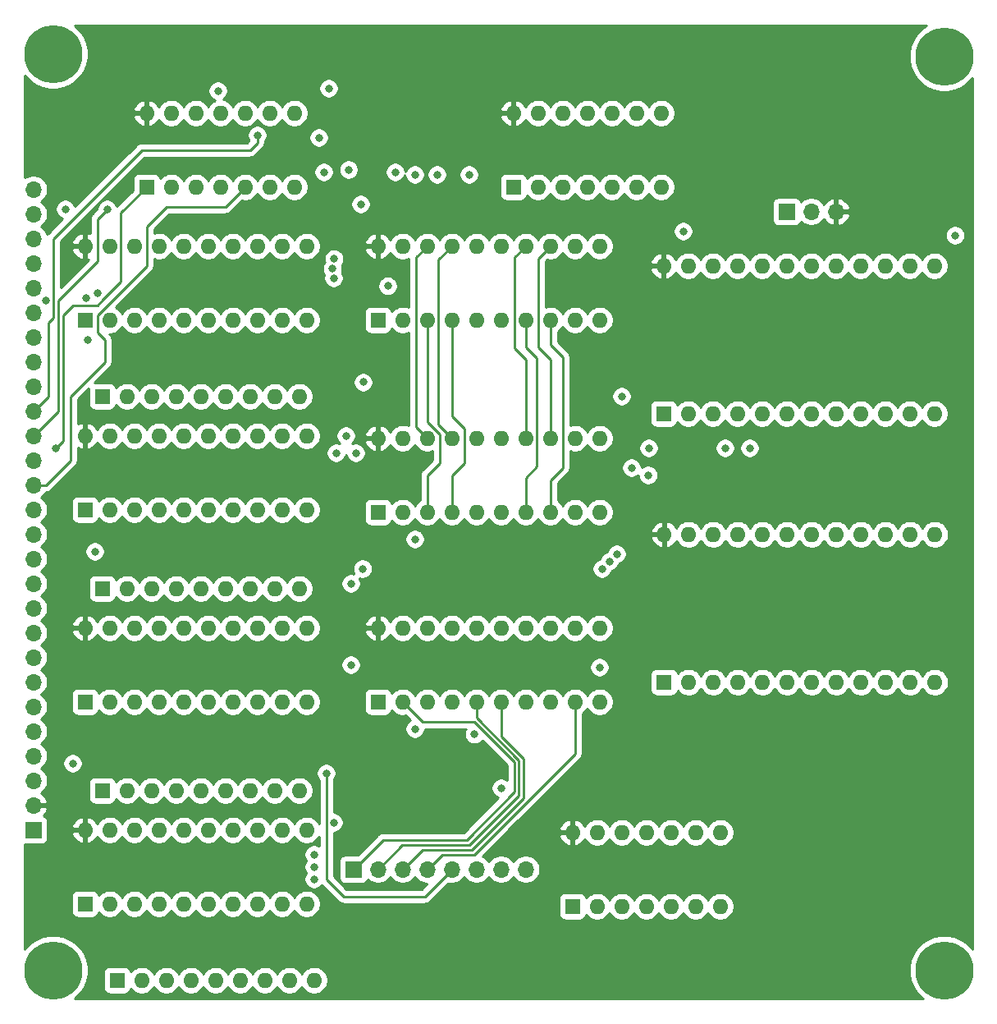
<source format=gbr>
%TF.GenerationSoftware,KiCad,Pcbnew,(5.1.10-1-10_14)*%
%TF.CreationDate,2021-07-31T09:22:51-04:00*%
%TF.ProjectId,register-smd,72656769-7374-4657-922d-736d642e6b69,rev?*%
%TF.SameCoordinates,Original*%
%TF.FileFunction,Copper,L3,Inr*%
%TF.FilePolarity,Positive*%
%FSLAX46Y46*%
G04 Gerber Fmt 4.6, Leading zero omitted, Abs format (unit mm)*
G04 Created by KiCad (PCBNEW (5.1.10-1-10_14)) date 2021-07-31 09:22:51*
%MOMM*%
%LPD*%
G01*
G04 APERTURE LIST*
%TA.AperFunction,ComponentPad*%
%ADD10O,1.600000X1.600000*%
%TD*%
%TA.AperFunction,ComponentPad*%
%ADD11R,1.600000X1.600000*%
%TD*%
%TA.AperFunction,ComponentPad*%
%ADD12O,1.700000X1.700000*%
%TD*%
%TA.AperFunction,ComponentPad*%
%ADD13R,1.700000X1.700000*%
%TD*%
%TA.AperFunction,ComponentPad*%
%ADD14C,0.800000*%
%TD*%
%TA.AperFunction,ComponentPad*%
%ADD15C,6.000000*%
%TD*%
%TA.AperFunction,ViaPad*%
%ADD16C,0.800000*%
%TD*%
%TA.AperFunction,Conductor*%
%ADD17C,0.250000*%
%TD*%
%TA.AperFunction,Conductor*%
%ADD18C,0.254000*%
%TD*%
%TA.AperFunction,Conductor*%
%ADD19C,0.100000*%
%TD*%
G04 APERTURE END LIST*
D10*
%TO.N,Net-(D12-Pad1)*%
%TO.C,RN2*%
X104394000Y-120396000D03*
%TO.N,Net-(D13-Pad1)*%
X101854000Y-120396000D03*
%TO.N,Net-(D14-Pad1)*%
X99314000Y-120396000D03*
%TO.N,Net-(D15-Pad1)*%
X96774000Y-120396000D03*
%TO.N,Net-(D16-Pad1)*%
X94234000Y-120396000D03*
%TO.N,Net-(D17-Pad1)*%
X91694000Y-120396000D03*
%TO.N,Net-(D18-Pad1)*%
X89154000Y-120396000D03*
%TO.N,Net-(D19-Pad1)*%
X86614000Y-120396000D03*
D11*
%TO.N,-5V_IN*%
X84074000Y-120396000D03*
%TD*%
D10*
%TO.N,Net-(D22-Pad1)*%
%TO.C,RN3*%
X104394000Y-140208000D03*
%TO.N,Net-(D23-Pad1)*%
X101854000Y-140208000D03*
%TO.N,Net-(D24-Pad1)*%
X99314000Y-140208000D03*
%TO.N,Net-(D25-Pad1)*%
X96774000Y-140208000D03*
%TO.N,Net-(D26-Pad1)*%
X94234000Y-140208000D03*
%TO.N,Net-(D27-Pad1)*%
X91694000Y-140208000D03*
%TO.N,Net-(D28-Pad1)*%
X89154000Y-140208000D03*
%TO.N,Net-(D29-Pad1)*%
X86614000Y-140208000D03*
D11*
%TO.N,-5V_IN*%
X84074000Y-140208000D03*
%TD*%
D10*
%TO.N,Net-(D32-Pad1)*%
%TO.C,RN4*%
X104394000Y-161036000D03*
%TO.N,Net-(D33-Pad1)*%
X101854000Y-161036000D03*
%TO.N,Net-(D34-Pad1)*%
X99314000Y-161036000D03*
%TO.N,Net-(D35-Pad1)*%
X96774000Y-161036000D03*
%TO.N,Net-(D36-Pad1)*%
X94234000Y-161036000D03*
%TO.N,Net-(D37-Pad1)*%
X91694000Y-161036000D03*
%TO.N,Net-(D38-Pad1)*%
X89154000Y-161036000D03*
%TO.N,Net-(D39-Pad1)*%
X86614000Y-161036000D03*
D11*
%TO.N,-5V_IN*%
X84074000Y-161036000D03*
%TD*%
D10*
%TO.N,Net-(D1-Pad1)*%
%TO.C,RN1*%
X105918000Y-180594000D03*
%TO.N,Net-(D2-Pad1)*%
X103378000Y-180594000D03*
%TO.N,Net-(D3-Pad1)*%
X100838000Y-180594000D03*
%TO.N,Net-(D4-Pad1)*%
X98298000Y-180594000D03*
%TO.N,Net-(D5-Pad1)*%
X95758000Y-180594000D03*
%TO.N,Net-(D6-Pad1)*%
X93218000Y-180594000D03*
%TO.N,Net-(D7-Pad1)*%
X90678000Y-180594000D03*
%TO.N,Net-(D8-Pad1)*%
X88138000Y-180594000D03*
D11*
%TO.N,-5V_IN*%
X85598000Y-180594000D03*
%TD*%
D12*
%TO.N,/C0*%
%TO.C,J2*%
X127762000Y-169164000D03*
%TO.N,/C1*%
X125222000Y-169164000D03*
%TO.N,/C2*%
X122682000Y-169164000D03*
%TO.N,/C3*%
X120142000Y-169164000D03*
%TO.N,/C4*%
X117602000Y-169164000D03*
%TO.N,/C5*%
X115062000Y-169164000D03*
%TO.N,/C6*%
X112522000Y-169164000D03*
D13*
%TO.N,/C7*%
X109982000Y-169164000D03*
%TD*%
D14*
%TO.N,N/C*%
%TO.C,REF\u002A\u002A*%
X172532990Y-177987010D03*
X170942000Y-177328000D03*
X169351010Y-177987010D03*
X168692000Y-179578000D03*
X169351010Y-181168990D03*
X170942000Y-181828000D03*
X172532990Y-181168990D03*
X173192000Y-179578000D03*
D15*
X170942000Y-179578000D03*
%TD*%
%TO.N,N/C*%
%TO.C,REF\u002A\u002A*%
X170942000Y-85344000D03*
D14*
X173192000Y-85344000D03*
X172532990Y-86934990D03*
X170942000Y-87594000D03*
X169351010Y-86934990D03*
X168692000Y-85344000D03*
X169351010Y-83753010D03*
X170942000Y-83094000D03*
X172532990Y-83753010D03*
%TD*%
D15*
%TO.N,N/C*%
%TO.C,REF\u002A\u002A*%
X78994000Y-179578000D03*
D14*
X81244000Y-179578000D03*
X80584990Y-181168990D03*
X78994000Y-181828000D03*
X77403010Y-181168990D03*
X76744000Y-179578000D03*
X77403010Y-177987010D03*
X78994000Y-177328000D03*
X80584990Y-177987010D03*
%TD*%
%TO.N,N/C*%
%TO.C,REF\u002A\u002A*%
X80584990Y-83499010D03*
X78994000Y-82840000D03*
X77403010Y-83499010D03*
X76744000Y-85090000D03*
X77403010Y-86680990D03*
X78994000Y-87340000D03*
X80584990Y-86680990D03*
X81244000Y-85090000D03*
D15*
X78994000Y-85090000D03*
%TD*%
D10*
%TO.N,+5V_IN*%
%TO.C,U2*%
X88646000Y-91186000D03*
%TO.N,-5V_IN*%
X103886000Y-98806000D03*
%TO.N,Net-(U10-Pad16)*%
X91186000Y-91186000D03*
%TO.N,Net-(U1-Pad4)*%
X101346000Y-98806000D03*
%TO.N,CARRY*%
X93726000Y-91186000D03*
%TO.N,BI*%
X98806000Y-98806000D03*
%TO.N,CI*%
X96266000Y-91186000D03*
%TO.N,N/C*%
X96266000Y-98806000D03*
%TO.N,Net-(U1-Pad9)*%
X98806000Y-91186000D03*
%TO.N,N/C*%
X93726000Y-98806000D03*
X101346000Y-91186000D03*
%TO.N,Net-(U1-Pad1)*%
X91186000Y-98806000D03*
%TO.N,N/C*%
X103886000Y-91186000D03*
D11*
%TO.N,AI*%
X88646000Y-98806000D03*
%TD*%
D10*
%TO.N,+5V_IN*%
%TO.C,U1*%
X126492000Y-91186000D03*
%TO.N,-5V_IN*%
X141732000Y-98806000D03*
%TO.N,N/C*%
X129032000Y-91186000D03*
%TO.N,/B_IN_CP*%
X139192000Y-98806000D03*
%TO.N,N/C*%
X131572000Y-91186000D03*
%TO.N,CLOCK*%
X136652000Y-98806000D03*
%TO.N,N/C*%
X134112000Y-91186000D03*
%TO.N,Net-(U1-Pad4)*%
X134112000Y-98806000D03*
%TO.N,CLOCK*%
X136652000Y-91186000D03*
%TO.N,/A_IN_CP*%
X131572000Y-98806000D03*
%TO.N,Net-(U1-Pad9)*%
X139192000Y-91186000D03*
%TO.N,CLOCK*%
X129032000Y-98806000D03*
%TO.N,/C_IN_CP*%
X141732000Y-91186000D03*
D11*
%TO.N,Net-(U1-Pad1)*%
X126492000Y-98806000D03*
%TD*%
D10*
%TO.N,+5V_IN*%
%TO.C,U8*%
X82296000Y-144272000D03*
%TO.N,-5V_IN*%
X105156000Y-151892000D03*
%TO.N,CO*%
X84836000Y-144272000D03*
%TO.N,/C0*%
X102616000Y-151892000D03*
%TO.N,BUS_07*%
X87376000Y-144272000D03*
%TO.N,/C1*%
X100076000Y-151892000D03*
%TO.N,BUS_06*%
X89916000Y-144272000D03*
%TO.N,/C2*%
X97536000Y-151892000D03*
%TO.N,BUS_05*%
X92456000Y-144272000D03*
%TO.N,/C3*%
X94996000Y-151892000D03*
%TO.N,BUS_04*%
X94996000Y-144272000D03*
%TO.N,/C4*%
X92456000Y-151892000D03*
%TO.N,BUS_03*%
X97536000Y-144272000D03*
%TO.N,/C5*%
X89916000Y-151892000D03*
%TO.N,BUS_02*%
X100076000Y-144272000D03*
%TO.N,/C6*%
X87376000Y-151892000D03*
%TO.N,BUS_01*%
X102616000Y-144272000D03*
%TO.N,/C7*%
X84836000Y-151892000D03*
%TO.N,BUS_00*%
X105156000Y-144272000D03*
D11*
%TO.N,-5V_IN*%
X82296000Y-151892000D03*
%TD*%
D10*
%TO.N,+5V_IN*%
%TO.C,U7*%
X82296000Y-124460000D03*
%TO.N,-5V_IN*%
X105156000Y-132080000D03*
%TO.N,BO*%
X84836000Y-124460000D03*
%TO.N,/B0*%
X102616000Y-132080000D03*
%TO.N,BUS_07*%
X87376000Y-124460000D03*
%TO.N,/B1*%
X100076000Y-132080000D03*
%TO.N,BUS_06*%
X89916000Y-124460000D03*
%TO.N,/B2*%
X97536000Y-132080000D03*
%TO.N,BUS_05*%
X92456000Y-124460000D03*
%TO.N,/B3*%
X94996000Y-132080000D03*
%TO.N,BUS_04*%
X94996000Y-124460000D03*
%TO.N,/B4*%
X92456000Y-132080000D03*
%TO.N,BUS_03*%
X97536000Y-124460000D03*
%TO.N,/B5*%
X89916000Y-132080000D03*
%TO.N,BUS_02*%
X100076000Y-124460000D03*
%TO.N,/B6*%
X87376000Y-132080000D03*
%TO.N,BUS_01*%
X102616000Y-124460000D03*
%TO.N,/B7*%
X84836000Y-132080000D03*
%TO.N,BUS_00*%
X105156000Y-124460000D03*
D11*
%TO.N,-5V_IN*%
X82296000Y-132080000D03*
%TD*%
D10*
%TO.N,+5V_IN*%
%TO.C,U6*%
X82296000Y-104902000D03*
%TO.N,-5V_IN*%
X105156000Y-112522000D03*
%TO.N,AO*%
X84836000Y-104902000D03*
%TO.N,/A0*%
X102616000Y-112522000D03*
%TO.N,BUS_07*%
X87376000Y-104902000D03*
%TO.N,/A1*%
X100076000Y-112522000D03*
%TO.N,BUS_06*%
X89916000Y-104902000D03*
%TO.N,/A2*%
X97536000Y-112522000D03*
%TO.N,BUS_05*%
X92456000Y-104902000D03*
%TO.N,/A3*%
X94996000Y-112522000D03*
%TO.N,BUS_04*%
X94996000Y-104902000D03*
%TO.N,/A4*%
X92456000Y-112522000D03*
%TO.N,BUS_03*%
X97536000Y-104902000D03*
%TO.N,/A5*%
X89916000Y-112522000D03*
%TO.N,BUS_02*%
X100076000Y-104902000D03*
%TO.N,/A6*%
X87376000Y-112522000D03*
%TO.N,BUS_01*%
X102616000Y-104902000D03*
%TO.N,/A7*%
X84836000Y-112522000D03*
%TO.N,BUS_00*%
X105156000Y-104902000D03*
D11*
%TO.N,-5V_IN*%
X82296000Y-112522000D03*
%TD*%
D10*
%TO.N,+5V_IN*%
%TO.C,U5*%
X112522000Y-144272000D03*
%TO.N,-5V_IN*%
X135382000Y-151892000D03*
%TO.N,/C0*%
X115062000Y-144272000D03*
%TO.N,/C4*%
X132842000Y-151892000D03*
%TO.N,BUS_00*%
X117602000Y-144272000D03*
%TO.N,BUS_04*%
X130302000Y-151892000D03*
%TO.N,BUS_01*%
X120142000Y-144272000D03*
%TO.N,BUS_05*%
X127762000Y-151892000D03*
%TO.N,/C1*%
X122682000Y-144272000D03*
%TO.N,/C5*%
X125222000Y-151892000D03*
%TO.N,/C2*%
X125222000Y-144272000D03*
%TO.N,/C6*%
X122682000Y-151892000D03*
%TO.N,BUS_02*%
X127762000Y-144272000D03*
%TO.N,BUS_06*%
X120142000Y-151892000D03*
%TO.N,BUS_03*%
X130302000Y-144272000D03*
%TO.N,BUS_07*%
X117602000Y-151892000D03*
%TO.N,/C3*%
X132842000Y-144272000D03*
%TO.N,/C7*%
X115062000Y-151892000D03*
%TO.N,/C_IN_CP*%
X135382000Y-144272000D03*
D11*
%TO.N,RESET*%
X112522000Y-151892000D03*
%TD*%
D10*
%TO.N,+5V_IN*%
%TO.C,U4*%
X112522000Y-124714000D03*
%TO.N,-5V_IN*%
X135382000Y-132334000D03*
%TO.N,/B0*%
X115062000Y-124714000D03*
%TO.N,/B4*%
X132842000Y-132334000D03*
%TO.N,BUS_00*%
X117602000Y-124714000D03*
%TO.N,BUS_04*%
X130302000Y-132334000D03*
%TO.N,BUS_01*%
X120142000Y-124714000D03*
%TO.N,BUS_05*%
X127762000Y-132334000D03*
%TO.N,/B1*%
X122682000Y-124714000D03*
%TO.N,/B5*%
X125222000Y-132334000D03*
%TO.N,/B2*%
X125222000Y-124714000D03*
%TO.N,/B6*%
X122682000Y-132334000D03*
%TO.N,BUS_02*%
X127762000Y-124714000D03*
%TO.N,BUS_06*%
X120142000Y-132334000D03*
%TO.N,BUS_03*%
X130302000Y-124714000D03*
%TO.N,BUS_07*%
X117602000Y-132334000D03*
%TO.N,/B3*%
X132842000Y-124714000D03*
%TO.N,/B7*%
X115062000Y-132334000D03*
%TO.N,/B_IN_CP*%
X135382000Y-124714000D03*
D11*
%TO.N,RESET*%
X112522000Y-132334000D03*
%TD*%
D10*
%TO.N,+5V_IN*%
%TO.C,U3*%
X112522000Y-104902000D03*
%TO.N,-5V_IN*%
X135382000Y-112522000D03*
%TO.N,/A0*%
X115062000Y-104902000D03*
%TO.N,/A4*%
X132842000Y-112522000D03*
%TO.N,BUS_00*%
X117602000Y-104902000D03*
%TO.N,BUS_04*%
X130302000Y-112522000D03*
%TO.N,BUS_01*%
X120142000Y-104902000D03*
%TO.N,BUS_05*%
X127762000Y-112522000D03*
%TO.N,/A1*%
X122682000Y-104902000D03*
%TO.N,/A5*%
X125222000Y-112522000D03*
%TO.N,/A2*%
X125222000Y-104902000D03*
%TO.N,/A6*%
X122682000Y-112522000D03*
%TO.N,BUS_02*%
X127762000Y-104902000D03*
%TO.N,BUS_06*%
X120142000Y-112522000D03*
%TO.N,BUS_03*%
X130302000Y-104902000D03*
%TO.N,BUS_07*%
X117602000Y-112522000D03*
%TO.N,/A3*%
X132842000Y-104902000D03*
%TO.N,/A7*%
X115062000Y-112522000D03*
%TO.N,/A_IN_CP*%
X135382000Y-104902000D03*
D11*
%TO.N,RESET*%
X112522000Y-112522000D03*
%TD*%
D10*
%TO.N,+5V_IN*%
%TO.C,U13*%
X82296000Y-165100000D03*
%TO.N,-5V_IN*%
X105156000Y-172720000D03*
%TO.N,ALU_OUT*%
X84836000Y-165100000D03*
%TO.N,BUS_00*%
X102616000Y-172720000D03*
%TO.N,/ALU7*%
X87376000Y-165100000D03*
%TO.N,BUS_01*%
X100076000Y-172720000D03*
%TO.N,/ALU6*%
X89916000Y-165100000D03*
%TO.N,BUS_02*%
X97536000Y-172720000D03*
%TO.N,/ALU5*%
X92456000Y-165100000D03*
%TO.N,BUS_03*%
X94996000Y-172720000D03*
%TO.N,/ALU4*%
X94996000Y-165100000D03*
%TO.N,BUS_04*%
X92456000Y-172720000D03*
%TO.N,/ALU3*%
X97536000Y-165100000D03*
%TO.N,BUS_05*%
X89916000Y-172720000D03*
%TO.N,/ALU2*%
X100076000Y-165100000D03*
%TO.N,BUS_06*%
X87376000Y-172720000D03*
%TO.N,/ALU1*%
X102616000Y-165100000D03*
%TO.N,BUS_07*%
X84836000Y-172720000D03*
%TO.N,/ALU0*%
X105156000Y-165100000D03*
D11*
%TO.N,-5V_IN*%
X82296000Y-172720000D03*
%TD*%
D10*
%TO.N,+5V_IN*%
%TO.C,U10*%
X142038000Y-134620000D03*
%TO.N,-5V_IN*%
X169978000Y-149860000D03*
%TO.N,/A5*%
X144578000Y-134620000D03*
%TO.N,/ALU6*%
X167438000Y-149860000D03*
%TO.N,/B5*%
X147118000Y-134620000D03*
%TO.N,/ALU5*%
X164898000Y-149860000D03*
%TO.N,/A6*%
X149658000Y-134620000D03*
%TO.N,/ALU4*%
X162358000Y-149860000D03*
%TO.N,/B6*%
X152198000Y-134620000D03*
%TO.N,ALU_MODE*%
X159818000Y-149860000D03*
%TO.N,/A7*%
X154738000Y-134620000D03*
%TO.N,Net-(U10-Pad7)*%
X157278000Y-149860000D03*
%TO.N,/B7*%
X157278000Y-134620000D03*
%TO.N,ALU_S0*%
X154738000Y-149860000D03*
%TO.N,Net-(U10-Pad17)*%
X159818000Y-134620000D03*
%TO.N,ALU_S1*%
X152198000Y-149860000D03*
%TO.N,Net-(U10-Pad16)*%
X162358000Y-134620000D03*
%TO.N,ALU_S2*%
X149658000Y-149860000D03*
%TO.N,Net-(U10-Pad15)*%
X164898000Y-134620000D03*
%TO.N,ALU_S3*%
X147118000Y-149860000D03*
%TO.N,A_EQ_B*%
X167438000Y-134620000D03*
%TO.N,/A4*%
X144578000Y-149860000D03*
%TO.N,/ALU7*%
X169978000Y-134620000D03*
D11*
%TO.N,/B4*%
X142038000Y-149860000D03*
%TD*%
D10*
%TO.N,+5V_IN*%
%TO.C,U9*%
X141986000Y-106934000D03*
%TO.N,-5V_IN*%
X169926000Y-122174000D03*
%TO.N,/A1*%
X144526000Y-106934000D03*
%TO.N,/ALU2*%
X167386000Y-122174000D03*
%TO.N,/B1*%
X147066000Y-106934000D03*
%TO.N,/ALU1*%
X164846000Y-122174000D03*
%TO.N,/A2*%
X149606000Y-106934000D03*
%TO.N,/ALU0*%
X162306000Y-122174000D03*
%TO.N,/B2*%
X152146000Y-106934000D03*
%TO.N,ALU_MODE*%
X159766000Y-122174000D03*
%TO.N,/A3*%
X154686000Y-106934000D03*
%TO.N,/Cn*%
X157226000Y-122174000D03*
%TO.N,/B3*%
X157226000Y-106934000D03*
%TO.N,ALU_S0*%
X154686000Y-122174000D03*
%TO.N,Net-(U9-Pad17)*%
X159766000Y-106934000D03*
%TO.N,ALU_S1*%
X152146000Y-122174000D03*
%TO.N,Net-(U10-Pad7)*%
X162306000Y-106934000D03*
%TO.N,ALU_S2*%
X149606000Y-122174000D03*
%TO.N,Net-(U9-Pad15)*%
X164846000Y-106934000D03*
%TO.N,ALU_S3*%
X147066000Y-122174000D03*
%TO.N,A_EQ_B*%
X167386000Y-106934000D03*
%TO.N,/A0*%
X144526000Y-122174000D03*
%TO.N,/ALU3*%
X169926000Y-106934000D03*
D11*
%TO.N,/B0*%
X141986000Y-122174000D03*
%TD*%
D10*
%TO.N,+5V_IN*%
%TO.C,U12*%
X132588000Y-165354000D03*
%TO.N,-5V_IN*%
X147828000Y-172974000D03*
%TO.N,N/C*%
X135128000Y-165354000D03*
%TO.N,A_EQ_B*%
X145288000Y-172974000D03*
%TO.N,N/C*%
X137668000Y-165354000D03*
%TO.N,CARRY*%
X142748000Y-172974000D03*
%TO.N,N/C*%
X140208000Y-165354000D03*
%TO.N,A_GT_B*%
X140208000Y-172974000D03*
%TO.N,N/C*%
X142748000Y-165354000D03*
X137668000Y-172974000D03*
X145288000Y-165354000D03*
X135128000Y-172974000D03*
X147828000Y-165354000D03*
D11*
X132588000Y-172974000D03*
%TD*%
D12*
%TO.N,+5V_IN*%
%TO.C,J3*%
X159766000Y-101346000D03*
%TO.N,/Cn*%
X157226000Y-101346000D03*
D13*
%TO.N,-5V_IN*%
X154686000Y-101346000D03*
%TD*%
D12*
%TO.N,ALU_OUT*%
%TO.C,J1*%
X76962000Y-99060000D03*
%TO.N,ALU_S3*%
X76962000Y-101600000D03*
%TO.N,ALU_S2*%
X76962000Y-104140000D03*
%TO.N,ALU_S1*%
X76962000Y-106680000D03*
%TO.N,ALU_S0*%
X76962000Y-109220000D03*
%TO.N,ALU_MODE*%
X76962000Y-111760000D03*
%TO.N,CARRY*%
X76962000Y-114300000D03*
%TO.N,A_EQ_B*%
X76962000Y-116840000D03*
%TO.N,A_GT_B*%
X76962000Y-119380000D03*
%TO.N,CO*%
X76962000Y-121920000D03*
%TO.N,CI*%
X76962000Y-124460000D03*
%TO.N,BO*%
X76962000Y-127000000D03*
%TO.N,BI*%
X76962000Y-129540000D03*
%TO.N,AO*%
X76962000Y-132080000D03*
%TO.N,AI*%
X76962000Y-134620000D03*
%TO.N,RESET*%
X76962000Y-137160000D03*
%TO.N,CLOCK*%
X76962000Y-139700000D03*
%TO.N,BUS_07*%
X76962000Y-142240000D03*
%TO.N,BUS_06*%
X76962000Y-144780000D03*
%TO.N,BUS_05*%
X76962000Y-147320000D03*
%TO.N,BUS_04*%
X76962000Y-149860000D03*
%TO.N,BUS_03*%
X76962000Y-152400000D03*
%TO.N,BUS_02*%
X76962000Y-154940000D03*
%TO.N,BUS_01*%
X76962000Y-157480000D03*
%TO.N,BUS_00*%
X76962000Y-160020000D03*
%TO.N,+5V_IN*%
X76962000Y-162560000D03*
D13*
%TO.N,-5V_IN*%
X76962000Y-165100000D03*
%TD*%
D16*
%TO.N,CLOCK*%
X138684000Y-127762000D03*
X116332000Y-135128000D03*
%TO.N,BUS_07*%
X113534922Y-109009043D03*
%TO.N,BUS_06*%
X107950000Y-108204000D03*
%TO.N,BUS_05*%
X107828327Y-107211418D03*
%TO.N,BUS_04*%
X107981417Y-106223194D03*
%TO.N,/A4*%
X140462000Y-125730000D03*
X137668000Y-120396000D03*
%TO.N,AI*%
X79248000Y-125730000D03*
%TO.N,AO*%
X106934000Y-97282000D03*
%TO.N,/B5*%
X137160000Y-136652000D03*
%TO.N,/B6*%
X136398000Y-137414000D03*
%TO.N,/B7*%
X135636000Y-138176000D03*
%TO.N,BO*%
X96012000Y-88900000D03*
X83566000Y-109728000D03*
X116332000Y-97536000D03*
%TO.N,/C3*%
X107188000Y-159258000D03*
%TO.N,CI*%
X84582000Y-101092000D03*
%TO.N,CO*%
X100076000Y-93472000D03*
%TO.N,CARRY*%
X109220000Y-124460000D03*
%TO.N,A_EQ_B*%
X125222000Y-160782000D03*
X110236000Y-126238000D03*
%TO.N,A_GT_B*%
X116332000Y-154686000D03*
X108204000Y-126238000D03*
%TO.N,ALU_S3*%
X148336000Y-125730000D03*
%TO.N,ALU_S2*%
X150876000Y-125730000D03*
%TO.N,ALU_MODE*%
X82550000Y-114554000D03*
%TO.N,CARRY*%
X122467250Y-155233250D03*
X78232000Y-110490000D03*
%TO.N,-5V_IN*%
X107950000Y-164338000D03*
X110998000Y-118938000D03*
X110932000Y-138176000D03*
X140396000Y-128524000D03*
X144018000Y-103378000D03*
X110744000Y-100584000D03*
X81026000Y-158242000D03*
X107442000Y-88646000D03*
X82393895Y-110273000D03*
X80264000Y-101092000D03*
%TO.N,/ALU2*%
X105918000Y-168910000D03*
%TO.N,/ALU1*%
X105918000Y-167640000D03*
%TO.N,/ALU3*%
X105918000Y-170180000D03*
%TO.N,Net-(U10-Pad16)*%
X106426000Y-93726000D03*
X172051048Y-103792952D03*
%TO.N,/A_IN_CP*%
X109482000Y-97020000D03*
%TO.N,/B_IN_CP*%
X114304653Y-97277347D03*
%TO.N,/C_IN_CP*%
X121920000Y-97536000D03*
X118618000Y-97536000D03*
X135382000Y-148336000D03*
%TO.N,RESET*%
X109728000Y-139700000D03*
X109728000Y-148082000D03*
X83312000Y-136398000D03*
%TD*%
D17*
%TO.N,BUS_07*%
X117602000Y-128524000D02*
X117602000Y-132334000D01*
X118872000Y-127254000D02*
X117602000Y-128524000D01*
X118872000Y-124318998D02*
X118872000Y-127254000D01*
X117602000Y-123048998D02*
X118872000Y-124318998D01*
X117602000Y-112522000D02*
X117602000Y-123048998D01*
%TO.N,BUS_06*%
X120142000Y-122428000D02*
X120142000Y-112522000D01*
X121412000Y-127254000D02*
X121412000Y-123698000D01*
X121412000Y-123698000D02*
X120142000Y-122428000D01*
X120142000Y-128524000D02*
X121412000Y-127254000D01*
X120142000Y-132334000D02*
X120142000Y-128524000D01*
%TO.N,BUS_05*%
X127762000Y-132334000D02*
X127762000Y-128778000D01*
X128887001Y-127652999D02*
X128887001Y-116441001D01*
X127762000Y-128778000D02*
X128887001Y-127652999D01*
X127762000Y-115316000D02*
X127762000Y-112522000D01*
X128887001Y-116441001D02*
X127762000Y-115316000D01*
%TO.N,BUS_04*%
X130302000Y-115062000D02*
X130302000Y-112522000D01*
X131572000Y-116332000D02*
X130302000Y-115062000D01*
X130302000Y-129032000D02*
X131572000Y-127762000D01*
X131572000Y-127762000D02*
X131572000Y-116332000D01*
X130302000Y-132334000D02*
X130302000Y-129032000D01*
%TO.N,BUS_03*%
X130302000Y-104902000D02*
X129032000Y-106172000D01*
X129032000Y-106172000D02*
X129032000Y-115316000D01*
X130302000Y-116586000D02*
X130302000Y-124714000D01*
X129032000Y-115316000D02*
X130302000Y-116586000D01*
%TO.N,BUS_02*%
X126636999Y-106027001D02*
X126636999Y-115460999D01*
X127762000Y-104902000D02*
X126636999Y-106027001D01*
X127762000Y-116586000D02*
X127762000Y-124714000D01*
X126636999Y-115460999D02*
X127762000Y-116586000D01*
%TO.N,BUS_01*%
X118727001Y-106316999D02*
X118727001Y-123299001D01*
X118727001Y-123299001D02*
X120142000Y-124714000D01*
X120142000Y-104902000D02*
X118727001Y-106316999D01*
%TO.N,BUS_00*%
X116476999Y-106027001D02*
X117602000Y-104902000D01*
X116476999Y-123588999D02*
X116476999Y-106027001D01*
X117602000Y-124714000D02*
X116476999Y-123588999D01*
%TO.N,AI*%
X88646000Y-98806000D02*
X85961001Y-101490999D01*
X85961001Y-101490999D02*
X85961001Y-108602999D01*
X85961001Y-108602999D02*
X84110999Y-110453001D01*
X84110999Y-110453001D02*
X83566000Y-110998000D01*
X83566000Y-110998000D02*
X81026000Y-110998000D01*
X81026000Y-110998000D02*
X80010000Y-112014000D01*
X80010000Y-112014000D02*
X80010000Y-124968000D01*
X80010000Y-124968000D02*
X79248000Y-125730000D01*
%TO.N,BI*%
X78232000Y-129540000D02*
X76962000Y-129540000D01*
X80772000Y-120396000D02*
X80772000Y-127000000D01*
X84328000Y-116840000D02*
X80772000Y-120396000D01*
X83566000Y-113792000D02*
X84328000Y-114554000D01*
X84328000Y-114554000D02*
X84328000Y-116840000D01*
X83566000Y-112014000D02*
X83566000Y-113792000D01*
X88646000Y-106934000D02*
X83566000Y-112014000D01*
X90678000Y-100838000D02*
X88646000Y-102870000D01*
X88646000Y-102870000D02*
X88646000Y-106934000D01*
X80772000Y-127000000D02*
X78232000Y-129540000D01*
X96774000Y-100838000D02*
X90678000Y-100838000D01*
X98806000Y-98806000D02*
X96774000Y-100838000D01*
%TO.N,/C3*%
X117348000Y-171958000D02*
X108966000Y-171958000D01*
X120142000Y-169164000D02*
X117348000Y-171958000D01*
X108966000Y-171958000D02*
X107188000Y-170180000D01*
X107188000Y-170180000D02*
X107188000Y-159258000D01*
%TO.N,/C4*%
X132842000Y-151892000D02*
X132842000Y-157226000D01*
X132842000Y-157226000D02*
X122428000Y-167640000D01*
X119126000Y-167640000D02*
X117602000Y-169164000D01*
X122428000Y-167640000D02*
X119126000Y-167640000D01*
%TO.N,/C5*%
X117094000Y-167132000D02*
X115062000Y-169164000D01*
X122174000Y-167132000D02*
X117094000Y-167132000D01*
X127508000Y-157734000D02*
X127508000Y-161798000D01*
X125222000Y-151892000D02*
X125222000Y-155448000D01*
X125222000Y-155448000D02*
X127508000Y-157734000D01*
X127508000Y-161798000D02*
X122174000Y-167132000D01*
%TO.N,/C6*%
X127057989Y-157920399D02*
X127057989Y-161611601D01*
X115004010Y-166681990D02*
X112522000Y-169164000D01*
X121987601Y-166681989D02*
X115004010Y-166681990D01*
X122682000Y-151892000D02*
X122682000Y-153544410D01*
X127057989Y-161611601D02*
X121987601Y-166681989D01*
X122682000Y-153544410D02*
X127057989Y-157920399D01*
%TO.N,/C7*%
X113030000Y-166116000D02*
X121666000Y-166116000D01*
X109982000Y-169164000D02*
X113030000Y-166116000D01*
X117094000Y-153924000D02*
X115062000Y-151892000D01*
X126607978Y-158106799D02*
X122425179Y-153924000D01*
X121666000Y-166116000D02*
X126607978Y-161174022D01*
X126607978Y-161174022D02*
X126607978Y-158106799D01*
X122425179Y-153924000D02*
X117094000Y-153924000D01*
%TO.N,CI*%
X79502000Y-121920000D02*
X76962000Y-124460000D01*
X79502000Y-110490000D02*
X79502000Y-121920000D01*
X83566000Y-102108000D02*
X83566000Y-106426000D01*
X83566000Y-106426000D02*
X79502000Y-110490000D01*
X84582000Y-101092000D02*
X83566000Y-102108000D01*
%TO.N,CO*%
X76962000Y-121920000D02*
X78486000Y-120396000D01*
X78486000Y-112776000D02*
X78994000Y-112268000D01*
X78486000Y-120396000D02*
X78486000Y-112776000D01*
X78994000Y-112268000D02*
X78994000Y-111760000D01*
X78994000Y-111760000D02*
X78994000Y-109474000D01*
X78994000Y-109474000D02*
X78994000Y-104140000D01*
X78994000Y-104140000D02*
X88138000Y-94996000D01*
X88138000Y-94996000D02*
X99314000Y-94996000D01*
X99314000Y-94996000D02*
X100076000Y-94234000D01*
X100076000Y-94234000D02*
X100076000Y-93472000D01*
%TD*%
D18*
%TO.N,+5V_IN*%
X168624823Y-82520511D02*
X168118511Y-83026823D01*
X167720705Y-83622182D01*
X167446691Y-84283710D01*
X167307000Y-84985984D01*
X167307000Y-85702016D01*
X167446691Y-86404290D01*
X167720705Y-87065818D01*
X168118511Y-87661177D01*
X168624823Y-88167489D01*
X169220182Y-88565295D01*
X169881710Y-88839309D01*
X170583984Y-88979000D01*
X171300016Y-88979000D01*
X172002290Y-88839309D01*
X172663818Y-88565295D01*
X173259177Y-88167489D01*
X173765489Y-87661177D01*
X173838000Y-87552656D01*
X173838001Y-96487571D01*
X173838000Y-96487581D01*
X173838000Y-96806418D01*
X173838001Y-96806428D01*
X173838000Y-177369344D01*
X173765489Y-177260823D01*
X173259177Y-176754511D01*
X172663818Y-176356705D01*
X172002290Y-176082691D01*
X171300016Y-175943000D01*
X170583984Y-175943000D01*
X169881710Y-176082691D01*
X169220182Y-176356705D01*
X168624823Y-176754511D01*
X168118511Y-177260823D01*
X167720705Y-177856182D01*
X167446691Y-178517710D01*
X167307000Y-179219984D01*
X167307000Y-179936016D01*
X167446691Y-180638290D01*
X167720705Y-181299818D01*
X168118511Y-181895177D01*
X168624823Y-182401489D01*
X168733343Y-182474000D01*
X81202657Y-182474000D01*
X81311177Y-182401489D01*
X81817489Y-181895177D01*
X82215295Y-181299818D01*
X82489309Y-180638290D01*
X82629000Y-179936016D01*
X82629000Y-179794000D01*
X84159928Y-179794000D01*
X84159928Y-181394000D01*
X84172188Y-181518482D01*
X84208498Y-181638180D01*
X84267463Y-181748494D01*
X84346815Y-181845185D01*
X84443506Y-181924537D01*
X84553820Y-181983502D01*
X84673518Y-182019812D01*
X84798000Y-182032072D01*
X86398000Y-182032072D01*
X86522482Y-182019812D01*
X86642180Y-181983502D01*
X86752494Y-181924537D01*
X86849185Y-181845185D01*
X86928537Y-181748494D01*
X86987502Y-181638180D01*
X87023812Y-181518482D01*
X87024643Y-181510039D01*
X87223241Y-181708637D01*
X87458273Y-181865680D01*
X87719426Y-181973853D01*
X87996665Y-182029000D01*
X88279335Y-182029000D01*
X88556574Y-181973853D01*
X88817727Y-181865680D01*
X89052759Y-181708637D01*
X89252637Y-181508759D01*
X89408000Y-181276241D01*
X89563363Y-181508759D01*
X89763241Y-181708637D01*
X89998273Y-181865680D01*
X90259426Y-181973853D01*
X90536665Y-182029000D01*
X90819335Y-182029000D01*
X91096574Y-181973853D01*
X91357727Y-181865680D01*
X91592759Y-181708637D01*
X91792637Y-181508759D01*
X91948000Y-181276241D01*
X92103363Y-181508759D01*
X92303241Y-181708637D01*
X92538273Y-181865680D01*
X92799426Y-181973853D01*
X93076665Y-182029000D01*
X93359335Y-182029000D01*
X93636574Y-181973853D01*
X93897727Y-181865680D01*
X94132759Y-181708637D01*
X94332637Y-181508759D01*
X94488000Y-181276241D01*
X94643363Y-181508759D01*
X94843241Y-181708637D01*
X95078273Y-181865680D01*
X95339426Y-181973853D01*
X95616665Y-182029000D01*
X95899335Y-182029000D01*
X96176574Y-181973853D01*
X96437727Y-181865680D01*
X96672759Y-181708637D01*
X96872637Y-181508759D01*
X97028000Y-181276241D01*
X97183363Y-181508759D01*
X97383241Y-181708637D01*
X97618273Y-181865680D01*
X97879426Y-181973853D01*
X98156665Y-182029000D01*
X98439335Y-182029000D01*
X98716574Y-181973853D01*
X98977727Y-181865680D01*
X99212759Y-181708637D01*
X99412637Y-181508759D01*
X99568000Y-181276241D01*
X99723363Y-181508759D01*
X99923241Y-181708637D01*
X100158273Y-181865680D01*
X100419426Y-181973853D01*
X100696665Y-182029000D01*
X100979335Y-182029000D01*
X101256574Y-181973853D01*
X101517727Y-181865680D01*
X101752759Y-181708637D01*
X101952637Y-181508759D01*
X102108000Y-181276241D01*
X102263363Y-181508759D01*
X102463241Y-181708637D01*
X102698273Y-181865680D01*
X102959426Y-181973853D01*
X103236665Y-182029000D01*
X103519335Y-182029000D01*
X103796574Y-181973853D01*
X104057727Y-181865680D01*
X104292759Y-181708637D01*
X104492637Y-181508759D01*
X104648000Y-181276241D01*
X104803363Y-181508759D01*
X105003241Y-181708637D01*
X105238273Y-181865680D01*
X105499426Y-181973853D01*
X105776665Y-182029000D01*
X106059335Y-182029000D01*
X106336574Y-181973853D01*
X106597727Y-181865680D01*
X106832759Y-181708637D01*
X107032637Y-181508759D01*
X107189680Y-181273727D01*
X107297853Y-181012574D01*
X107353000Y-180735335D01*
X107353000Y-180452665D01*
X107297853Y-180175426D01*
X107189680Y-179914273D01*
X107032637Y-179679241D01*
X106832759Y-179479363D01*
X106597727Y-179322320D01*
X106336574Y-179214147D01*
X106059335Y-179159000D01*
X105776665Y-179159000D01*
X105499426Y-179214147D01*
X105238273Y-179322320D01*
X105003241Y-179479363D01*
X104803363Y-179679241D01*
X104648000Y-179911759D01*
X104492637Y-179679241D01*
X104292759Y-179479363D01*
X104057727Y-179322320D01*
X103796574Y-179214147D01*
X103519335Y-179159000D01*
X103236665Y-179159000D01*
X102959426Y-179214147D01*
X102698273Y-179322320D01*
X102463241Y-179479363D01*
X102263363Y-179679241D01*
X102108000Y-179911759D01*
X101952637Y-179679241D01*
X101752759Y-179479363D01*
X101517727Y-179322320D01*
X101256574Y-179214147D01*
X100979335Y-179159000D01*
X100696665Y-179159000D01*
X100419426Y-179214147D01*
X100158273Y-179322320D01*
X99923241Y-179479363D01*
X99723363Y-179679241D01*
X99568000Y-179911759D01*
X99412637Y-179679241D01*
X99212759Y-179479363D01*
X98977727Y-179322320D01*
X98716574Y-179214147D01*
X98439335Y-179159000D01*
X98156665Y-179159000D01*
X97879426Y-179214147D01*
X97618273Y-179322320D01*
X97383241Y-179479363D01*
X97183363Y-179679241D01*
X97028000Y-179911759D01*
X96872637Y-179679241D01*
X96672759Y-179479363D01*
X96437727Y-179322320D01*
X96176574Y-179214147D01*
X95899335Y-179159000D01*
X95616665Y-179159000D01*
X95339426Y-179214147D01*
X95078273Y-179322320D01*
X94843241Y-179479363D01*
X94643363Y-179679241D01*
X94488000Y-179911759D01*
X94332637Y-179679241D01*
X94132759Y-179479363D01*
X93897727Y-179322320D01*
X93636574Y-179214147D01*
X93359335Y-179159000D01*
X93076665Y-179159000D01*
X92799426Y-179214147D01*
X92538273Y-179322320D01*
X92303241Y-179479363D01*
X92103363Y-179679241D01*
X91948000Y-179911759D01*
X91792637Y-179679241D01*
X91592759Y-179479363D01*
X91357727Y-179322320D01*
X91096574Y-179214147D01*
X90819335Y-179159000D01*
X90536665Y-179159000D01*
X90259426Y-179214147D01*
X89998273Y-179322320D01*
X89763241Y-179479363D01*
X89563363Y-179679241D01*
X89408000Y-179911759D01*
X89252637Y-179679241D01*
X89052759Y-179479363D01*
X88817727Y-179322320D01*
X88556574Y-179214147D01*
X88279335Y-179159000D01*
X87996665Y-179159000D01*
X87719426Y-179214147D01*
X87458273Y-179322320D01*
X87223241Y-179479363D01*
X87024643Y-179677961D01*
X87023812Y-179669518D01*
X86987502Y-179549820D01*
X86928537Y-179439506D01*
X86849185Y-179342815D01*
X86752494Y-179263463D01*
X86642180Y-179204498D01*
X86522482Y-179168188D01*
X86398000Y-179155928D01*
X84798000Y-179155928D01*
X84673518Y-179168188D01*
X84553820Y-179204498D01*
X84443506Y-179263463D01*
X84346815Y-179342815D01*
X84267463Y-179439506D01*
X84208498Y-179549820D01*
X84172188Y-179669518D01*
X84159928Y-179794000D01*
X82629000Y-179794000D01*
X82629000Y-179219984D01*
X82489309Y-178517710D01*
X82215295Y-177856182D01*
X81817489Y-177260823D01*
X81311177Y-176754511D01*
X80715818Y-176356705D01*
X80054290Y-176082691D01*
X79352016Y-175943000D01*
X78635984Y-175943000D01*
X77933710Y-176082691D01*
X77272182Y-176356705D01*
X76676823Y-176754511D01*
X76170511Y-177260823D01*
X76098000Y-177369343D01*
X76098000Y-171920000D01*
X80857928Y-171920000D01*
X80857928Y-173520000D01*
X80870188Y-173644482D01*
X80906498Y-173764180D01*
X80965463Y-173874494D01*
X81044815Y-173971185D01*
X81141506Y-174050537D01*
X81251820Y-174109502D01*
X81371518Y-174145812D01*
X81496000Y-174158072D01*
X83096000Y-174158072D01*
X83220482Y-174145812D01*
X83340180Y-174109502D01*
X83450494Y-174050537D01*
X83547185Y-173971185D01*
X83626537Y-173874494D01*
X83685502Y-173764180D01*
X83721812Y-173644482D01*
X83722643Y-173636039D01*
X83921241Y-173834637D01*
X84156273Y-173991680D01*
X84417426Y-174099853D01*
X84694665Y-174155000D01*
X84977335Y-174155000D01*
X85254574Y-174099853D01*
X85515727Y-173991680D01*
X85750759Y-173834637D01*
X85950637Y-173634759D01*
X86106000Y-173402241D01*
X86261363Y-173634759D01*
X86461241Y-173834637D01*
X86696273Y-173991680D01*
X86957426Y-174099853D01*
X87234665Y-174155000D01*
X87517335Y-174155000D01*
X87794574Y-174099853D01*
X88055727Y-173991680D01*
X88290759Y-173834637D01*
X88490637Y-173634759D01*
X88646000Y-173402241D01*
X88801363Y-173634759D01*
X89001241Y-173834637D01*
X89236273Y-173991680D01*
X89497426Y-174099853D01*
X89774665Y-174155000D01*
X90057335Y-174155000D01*
X90334574Y-174099853D01*
X90595727Y-173991680D01*
X90830759Y-173834637D01*
X91030637Y-173634759D01*
X91186000Y-173402241D01*
X91341363Y-173634759D01*
X91541241Y-173834637D01*
X91776273Y-173991680D01*
X92037426Y-174099853D01*
X92314665Y-174155000D01*
X92597335Y-174155000D01*
X92874574Y-174099853D01*
X93135727Y-173991680D01*
X93370759Y-173834637D01*
X93570637Y-173634759D01*
X93726000Y-173402241D01*
X93881363Y-173634759D01*
X94081241Y-173834637D01*
X94316273Y-173991680D01*
X94577426Y-174099853D01*
X94854665Y-174155000D01*
X95137335Y-174155000D01*
X95414574Y-174099853D01*
X95675727Y-173991680D01*
X95910759Y-173834637D01*
X96110637Y-173634759D01*
X96266000Y-173402241D01*
X96421363Y-173634759D01*
X96621241Y-173834637D01*
X96856273Y-173991680D01*
X97117426Y-174099853D01*
X97394665Y-174155000D01*
X97677335Y-174155000D01*
X97954574Y-174099853D01*
X98215727Y-173991680D01*
X98450759Y-173834637D01*
X98650637Y-173634759D01*
X98806000Y-173402241D01*
X98961363Y-173634759D01*
X99161241Y-173834637D01*
X99396273Y-173991680D01*
X99657426Y-174099853D01*
X99934665Y-174155000D01*
X100217335Y-174155000D01*
X100494574Y-174099853D01*
X100755727Y-173991680D01*
X100990759Y-173834637D01*
X101190637Y-173634759D01*
X101346000Y-173402241D01*
X101501363Y-173634759D01*
X101701241Y-173834637D01*
X101936273Y-173991680D01*
X102197426Y-174099853D01*
X102474665Y-174155000D01*
X102757335Y-174155000D01*
X103034574Y-174099853D01*
X103295727Y-173991680D01*
X103530759Y-173834637D01*
X103730637Y-173634759D01*
X103886000Y-173402241D01*
X104041363Y-173634759D01*
X104241241Y-173834637D01*
X104476273Y-173991680D01*
X104737426Y-174099853D01*
X105014665Y-174155000D01*
X105297335Y-174155000D01*
X105574574Y-174099853D01*
X105835727Y-173991680D01*
X106070759Y-173834637D01*
X106270637Y-173634759D01*
X106427680Y-173399727D01*
X106535853Y-173138574D01*
X106591000Y-172861335D01*
X106591000Y-172578665D01*
X106535853Y-172301426D01*
X106427680Y-172040273D01*
X106270637Y-171805241D01*
X106070759Y-171605363D01*
X105835727Y-171448320D01*
X105574574Y-171340147D01*
X105297335Y-171285000D01*
X105014665Y-171285000D01*
X104737426Y-171340147D01*
X104476273Y-171448320D01*
X104241241Y-171605363D01*
X104041363Y-171805241D01*
X103886000Y-172037759D01*
X103730637Y-171805241D01*
X103530759Y-171605363D01*
X103295727Y-171448320D01*
X103034574Y-171340147D01*
X102757335Y-171285000D01*
X102474665Y-171285000D01*
X102197426Y-171340147D01*
X101936273Y-171448320D01*
X101701241Y-171605363D01*
X101501363Y-171805241D01*
X101346000Y-172037759D01*
X101190637Y-171805241D01*
X100990759Y-171605363D01*
X100755727Y-171448320D01*
X100494574Y-171340147D01*
X100217335Y-171285000D01*
X99934665Y-171285000D01*
X99657426Y-171340147D01*
X99396273Y-171448320D01*
X99161241Y-171605363D01*
X98961363Y-171805241D01*
X98806000Y-172037759D01*
X98650637Y-171805241D01*
X98450759Y-171605363D01*
X98215727Y-171448320D01*
X97954574Y-171340147D01*
X97677335Y-171285000D01*
X97394665Y-171285000D01*
X97117426Y-171340147D01*
X96856273Y-171448320D01*
X96621241Y-171605363D01*
X96421363Y-171805241D01*
X96266000Y-172037759D01*
X96110637Y-171805241D01*
X95910759Y-171605363D01*
X95675727Y-171448320D01*
X95414574Y-171340147D01*
X95137335Y-171285000D01*
X94854665Y-171285000D01*
X94577426Y-171340147D01*
X94316273Y-171448320D01*
X94081241Y-171605363D01*
X93881363Y-171805241D01*
X93726000Y-172037759D01*
X93570637Y-171805241D01*
X93370759Y-171605363D01*
X93135727Y-171448320D01*
X92874574Y-171340147D01*
X92597335Y-171285000D01*
X92314665Y-171285000D01*
X92037426Y-171340147D01*
X91776273Y-171448320D01*
X91541241Y-171605363D01*
X91341363Y-171805241D01*
X91186000Y-172037759D01*
X91030637Y-171805241D01*
X90830759Y-171605363D01*
X90595727Y-171448320D01*
X90334574Y-171340147D01*
X90057335Y-171285000D01*
X89774665Y-171285000D01*
X89497426Y-171340147D01*
X89236273Y-171448320D01*
X89001241Y-171605363D01*
X88801363Y-171805241D01*
X88646000Y-172037759D01*
X88490637Y-171805241D01*
X88290759Y-171605363D01*
X88055727Y-171448320D01*
X87794574Y-171340147D01*
X87517335Y-171285000D01*
X87234665Y-171285000D01*
X86957426Y-171340147D01*
X86696273Y-171448320D01*
X86461241Y-171605363D01*
X86261363Y-171805241D01*
X86106000Y-172037759D01*
X85950637Y-171805241D01*
X85750759Y-171605363D01*
X85515727Y-171448320D01*
X85254574Y-171340147D01*
X84977335Y-171285000D01*
X84694665Y-171285000D01*
X84417426Y-171340147D01*
X84156273Y-171448320D01*
X83921241Y-171605363D01*
X83722643Y-171803961D01*
X83721812Y-171795518D01*
X83685502Y-171675820D01*
X83626537Y-171565506D01*
X83547185Y-171468815D01*
X83450494Y-171389463D01*
X83340180Y-171330498D01*
X83220482Y-171294188D01*
X83096000Y-171281928D01*
X81496000Y-171281928D01*
X81371518Y-171294188D01*
X81251820Y-171330498D01*
X81141506Y-171389463D01*
X81044815Y-171468815D01*
X80965463Y-171565506D01*
X80906498Y-171675820D01*
X80870188Y-171795518D01*
X80857928Y-171920000D01*
X76098000Y-171920000D01*
X76098000Y-166586693D01*
X76112000Y-166588072D01*
X77812000Y-166588072D01*
X77936482Y-166575812D01*
X78056180Y-166539502D01*
X78166494Y-166480537D01*
X78263185Y-166401185D01*
X78342537Y-166304494D01*
X78401502Y-166194180D01*
X78437812Y-166074482D01*
X78450072Y-165950000D01*
X78450072Y-165449040D01*
X80904091Y-165449040D01*
X80998930Y-165713881D01*
X81143615Y-165955131D01*
X81332586Y-166163519D01*
X81558580Y-166331037D01*
X81812913Y-166451246D01*
X81946961Y-166491904D01*
X82169000Y-166369915D01*
X82169000Y-165227000D01*
X81025376Y-165227000D01*
X80904091Y-165449040D01*
X78450072Y-165449040D01*
X78450072Y-164750960D01*
X80904091Y-164750960D01*
X81025376Y-164973000D01*
X82169000Y-164973000D01*
X82169000Y-163830085D01*
X82423000Y-163830085D01*
X82423000Y-164973000D01*
X82443000Y-164973000D01*
X82443000Y-165227000D01*
X82423000Y-165227000D01*
X82423000Y-166369915D01*
X82645039Y-166491904D01*
X82779087Y-166451246D01*
X83033420Y-166331037D01*
X83259414Y-166163519D01*
X83448385Y-165955131D01*
X83559933Y-165769135D01*
X83564320Y-165779727D01*
X83721363Y-166014759D01*
X83921241Y-166214637D01*
X84156273Y-166371680D01*
X84417426Y-166479853D01*
X84694665Y-166535000D01*
X84977335Y-166535000D01*
X85254574Y-166479853D01*
X85515727Y-166371680D01*
X85750759Y-166214637D01*
X85950637Y-166014759D01*
X86106000Y-165782241D01*
X86261363Y-166014759D01*
X86461241Y-166214637D01*
X86696273Y-166371680D01*
X86957426Y-166479853D01*
X87234665Y-166535000D01*
X87517335Y-166535000D01*
X87794574Y-166479853D01*
X88055727Y-166371680D01*
X88290759Y-166214637D01*
X88490637Y-166014759D01*
X88646000Y-165782241D01*
X88801363Y-166014759D01*
X89001241Y-166214637D01*
X89236273Y-166371680D01*
X89497426Y-166479853D01*
X89774665Y-166535000D01*
X90057335Y-166535000D01*
X90334574Y-166479853D01*
X90595727Y-166371680D01*
X90830759Y-166214637D01*
X91030637Y-166014759D01*
X91186000Y-165782241D01*
X91341363Y-166014759D01*
X91541241Y-166214637D01*
X91776273Y-166371680D01*
X92037426Y-166479853D01*
X92314665Y-166535000D01*
X92597335Y-166535000D01*
X92874574Y-166479853D01*
X93135727Y-166371680D01*
X93370759Y-166214637D01*
X93570637Y-166014759D01*
X93726000Y-165782241D01*
X93881363Y-166014759D01*
X94081241Y-166214637D01*
X94316273Y-166371680D01*
X94577426Y-166479853D01*
X94854665Y-166535000D01*
X95137335Y-166535000D01*
X95414574Y-166479853D01*
X95675727Y-166371680D01*
X95910759Y-166214637D01*
X96110637Y-166014759D01*
X96266000Y-165782241D01*
X96421363Y-166014759D01*
X96621241Y-166214637D01*
X96856273Y-166371680D01*
X97117426Y-166479853D01*
X97394665Y-166535000D01*
X97677335Y-166535000D01*
X97954574Y-166479853D01*
X98215727Y-166371680D01*
X98450759Y-166214637D01*
X98650637Y-166014759D01*
X98806000Y-165782241D01*
X98961363Y-166014759D01*
X99161241Y-166214637D01*
X99396273Y-166371680D01*
X99657426Y-166479853D01*
X99934665Y-166535000D01*
X100217335Y-166535000D01*
X100494574Y-166479853D01*
X100755727Y-166371680D01*
X100990759Y-166214637D01*
X101190637Y-166014759D01*
X101346000Y-165782241D01*
X101501363Y-166014759D01*
X101701241Y-166214637D01*
X101936273Y-166371680D01*
X102197426Y-166479853D01*
X102474665Y-166535000D01*
X102757335Y-166535000D01*
X103034574Y-166479853D01*
X103295727Y-166371680D01*
X103530759Y-166214637D01*
X103730637Y-166014759D01*
X103886000Y-165782241D01*
X104041363Y-166014759D01*
X104241241Y-166214637D01*
X104476273Y-166371680D01*
X104737426Y-166479853D01*
X105014665Y-166535000D01*
X105297335Y-166535000D01*
X105574574Y-166479853D01*
X105835727Y-166371680D01*
X106070759Y-166214637D01*
X106270637Y-166014759D01*
X106427680Y-165779727D01*
X106428000Y-165778953D01*
X106428000Y-166735988D01*
X106408256Y-166722795D01*
X106219898Y-166644774D01*
X106019939Y-166605000D01*
X105816061Y-166605000D01*
X105616102Y-166644774D01*
X105427744Y-166722795D01*
X105258226Y-166836063D01*
X105114063Y-166980226D01*
X105000795Y-167149744D01*
X104922774Y-167338102D01*
X104883000Y-167538061D01*
X104883000Y-167741939D01*
X104922774Y-167941898D01*
X105000795Y-168130256D01*
X105097510Y-168275000D01*
X105000795Y-168419744D01*
X104922774Y-168608102D01*
X104883000Y-168808061D01*
X104883000Y-169011939D01*
X104922774Y-169211898D01*
X105000795Y-169400256D01*
X105097510Y-169545000D01*
X105000795Y-169689744D01*
X104922774Y-169878102D01*
X104883000Y-170078061D01*
X104883000Y-170281939D01*
X104922774Y-170481898D01*
X105000795Y-170670256D01*
X105114063Y-170839774D01*
X105258226Y-170983937D01*
X105427744Y-171097205D01*
X105616102Y-171175226D01*
X105816061Y-171215000D01*
X106019939Y-171215000D01*
X106219898Y-171175226D01*
X106408256Y-171097205D01*
X106577774Y-170983937D01*
X106721937Y-170839774D01*
X106742379Y-170809180D01*
X108402201Y-172469003D01*
X108425999Y-172498001D01*
X108541724Y-172592974D01*
X108673753Y-172663546D01*
X108817014Y-172707003D01*
X108928667Y-172718000D01*
X108928675Y-172718000D01*
X108966000Y-172721676D01*
X109003325Y-172718000D01*
X117310678Y-172718000D01*
X117348000Y-172721676D01*
X117385322Y-172718000D01*
X117385333Y-172718000D01*
X117496986Y-172707003D01*
X117640247Y-172663546D01*
X117772276Y-172592974D01*
X117888001Y-172498001D01*
X117911804Y-172468997D01*
X118206801Y-172174000D01*
X131149928Y-172174000D01*
X131149928Y-173774000D01*
X131162188Y-173898482D01*
X131198498Y-174018180D01*
X131257463Y-174128494D01*
X131336815Y-174225185D01*
X131433506Y-174304537D01*
X131543820Y-174363502D01*
X131663518Y-174399812D01*
X131788000Y-174412072D01*
X133388000Y-174412072D01*
X133512482Y-174399812D01*
X133632180Y-174363502D01*
X133742494Y-174304537D01*
X133839185Y-174225185D01*
X133918537Y-174128494D01*
X133977502Y-174018180D01*
X134013812Y-173898482D01*
X134014643Y-173890039D01*
X134213241Y-174088637D01*
X134448273Y-174245680D01*
X134709426Y-174353853D01*
X134986665Y-174409000D01*
X135269335Y-174409000D01*
X135546574Y-174353853D01*
X135807727Y-174245680D01*
X136042759Y-174088637D01*
X136242637Y-173888759D01*
X136398000Y-173656241D01*
X136553363Y-173888759D01*
X136753241Y-174088637D01*
X136988273Y-174245680D01*
X137249426Y-174353853D01*
X137526665Y-174409000D01*
X137809335Y-174409000D01*
X138086574Y-174353853D01*
X138347727Y-174245680D01*
X138582759Y-174088637D01*
X138782637Y-173888759D01*
X138938000Y-173656241D01*
X139093363Y-173888759D01*
X139293241Y-174088637D01*
X139528273Y-174245680D01*
X139789426Y-174353853D01*
X140066665Y-174409000D01*
X140349335Y-174409000D01*
X140626574Y-174353853D01*
X140887727Y-174245680D01*
X141122759Y-174088637D01*
X141322637Y-173888759D01*
X141478000Y-173656241D01*
X141633363Y-173888759D01*
X141833241Y-174088637D01*
X142068273Y-174245680D01*
X142329426Y-174353853D01*
X142606665Y-174409000D01*
X142889335Y-174409000D01*
X143166574Y-174353853D01*
X143427727Y-174245680D01*
X143662759Y-174088637D01*
X143862637Y-173888759D01*
X144018000Y-173656241D01*
X144173363Y-173888759D01*
X144373241Y-174088637D01*
X144608273Y-174245680D01*
X144869426Y-174353853D01*
X145146665Y-174409000D01*
X145429335Y-174409000D01*
X145706574Y-174353853D01*
X145967727Y-174245680D01*
X146202759Y-174088637D01*
X146402637Y-173888759D01*
X146558000Y-173656241D01*
X146713363Y-173888759D01*
X146913241Y-174088637D01*
X147148273Y-174245680D01*
X147409426Y-174353853D01*
X147686665Y-174409000D01*
X147969335Y-174409000D01*
X148246574Y-174353853D01*
X148507727Y-174245680D01*
X148742759Y-174088637D01*
X148942637Y-173888759D01*
X149099680Y-173653727D01*
X149207853Y-173392574D01*
X149263000Y-173115335D01*
X149263000Y-172832665D01*
X149207853Y-172555426D01*
X149099680Y-172294273D01*
X148942637Y-172059241D01*
X148742759Y-171859363D01*
X148507727Y-171702320D01*
X148246574Y-171594147D01*
X147969335Y-171539000D01*
X147686665Y-171539000D01*
X147409426Y-171594147D01*
X147148273Y-171702320D01*
X146913241Y-171859363D01*
X146713363Y-172059241D01*
X146558000Y-172291759D01*
X146402637Y-172059241D01*
X146202759Y-171859363D01*
X145967727Y-171702320D01*
X145706574Y-171594147D01*
X145429335Y-171539000D01*
X145146665Y-171539000D01*
X144869426Y-171594147D01*
X144608273Y-171702320D01*
X144373241Y-171859363D01*
X144173363Y-172059241D01*
X144018000Y-172291759D01*
X143862637Y-172059241D01*
X143662759Y-171859363D01*
X143427727Y-171702320D01*
X143166574Y-171594147D01*
X142889335Y-171539000D01*
X142606665Y-171539000D01*
X142329426Y-171594147D01*
X142068273Y-171702320D01*
X141833241Y-171859363D01*
X141633363Y-172059241D01*
X141478000Y-172291759D01*
X141322637Y-172059241D01*
X141122759Y-171859363D01*
X140887727Y-171702320D01*
X140626574Y-171594147D01*
X140349335Y-171539000D01*
X140066665Y-171539000D01*
X139789426Y-171594147D01*
X139528273Y-171702320D01*
X139293241Y-171859363D01*
X139093363Y-172059241D01*
X138938000Y-172291759D01*
X138782637Y-172059241D01*
X138582759Y-171859363D01*
X138347727Y-171702320D01*
X138086574Y-171594147D01*
X137809335Y-171539000D01*
X137526665Y-171539000D01*
X137249426Y-171594147D01*
X136988273Y-171702320D01*
X136753241Y-171859363D01*
X136553363Y-172059241D01*
X136398000Y-172291759D01*
X136242637Y-172059241D01*
X136042759Y-171859363D01*
X135807727Y-171702320D01*
X135546574Y-171594147D01*
X135269335Y-171539000D01*
X134986665Y-171539000D01*
X134709426Y-171594147D01*
X134448273Y-171702320D01*
X134213241Y-171859363D01*
X134014643Y-172057961D01*
X134013812Y-172049518D01*
X133977502Y-171929820D01*
X133918537Y-171819506D01*
X133839185Y-171722815D01*
X133742494Y-171643463D01*
X133632180Y-171584498D01*
X133512482Y-171548188D01*
X133388000Y-171535928D01*
X131788000Y-171535928D01*
X131663518Y-171548188D01*
X131543820Y-171584498D01*
X131433506Y-171643463D01*
X131336815Y-171722815D01*
X131257463Y-171819506D01*
X131198498Y-171929820D01*
X131162188Y-172049518D01*
X131149928Y-172174000D01*
X118206801Y-172174000D01*
X119775592Y-170605210D01*
X119995740Y-170649000D01*
X120288260Y-170649000D01*
X120575158Y-170591932D01*
X120845411Y-170479990D01*
X121088632Y-170317475D01*
X121295475Y-170110632D01*
X121412000Y-169936240D01*
X121528525Y-170110632D01*
X121735368Y-170317475D01*
X121978589Y-170479990D01*
X122248842Y-170591932D01*
X122535740Y-170649000D01*
X122828260Y-170649000D01*
X123115158Y-170591932D01*
X123385411Y-170479990D01*
X123628632Y-170317475D01*
X123835475Y-170110632D01*
X123952000Y-169936240D01*
X124068525Y-170110632D01*
X124275368Y-170317475D01*
X124518589Y-170479990D01*
X124788842Y-170591932D01*
X125075740Y-170649000D01*
X125368260Y-170649000D01*
X125655158Y-170591932D01*
X125925411Y-170479990D01*
X126168632Y-170317475D01*
X126375475Y-170110632D01*
X126492000Y-169936240D01*
X126608525Y-170110632D01*
X126815368Y-170317475D01*
X127058589Y-170479990D01*
X127328842Y-170591932D01*
X127615740Y-170649000D01*
X127908260Y-170649000D01*
X128195158Y-170591932D01*
X128465411Y-170479990D01*
X128708632Y-170317475D01*
X128915475Y-170110632D01*
X129077990Y-169867411D01*
X129189932Y-169597158D01*
X129247000Y-169310260D01*
X129247000Y-169017740D01*
X129189932Y-168730842D01*
X129077990Y-168460589D01*
X128915475Y-168217368D01*
X128708632Y-168010525D01*
X128465411Y-167848010D01*
X128195158Y-167736068D01*
X127908260Y-167679000D01*
X127615740Y-167679000D01*
X127328842Y-167736068D01*
X127058589Y-167848010D01*
X126815368Y-168010525D01*
X126608525Y-168217368D01*
X126492000Y-168391760D01*
X126375475Y-168217368D01*
X126168632Y-168010525D01*
X125925411Y-167848010D01*
X125655158Y-167736068D01*
X125368260Y-167679000D01*
X125075740Y-167679000D01*
X124788842Y-167736068D01*
X124518589Y-167848010D01*
X124275368Y-168010525D01*
X124068525Y-168217368D01*
X123952000Y-168391760D01*
X123835475Y-168217368D01*
X123628632Y-168010525D01*
X123385411Y-167848010D01*
X123321333Y-167821468D01*
X125439761Y-165703040D01*
X131196091Y-165703040D01*
X131290930Y-165967881D01*
X131435615Y-166209131D01*
X131624586Y-166417519D01*
X131850580Y-166585037D01*
X132104913Y-166705246D01*
X132238961Y-166745904D01*
X132461000Y-166623915D01*
X132461000Y-165481000D01*
X131317376Y-165481000D01*
X131196091Y-165703040D01*
X125439761Y-165703040D01*
X126137841Y-165004960D01*
X131196091Y-165004960D01*
X131317376Y-165227000D01*
X132461000Y-165227000D01*
X132461000Y-164084085D01*
X132715000Y-164084085D01*
X132715000Y-165227000D01*
X132735000Y-165227000D01*
X132735000Y-165481000D01*
X132715000Y-165481000D01*
X132715000Y-166623915D01*
X132937039Y-166745904D01*
X133071087Y-166705246D01*
X133325420Y-166585037D01*
X133551414Y-166417519D01*
X133740385Y-166209131D01*
X133851933Y-166023135D01*
X133856320Y-166033727D01*
X134013363Y-166268759D01*
X134213241Y-166468637D01*
X134448273Y-166625680D01*
X134709426Y-166733853D01*
X134986665Y-166789000D01*
X135269335Y-166789000D01*
X135546574Y-166733853D01*
X135807727Y-166625680D01*
X136042759Y-166468637D01*
X136242637Y-166268759D01*
X136398000Y-166036241D01*
X136553363Y-166268759D01*
X136753241Y-166468637D01*
X136988273Y-166625680D01*
X137249426Y-166733853D01*
X137526665Y-166789000D01*
X137809335Y-166789000D01*
X138086574Y-166733853D01*
X138347727Y-166625680D01*
X138582759Y-166468637D01*
X138782637Y-166268759D01*
X138938000Y-166036241D01*
X139093363Y-166268759D01*
X139293241Y-166468637D01*
X139528273Y-166625680D01*
X139789426Y-166733853D01*
X140066665Y-166789000D01*
X140349335Y-166789000D01*
X140626574Y-166733853D01*
X140887727Y-166625680D01*
X141122759Y-166468637D01*
X141322637Y-166268759D01*
X141478000Y-166036241D01*
X141633363Y-166268759D01*
X141833241Y-166468637D01*
X142068273Y-166625680D01*
X142329426Y-166733853D01*
X142606665Y-166789000D01*
X142889335Y-166789000D01*
X143166574Y-166733853D01*
X143427727Y-166625680D01*
X143662759Y-166468637D01*
X143862637Y-166268759D01*
X144018000Y-166036241D01*
X144173363Y-166268759D01*
X144373241Y-166468637D01*
X144608273Y-166625680D01*
X144869426Y-166733853D01*
X145146665Y-166789000D01*
X145429335Y-166789000D01*
X145706574Y-166733853D01*
X145967727Y-166625680D01*
X146202759Y-166468637D01*
X146402637Y-166268759D01*
X146558000Y-166036241D01*
X146713363Y-166268759D01*
X146913241Y-166468637D01*
X147148273Y-166625680D01*
X147409426Y-166733853D01*
X147686665Y-166789000D01*
X147969335Y-166789000D01*
X148246574Y-166733853D01*
X148507727Y-166625680D01*
X148742759Y-166468637D01*
X148942637Y-166268759D01*
X149099680Y-166033727D01*
X149207853Y-165772574D01*
X149263000Y-165495335D01*
X149263000Y-165212665D01*
X149207853Y-164935426D01*
X149099680Y-164674273D01*
X148942637Y-164439241D01*
X148742759Y-164239363D01*
X148507727Y-164082320D01*
X148246574Y-163974147D01*
X147969335Y-163919000D01*
X147686665Y-163919000D01*
X147409426Y-163974147D01*
X147148273Y-164082320D01*
X146913241Y-164239363D01*
X146713363Y-164439241D01*
X146558000Y-164671759D01*
X146402637Y-164439241D01*
X146202759Y-164239363D01*
X145967727Y-164082320D01*
X145706574Y-163974147D01*
X145429335Y-163919000D01*
X145146665Y-163919000D01*
X144869426Y-163974147D01*
X144608273Y-164082320D01*
X144373241Y-164239363D01*
X144173363Y-164439241D01*
X144018000Y-164671759D01*
X143862637Y-164439241D01*
X143662759Y-164239363D01*
X143427727Y-164082320D01*
X143166574Y-163974147D01*
X142889335Y-163919000D01*
X142606665Y-163919000D01*
X142329426Y-163974147D01*
X142068273Y-164082320D01*
X141833241Y-164239363D01*
X141633363Y-164439241D01*
X141478000Y-164671759D01*
X141322637Y-164439241D01*
X141122759Y-164239363D01*
X140887727Y-164082320D01*
X140626574Y-163974147D01*
X140349335Y-163919000D01*
X140066665Y-163919000D01*
X139789426Y-163974147D01*
X139528273Y-164082320D01*
X139293241Y-164239363D01*
X139093363Y-164439241D01*
X138938000Y-164671759D01*
X138782637Y-164439241D01*
X138582759Y-164239363D01*
X138347727Y-164082320D01*
X138086574Y-163974147D01*
X137809335Y-163919000D01*
X137526665Y-163919000D01*
X137249426Y-163974147D01*
X136988273Y-164082320D01*
X136753241Y-164239363D01*
X136553363Y-164439241D01*
X136398000Y-164671759D01*
X136242637Y-164439241D01*
X136042759Y-164239363D01*
X135807727Y-164082320D01*
X135546574Y-163974147D01*
X135269335Y-163919000D01*
X134986665Y-163919000D01*
X134709426Y-163974147D01*
X134448273Y-164082320D01*
X134213241Y-164239363D01*
X134013363Y-164439241D01*
X133856320Y-164674273D01*
X133851933Y-164684865D01*
X133740385Y-164498869D01*
X133551414Y-164290481D01*
X133325420Y-164122963D01*
X133071087Y-164002754D01*
X132937039Y-163962096D01*
X132715000Y-164084085D01*
X132461000Y-164084085D01*
X132238961Y-163962096D01*
X132104913Y-164002754D01*
X131850580Y-164122963D01*
X131624586Y-164290481D01*
X131435615Y-164498869D01*
X131290930Y-164740119D01*
X131196091Y-165004960D01*
X126137841Y-165004960D01*
X133353003Y-157789799D01*
X133382001Y-157766001D01*
X133450510Y-157682523D01*
X133476974Y-157650277D01*
X133547546Y-157518247D01*
X133554257Y-157496122D01*
X133591003Y-157374986D01*
X133602000Y-157263333D01*
X133602000Y-157263324D01*
X133605676Y-157226001D01*
X133602000Y-157188678D01*
X133602000Y-153110043D01*
X133756759Y-153006637D01*
X133956637Y-152806759D01*
X134112000Y-152574241D01*
X134267363Y-152806759D01*
X134467241Y-153006637D01*
X134702273Y-153163680D01*
X134963426Y-153271853D01*
X135240665Y-153327000D01*
X135523335Y-153327000D01*
X135800574Y-153271853D01*
X136061727Y-153163680D01*
X136296759Y-153006637D01*
X136496637Y-152806759D01*
X136653680Y-152571727D01*
X136761853Y-152310574D01*
X136817000Y-152033335D01*
X136817000Y-151750665D01*
X136761853Y-151473426D01*
X136653680Y-151212273D01*
X136496637Y-150977241D01*
X136296759Y-150777363D01*
X136061727Y-150620320D01*
X135800574Y-150512147D01*
X135523335Y-150457000D01*
X135240665Y-150457000D01*
X134963426Y-150512147D01*
X134702273Y-150620320D01*
X134467241Y-150777363D01*
X134267363Y-150977241D01*
X134112000Y-151209759D01*
X133956637Y-150977241D01*
X133756759Y-150777363D01*
X133521727Y-150620320D01*
X133260574Y-150512147D01*
X132983335Y-150457000D01*
X132700665Y-150457000D01*
X132423426Y-150512147D01*
X132162273Y-150620320D01*
X131927241Y-150777363D01*
X131727363Y-150977241D01*
X131572000Y-151209759D01*
X131416637Y-150977241D01*
X131216759Y-150777363D01*
X130981727Y-150620320D01*
X130720574Y-150512147D01*
X130443335Y-150457000D01*
X130160665Y-150457000D01*
X129883426Y-150512147D01*
X129622273Y-150620320D01*
X129387241Y-150777363D01*
X129187363Y-150977241D01*
X129032000Y-151209759D01*
X128876637Y-150977241D01*
X128676759Y-150777363D01*
X128441727Y-150620320D01*
X128180574Y-150512147D01*
X127903335Y-150457000D01*
X127620665Y-150457000D01*
X127343426Y-150512147D01*
X127082273Y-150620320D01*
X126847241Y-150777363D01*
X126647363Y-150977241D01*
X126492000Y-151209759D01*
X126336637Y-150977241D01*
X126136759Y-150777363D01*
X125901727Y-150620320D01*
X125640574Y-150512147D01*
X125363335Y-150457000D01*
X125080665Y-150457000D01*
X124803426Y-150512147D01*
X124542273Y-150620320D01*
X124307241Y-150777363D01*
X124107363Y-150977241D01*
X123952000Y-151209759D01*
X123796637Y-150977241D01*
X123596759Y-150777363D01*
X123361727Y-150620320D01*
X123100574Y-150512147D01*
X122823335Y-150457000D01*
X122540665Y-150457000D01*
X122263426Y-150512147D01*
X122002273Y-150620320D01*
X121767241Y-150777363D01*
X121567363Y-150977241D01*
X121412000Y-151209759D01*
X121256637Y-150977241D01*
X121056759Y-150777363D01*
X120821727Y-150620320D01*
X120560574Y-150512147D01*
X120283335Y-150457000D01*
X120000665Y-150457000D01*
X119723426Y-150512147D01*
X119462273Y-150620320D01*
X119227241Y-150777363D01*
X119027363Y-150977241D01*
X118872000Y-151209759D01*
X118716637Y-150977241D01*
X118516759Y-150777363D01*
X118281727Y-150620320D01*
X118020574Y-150512147D01*
X117743335Y-150457000D01*
X117460665Y-150457000D01*
X117183426Y-150512147D01*
X116922273Y-150620320D01*
X116687241Y-150777363D01*
X116487363Y-150977241D01*
X116332000Y-151209759D01*
X116176637Y-150977241D01*
X115976759Y-150777363D01*
X115741727Y-150620320D01*
X115480574Y-150512147D01*
X115203335Y-150457000D01*
X114920665Y-150457000D01*
X114643426Y-150512147D01*
X114382273Y-150620320D01*
X114147241Y-150777363D01*
X113948643Y-150975961D01*
X113947812Y-150967518D01*
X113911502Y-150847820D01*
X113852537Y-150737506D01*
X113773185Y-150640815D01*
X113676494Y-150561463D01*
X113566180Y-150502498D01*
X113446482Y-150466188D01*
X113322000Y-150453928D01*
X111722000Y-150453928D01*
X111597518Y-150466188D01*
X111477820Y-150502498D01*
X111367506Y-150561463D01*
X111270815Y-150640815D01*
X111191463Y-150737506D01*
X111132498Y-150847820D01*
X111096188Y-150967518D01*
X111083928Y-151092000D01*
X111083928Y-152692000D01*
X111096188Y-152816482D01*
X111132498Y-152936180D01*
X111191463Y-153046494D01*
X111270815Y-153143185D01*
X111367506Y-153222537D01*
X111477820Y-153281502D01*
X111597518Y-153317812D01*
X111722000Y-153330072D01*
X113322000Y-153330072D01*
X113446482Y-153317812D01*
X113566180Y-153281502D01*
X113676494Y-153222537D01*
X113773185Y-153143185D01*
X113852537Y-153046494D01*
X113911502Y-152936180D01*
X113947812Y-152816482D01*
X113948643Y-152808039D01*
X114147241Y-153006637D01*
X114382273Y-153163680D01*
X114643426Y-153271853D01*
X114920665Y-153327000D01*
X115203335Y-153327000D01*
X115385886Y-153290688D01*
X115857477Y-153762278D01*
X115841744Y-153768795D01*
X115672226Y-153882063D01*
X115528063Y-154026226D01*
X115414795Y-154195744D01*
X115336774Y-154384102D01*
X115297000Y-154584061D01*
X115297000Y-154787939D01*
X115336774Y-154987898D01*
X115414795Y-155176256D01*
X115528063Y-155345774D01*
X115672226Y-155489937D01*
X115841744Y-155603205D01*
X116030102Y-155681226D01*
X116230061Y-155721000D01*
X116433939Y-155721000D01*
X116633898Y-155681226D01*
X116822256Y-155603205D01*
X116991774Y-155489937D01*
X117135937Y-155345774D01*
X117249205Y-155176256D01*
X117327226Y-154987898D01*
X117367000Y-154787939D01*
X117367000Y-154684000D01*
X121589463Y-154684000D01*
X121550045Y-154742994D01*
X121472024Y-154931352D01*
X121432250Y-155131311D01*
X121432250Y-155335189D01*
X121472024Y-155535148D01*
X121550045Y-155723506D01*
X121663313Y-155893024D01*
X121807476Y-156037187D01*
X121976994Y-156150455D01*
X122165352Y-156228476D01*
X122365311Y-156268250D01*
X122569189Y-156268250D01*
X122769148Y-156228476D01*
X122957506Y-156150455D01*
X123127024Y-156037187D01*
X123271187Y-155893024D01*
X123290499Y-155864121D01*
X125847979Y-158421602D01*
X125847978Y-159955482D01*
X125712256Y-159864795D01*
X125523898Y-159786774D01*
X125323939Y-159747000D01*
X125120061Y-159747000D01*
X124920102Y-159786774D01*
X124731744Y-159864795D01*
X124562226Y-159978063D01*
X124418063Y-160122226D01*
X124304795Y-160291744D01*
X124226774Y-160480102D01*
X124187000Y-160680061D01*
X124187000Y-160883939D01*
X124226774Y-161083898D01*
X124304795Y-161272256D01*
X124418063Y-161441774D01*
X124562226Y-161585937D01*
X124731744Y-161699205D01*
X124920102Y-161777226D01*
X124928335Y-161778864D01*
X121351199Y-165356000D01*
X113067323Y-165356000D01*
X113030000Y-165352324D01*
X112992677Y-165356000D01*
X112992667Y-165356000D01*
X112881014Y-165366997D01*
X112737753Y-165410454D01*
X112605723Y-165481026D01*
X112522083Y-165549668D01*
X112489999Y-165575999D01*
X112466201Y-165604997D01*
X110395271Y-167675928D01*
X109132000Y-167675928D01*
X109007518Y-167688188D01*
X108887820Y-167724498D01*
X108777506Y-167783463D01*
X108680815Y-167862815D01*
X108601463Y-167959506D01*
X108542498Y-168069820D01*
X108506188Y-168189518D01*
X108493928Y-168314000D01*
X108493928Y-170014000D01*
X108506188Y-170138482D01*
X108542498Y-170258180D01*
X108601463Y-170368494D01*
X108680815Y-170465185D01*
X108777506Y-170544537D01*
X108887820Y-170603502D01*
X109007518Y-170639812D01*
X109132000Y-170652072D01*
X110832000Y-170652072D01*
X110956482Y-170639812D01*
X111076180Y-170603502D01*
X111186494Y-170544537D01*
X111283185Y-170465185D01*
X111362537Y-170368494D01*
X111421502Y-170258180D01*
X111443513Y-170185620D01*
X111575368Y-170317475D01*
X111818589Y-170479990D01*
X112088842Y-170591932D01*
X112375740Y-170649000D01*
X112668260Y-170649000D01*
X112955158Y-170591932D01*
X113225411Y-170479990D01*
X113468632Y-170317475D01*
X113675475Y-170110632D01*
X113792000Y-169936240D01*
X113908525Y-170110632D01*
X114115368Y-170317475D01*
X114358589Y-170479990D01*
X114628842Y-170591932D01*
X114915740Y-170649000D01*
X115208260Y-170649000D01*
X115495158Y-170591932D01*
X115765411Y-170479990D01*
X116008632Y-170317475D01*
X116215475Y-170110632D01*
X116332000Y-169936240D01*
X116448525Y-170110632D01*
X116655368Y-170317475D01*
X116898589Y-170479990D01*
X117168842Y-170591932D01*
X117455740Y-170649000D01*
X117582199Y-170649000D01*
X117033199Y-171198000D01*
X109280802Y-171198000D01*
X107948000Y-169865199D01*
X107948000Y-165373000D01*
X108051939Y-165373000D01*
X108251898Y-165333226D01*
X108440256Y-165255205D01*
X108609774Y-165141937D01*
X108753937Y-164997774D01*
X108867205Y-164828256D01*
X108945226Y-164639898D01*
X108985000Y-164439939D01*
X108985000Y-164236061D01*
X108945226Y-164036102D01*
X108867205Y-163847744D01*
X108753937Y-163678226D01*
X108609774Y-163534063D01*
X108440256Y-163420795D01*
X108251898Y-163342774D01*
X108051939Y-163303000D01*
X107948000Y-163303000D01*
X107948000Y-159961711D01*
X107991937Y-159917774D01*
X108105205Y-159748256D01*
X108183226Y-159559898D01*
X108223000Y-159359939D01*
X108223000Y-159156061D01*
X108183226Y-158956102D01*
X108105205Y-158767744D01*
X107991937Y-158598226D01*
X107847774Y-158454063D01*
X107678256Y-158340795D01*
X107489898Y-158262774D01*
X107289939Y-158223000D01*
X107086061Y-158223000D01*
X106886102Y-158262774D01*
X106697744Y-158340795D01*
X106528226Y-158454063D01*
X106384063Y-158598226D01*
X106270795Y-158767744D01*
X106192774Y-158956102D01*
X106153000Y-159156061D01*
X106153000Y-159359939D01*
X106192774Y-159559898D01*
X106270795Y-159748256D01*
X106384063Y-159917774D01*
X106428001Y-159961712D01*
X106428001Y-164421047D01*
X106427680Y-164420273D01*
X106270637Y-164185241D01*
X106070759Y-163985363D01*
X105835727Y-163828320D01*
X105574574Y-163720147D01*
X105297335Y-163665000D01*
X105014665Y-163665000D01*
X104737426Y-163720147D01*
X104476273Y-163828320D01*
X104241241Y-163985363D01*
X104041363Y-164185241D01*
X103886000Y-164417759D01*
X103730637Y-164185241D01*
X103530759Y-163985363D01*
X103295727Y-163828320D01*
X103034574Y-163720147D01*
X102757335Y-163665000D01*
X102474665Y-163665000D01*
X102197426Y-163720147D01*
X101936273Y-163828320D01*
X101701241Y-163985363D01*
X101501363Y-164185241D01*
X101346000Y-164417759D01*
X101190637Y-164185241D01*
X100990759Y-163985363D01*
X100755727Y-163828320D01*
X100494574Y-163720147D01*
X100217335Y-163665000D01*
X99934665Y-163665000D01*
X99657426Y-163720147D01*
X99396273Y-163828320D01*
X99161241Y-163985363D01*
X98961363Y-164185241D01*
X98806000Y-164417759D01*
X98650637Y-164185241D01*
X98450759Y-163985363D01*
X98215727Y-163828320D01*
X97954574Y-163720147D01*
X97677335Y-163665000D01*
X97394665Y-163665000D01*
X97117426Y-163720147D01*
X96856273Y-163828320D01*
X96621241Y-163985363D01*
X96421363Y-164185241D01*
X96266000Y-164417759D01*
X96110637Y-164185241D01*
X95910759Y-163985363D01*
X95675727Y-163828320D01*
X95414574Y-163720147D01*
X95137335Y-163665000D01*
X94854665Y-163665000D01*
X94577426Y-163720147D01*
X94316273Y-163828320D01*
X94081241Y-163985363D01*
X93881363Y-164185241D01*
X93726000Y-164417759D01*
X93570637Y-164185241D01*
X93370759Y-163985363D01*
X93135727Y-163828320D01*
X92874574Y-163720147D01*
X92597335Y-163665000D01*
X92314665Y-163665000D01*
X92037426Y-163720147D01*
X91776273Y-163828320D01*
X91541241Y-163985363D01*
X91341363Y-164185241D01*
X91186000Y-164417759D01*
X91030637Y-164185241D01*
X90830759Y-163985363D01*
X90595727Y-163828320D01*
X90334574Y-163720147D01*
X90057335Y-163665000D01*
X89774665Y-163665000D01*
X89497426Y-163720147D01*
X89236273Y-163828320D01*
X89001241Y-163985363D01*
X88801363Y-164185241D01*
X88646000Y-164417759D01*
X88490637Y-164185241D01*
X88290759Y-163985363D01*
X88055727Y-163828320D01*
X87794574Y-163720147D01*
X87517335Y-163665000D01*
X87234665Y-163665000D01*
X86957426Y-163720147D01*
X86696273Y-163828320D01*
X86461241Y-163985363D01*
X86261363Y-164185241D01*
X86106000Y-164417759D01*
X85950637Y-164185241D01*
X85750759Y-163985363D01*
X85515727Y-163828320D01*
X85254574Y-163720147D01*
X84977335Y-163665000D01*
X84694665Y-163665000D01*
X84417426Y-163720147D01*
X84156273Y-163828320D01*
X83921241Y-163985363D01*
X83721363Y-164185241D01*
X83564320Y-164420273D01*
X83559933Y-164430865D01*
X83448385Y-164244869D01*
X83259414Y-164036481D01*
X83033420Y-163868963D01*
X82779087Y-163748754D01*
X82645039Y-163708096D01*
X82423000Y-163830085D01*
X82169000Y-163830085D01*
X81946961Y-163708096D01*
X81812913Y-163748754D01*
X81558580Y-163868963D01*
X81332586Y-164036481D01*
X81143615Y-164244869D01*
X80998930Y-164486119D01*
X80904091Y-164750960D01*
X78450072Y-164750960D01*
X78450072Y-164250000D01*
X78437812Y-164125518D01*
X78401502Y-164005820D01*
X78342537Y-163895506D01*
X78263185Y-163798815D01*
X78166494Y-163719463D01*
X78056180Y-163660498D01*
X77975534Y-163636034D01*
X78059588Y-163560269D01*
X78233641Y-163326920D01*
X78358825Y-163064099D01*
X78403476Y-162916890D01*
X78282155Y-162687000D01*
X77089000Y-162687000D01*
X77089000Y-162707000D01*
X76835000Y-162707000D01*
X76835000Y-162687000D01*
X76815000Y-162687000D01*
X76815000Y-162433000D01*
X76835000Y-162433000D01*
X76835000Y-162413000D01*
X77089000Y-162413000D01*
X77089000Y-162433000D01*
X78282155Y-162433000D01*
X78403476Y-162203110D01*
X78358825Y-162055901D01*
X78233641Y-161793080D01*
X78059588Y-161559731D01*
X77843355Y-161364822D01*
X77726466Y-161295195D01*
X77908632Y-161173475D01*
X78115475Y-160966632D01*
X78277990Y-160723411D01*
X78389932Y-160453158D01*
X78433127Y-160236000D01*
X82635928Y-160236000D01*
X82635928Y-161836000D01*
X82648188Y-161960482D01*
X82684498Y-162080180D01*
X82743463Y-162190494D01*
X82822815Y-162287185D01*
X82919506Y-162366537D01*
X83029820Y-162425502D01*
X83149518Y-162461812D01*
X83274000Y-162474072D01*
X84874000Y-162474072D01*
X84998482Y-162461812D01*
X85118180Y-162425502D01*
X85228494Y-162366537D01*
X85325185Y-162287185D01*
X85404537Y-162190494D01*
X85463502Y-162080180D01*
X85499812Y-161960482D01*
X85500643Y-161952039D01*
X85699241Y-162150637D01*
X85934273Y-162307680D01*
X86195426Y-162415853D01*
X86472665Y-162471000D01*
X86755335Y-162471000D01*
X87032574Y-162415853D01*
X87293727Y-162307680D01*
X87528759Y-162150637D01*
X87728637Y-161950759D01*
X87884000Y-161718241D01*
X88039363Y-161950759D01*
X88239241Y-162150637D01*
X88474273Y-162307680D01*
X88735426Y-162415853D01*
X89012665Y-162471000D01*
X89295335Y-162471000D01*
X89572574Y-162415853D01*
X89833727Y-162307680D01*
X90068759Y-162150637D01*
X90268637Y-161950759D01*
X90424000Y-161718241D01*
X90579363Y-161950759D01*
X90779241Y-162150637D01*
X91014273Y-162307680D01*
X91275426Y-162415853D01*
X91552665Y-162471000D01*
X91835335Y-162471000D01*
X92112574Y-162415853D01*
X92373727Y-162307680D01*
X92608759Y-162150637D01*
X92808637Y-161950759D01*
X92964000Y-161718241D01*
X93119363Y-161950759D01*
X93319241Y-162150637D01*
X93554273Y-162307680D01*
X93815426Y-162415853D01*
X94092665Y-162471000D01*
X94375335Y-162471000D01*
X94652574Y-162415853D01*
X94913727Y-162307680D01*
X95148759Y-162150637D01*
X95348637Y-161950759D01*
X95504000Y-161718241D01*
X95659363Y-161950759D01*
X95859241Y-162150637D01*
X96094273Y-162307680D01*
X96355426Y-162415853D01*
X96632665Y-162471000D01*
X96915335Y-162471000D01*
X97192574Y-162415853D01*
X97453727Y-162307680D01*
X97688759Y-162150637D01*
X97888637Y-161950759D01*
X98044000Y-161718241D01*
X98199363Y-161950759D01*
X98399241Y-162150637D01*
X98634273Y-162307680D01*
X98895426Y-162415853D01*
X99172665Y-162471000D01*
X99455335Y-162471000D01*
X99732574Y-162415853D01*
X99993727Y-162307680D01*
X100228759Y-162150637D01*
X100428637Y-161950759D01*
X100584000Y-161718241D01*
X100739363Y-161950759D01*
X100939241Y-162150637D01*
X101174273Y-162307680D01*
X101435426Y-162415853D01*
X101712665Y-162471000D01*
X101995335Y-162471000D01*
X102272574Y-162415853D01*
X102533727Y-162307680D01*
X102768759Y-162150637D01*
X102968637Y-161950759D01*
X103124000Y-161718241D01*
X103279363Y-161950759D01*
X103479241Y-162150637D01*
X103714273Y-162307680D01*
X103975426Y-162415853D01*
X104252665Y-162471000D01*
X104535335Y-162471000D01*
X104812574Y-162415853D01*
X105073727Y-162307680D01*
X105308759Y-162150637D01*
X105508637Y-161950759D01*
X105665680Y-161715727D01*
X105773853Y-161454574D01*
X105829000Y-161177335D01*
X105829000Y-160894665D01*
X105773853Y-160617426D01*
X105665680Y-160356273D01*
X105508637Y-160121241D01*
X105308759Y-159921363D01*
X105073727Y-159764320D01*
X104812574Y-159656147D01*
X104535335Y-159601000D01*
X104252665Y-159601000D01*
X103975426Y-159656147D01*
X103714273Y-159764320D01*
X103479241Y-159921363D01*
X103279363Y-160121241D01*
X103124000Y-160353759D01*
X102968637Y-160121241D01*
X102768759Y-159921363D01*
X102533727Y-159764320D01*
X102272574Y-159656147D01*
X101995335Y-159601000D01*
X101712665Y-159601000D01*
X101435426Y-159656147D01*
X101174273Y-159764320D01*
X100939241Y-159921363D01*
X100739363Y-160121241D01*
X100584000Y-160353759D01*
X100428637Y-160121241D01*
X100228759Y-159921363D01*
X99993727Y-159764320D01*
X99732574Y-159656147D01*
X99455335Y-159601000D01*
X99172665Y-159601000D01*
X98895426Y-159656147D01*
X98634273Y-159764320D01*
X98399241Y-159921363D01*
X98199363Y-160121241D01*
X98044000Y-160353759D01*
X97888637Y-160121241D01*
X97688759Y-159921363D01*
X97453727Y-159764320D01*
X97192574Y-159656147D01*
X96915335Y-159601000D01*
X96632665Y-159601000D01*
X96355426Y-159656147D01*
X96094273Y-159764320D01*
X95859241Y-159921363D01*
X95659363Y-160121241D01*
X95504000Y-160353759D01*
X95348637Y-160121241D01*
X95148759Y-159921363D01*
X94913727Y-159764320D01*
X94652574Y-159656147D01*
X94375335Y-159601000D01*
X94092665Y-159601000D01*
X93815426Y-159656147D01*
X93554273Y-159764320D01*
X93319241Y-159921363D01*
X93119363Y-160121241D01*
X92964000Y-160353759D01*
X92808637Y-160121241D01*
X92608759Y-159921363D01*
X92373727Y-159764320D01*
X92112574Y-159656147D01*
X91835335Y-159601000D01*
X91552665Y-159601000D01*
X91275426Y-159656147D01*
X91014273Y-159764320D01*
X90779241Y-159921363D01*
X90579363Y-160121241D01*
X90424000Y-160353759D01*
X90268637Y-160121241D01*
X90068759Y-159921363D01*
X89833727Y-159764320D01*
X89572574Y-159656147D01*
X89295335Y-159601000D01*
X89012665Y-159601000D01*
X88735426Y-159656147D01*
X88474273Y-159764320D01*
X88239241Y-159921363D01*
X88039363Y-160121241D01*
X87884000Y-160353759D01*
X87728637Y-160121241D01*
X87528759Y-159921363D01*
X87293727Y-159764320D01*
X87032574Y-159656147D01*
X86755335Y-159601000D01*
X86472665Y-159601000D01*
X86195426Y-159656147D01*
X85934273Y-159764320D01*
X85699241Y-159921363D01*
X85500643Y-160119961D01*
X85499812Y-160111518D01*
X85463502Y-159991820D01*
X85404537Y-159881506D01*
X85325185Y-159784815D01*
X85228494Y-159705463D01*
X85118180Y-159646498D01*
X84998482Y-159610188D01*
X84874000Y-159597928D01*
X83274000Y-159597928D01*
X83149518Y-159610188D01*
X83029820Y-159646498D01*
X82919506Y-159705463D01*
X82822815Y-159784815D01*
X82743463Y-159881506D01*
X82684498Y-159991820D01*
X82648188Y-160111518D01*
X82635928Y-160236000D01*
X78433127Y-160236000D01*
X78447000Y-160166260D01*
X78447000Y-159873740D01*
X78389932Y-159586842D01*
X78277990Y-159316589D01*
X78115475Y-159073368D01*
X77908632Y-158866525D01*
X77734240Y-158750000D01*
X77908632Y-158633475D01*
X78115475Y-158426632D01*
X78277990Y-158183411D01*
X78295946Y-158140061D01*
X79991000Y-158140061D01*
X79991000Y-158343939D01*
X80030774Y-158543898D01*
X80108795Y-158732256D01*
X80222063Y-158901774D01*
X80366226Y-159045937D01*
X80535744Y-159159205D01*
X80724102Y-159237226D01*
X80924061Y-159277000D01*
X81127939Y-159277000D01*
X81327898Y-159237226D01*
X81516256Y-159159205D01*
X81685774Y-159045937D01*
X81829937Y-158901774D01*
X81943205Y-158732256D01*
X82021226Y-158543898D01*
X82061000Y-158343939D01*
X82061000Y-158140061D01*
X82021226Y-157940102D01*
X81943205Y-157751744D01*
X81829937Y-157582226D01*
X81685774Y-157438063D01*
X81516256Y-157324795D01*
X81327898Y-157246774D01*
X81127939Y-157207000D01*
X80924061Y-157207000D01*
X80724102Y-157246774D01*
X80535744Y-157324795D01*
X80366226Y-157438063D01*
X80222063Y-157582226D01*
X80108795Y-157751744D01*
X80030774Y-157940102D01*
X79991000Y-158140061D01*
X78295946Y-158140061D01*
X78389932Y-157913158D01*
X78447000Y-157626260D01*
X78447000Y-157333740D01*
X78389932Y-157046842D01*
X78277990Y-156776589D01*
X78115475Y-156533368D01*
X77908632Y-156326525D01*
X77734240Y-156210000D01*
X77908632Y-156093475D01*
X78115475Y-155886632D01*
X78277990Y-155643411D01*
X78389932Y-155373158D01*
X78447000Y-155086260D01*
X78447000Y-154793740D01*
X78389932Y-154506842D01*
X78277990Y-154236589D01*
X78115475Y-153993368D01*
X77908632Y-153786525D01*
X77734240Y-153670000D01*
X77908632Y-153553475D01*
X78115475Y-153346632D01*
X78277990Y-153103411D01*
X78389932Y-152833158D01*
X78447000Y-152546260D01*
X78447000Y-152253740D01*
X78389932Y-151966842D01*
X78277990Y-151696589D01*
X78115475Y-151453368D01*
X77908632Y-151246525D01*
X77734240Y-151130000D01*
X77791111Y-151092000D01*
X80857928Y-151092000D01*
X80857928Y-152692000D01*
X80870188Y-152816482D01*
X80906498Y-152936180D01*
X80965463Y-153046494D01*
X81044815Y-153143185D01*
X81141506Y-153222537D01*
X81251820Y-153281502D01*
X81371518Y-153317812D01*
X81496000Y-153330072D01*
X83096000Y-153330072D01*
X83220482Y-153317812D01*
X83340180Y-153281502D01*
X83450494Y-153222537D01*
X83547185Y-153143185D01*
X83626537Y-153046494D01*
X83685502Y-152936180D01*
X83721812Y-152816482D01*
X83722643Y-152808039D01*
X83921241Y-153006637D01*
X84156273Y-153163680D01*
X84417426Y-153271853D01*
X84694665Y-153327000D01*
X84977335Y-153327000D01*
X85254574Y-153271853D01*
X85515727Y-153163680D01*
X85750759Y-153006637D01*
X85950637Y-152806759D01*
X86106000Y-152574241D01*
X86261363Y-152806759D01*
X86461241Y-153006637D01*
X86696273Y-153163680D01*
X86957426Y-153271853D01*
X87234665Y-153327000D01*
X87517335Y-153327000D01*
X87794574Y-153271853D01*
X88055727Y-153163680D01*
X88290759Y-153006637D01*
X88490637Y-152806759D01*
X88646000Y-152574241D01*
X88801363Y-152806759D01*
X89001241Y-153006637D01*
X89236273Y-153163680D01*
X89497426Y-153271853D01*
X89774665Y-153327000D01*
X90057335Y-153327000D01*
X90334574Y-153271853D01*
X90595727Y-153163680D01*
X90830759Y-153006637D01*
X91030637Y-152806759D01*
X91186000Y-152574241D01*
X91341363Y-152806759D01*
X91541241Y-153006637D01*
X91776273Y-153163680D01*
X92037426Y-153271853D01*
X92314665Y-153327000D01*
X92597335Y-153327000D01*
X92874574Y-153271853D01*
X93135727Y-153163680D01*
X93370759Y-153006637D01*
X93570637Y-152806759D01*
X93726000Y-152574241D01*
X93881363Y-152806759D01*
X94081241Y-153006637D01*
X94316273Y-153163680D01*
X94577426Y-153271853D01*
X94854665Y-153327000D01*
X95137335Y-153327000D01*
X95414574Y-153271853D01*
X95675727Y-153163680D01*
X95910759Y-153006637D01*
X96110637Y-152806759D01*
X96266000Y-152574241D01*
X96421363Y-152806759D01*
X96621241Y-153006637D01*
X96856273Y-153163680D01*
X97117426Y-153271853D01*
X97394665Y-153327000D01*
X97677335Y-153327000D01*
X97954574Y-153271853D01*
X98215727Y-153163680D01*
X98450759Y-153006637D01*
X98650637Y-152806759D01*
X98806000Y-152574241D01*
X98961363Y-152806759D01*
X99161241Y-153006637D01*
X99396273Y-153163680D01*
X99657426Y-153271853D01*
X99934665Y-153327000D01*
X100217335Y-153327000D01*
X100494574Y-153271853D01*
X100755727Y-153163680D01*
X100990759Y-153006637D01*
X101190637Y-152806759D01*
X101346000Y-152574241D01*
X101501363Y-152806759D01*
X101701241Y-153006637D01*
X101936273Y-153163680D01*
X102197426Y-153271853D01*
X102474665Y-153327000D01*
X102757335Y-153327000D01*
X103034574Y-153271853D01*
X103295727Y-153163680D01*
X103530759Y-153006637D01*
X103730637Y-152806759D01*
X103886000Y-152574241D01*
X104041363Y-152806759D01*
X104241241Y-153006637D01*
X104476273Y-153163680D01*
X104737426Y-153271853D01*
X105014665Y-153327000D01*
X105297335Y-153327000D01*
X105574574Y-153271853D01*
X105835727Y-153163680D01*
X106070759Y-153006637D01*
X106270637Y-152806759D01*
X106427680Y-152571727D01*
X106535853Y-152310574D01*
X106591000Y-152033335D01*
X106591000Y-151750665D01*
X106535853Y-151473426D01*
X106427680Y-151212273D01*
X106270637Y-150977241D01*
X106070759Y-150777363D01*
X105835727Y-150620320D01*
X105574574Y-150512147D01*
X105297335Y-150457000D01*
X105014665Y-150457000D01*
X104737426Y-150512147D01*
X104476273Y-150620320D01*
X104241241Y-150777363D01*
X104041363Y-150977241D01*
X103886000Y-151209759D01*
X103730637Y-150977241D01*
X103530759Y-150777363D01*
X103295727Y-150620320D01*
X103034574Y-150512147D01*
X102757335Y-150457000D01*
X102474665Y-150457000D01*
X102197426Y-150512147D01*
X101936273Y-150620320D01*
X101701241Y-150777363D01*
X101501363Y-150977241D01*
X101346000Y-151209759D01*
X101190637Y-150977241D01*
X100990759Y-150777363D01*
X100755727Y-150620320D01*
X100494574Y-150512147D01*
X100217335Y-150457000D01*
X99934665Y-150457000D01*
X99657426Y-150512147D01*
X99396273Y-150620320D01*
X99161241Y-150777363D01*
X98961363Y-150977241D01*
X98806000Y-151209759D01*
X98650637Y-150977241D01*
X98450759Y-150777363D01*
X98215727Y-150620320D01*
X97954574Y-150512147D01*
X97677335Y-150457000D01*
X97394665Y-150457000D01*
X97117426Y-150512147D01*
X96856273Y-150620320D01*
X96621241Y-150777363D01*
X96421363Y-150977241D01*
X96266000Y-151209759D01*
X96110637Y-150977241D01*
X95910759Y-150777363D01*
X95675727Y-150620320D01*
X95414574Y-150512147D01*
X95137335Y-150457000D01*
X94854665Y-150457000D01*
X94577426Y-150512147D01*
X94316273Y-150620320D01*
X94081241Y-150777363D01*
X93881363Y-150977241D01*
X93726000Y-151209759D01*
X93570637Y-150977241D01*
X93370759Y-150777363D01*
X93135727Y-150620320D01*
X92874574Y-150512147D01*
X92597335Y-150457000D01*
X92314665Y-150457000D01*
X92037426Y-150512147D01*
X91776273Y-150620320D01*
X91541241Y-150777363D01*
X91341363Y-150977241D01*
X91186000Y-151209759D01*
X91030637Y-150977241D01*
X90830759Y-150777363D01*
X90595727Y-150620320D01*
X90334574Y-150512147D01*
X90057335Y-150457000D01*
X89774665Y-150457000D01*
X89497426Y-150512147D01*
X89236273Y-150620320D01*
X89001241Y-150777363D01*
X88801363Y-150977241D01*
X88646000Y-151209759D01*
X88490637Y-150977241D01*
X88290759Y-150777363D01*
X88055727Y-150620320D01*
X87794574Y-150512147D01*
X87517335Y-150457000D01*
X87234665Y-150457000D01*
X86957426Y-150512147D01*
X86696273Y-150620320D01*
X86461241Y-150777363D01*
X86261363Y-150977241D01*
X86106000Y-151209759D01*
X85950637Y-150977241D01*
X85750759Y-150777363D01*
X85515727Y-150620320D01*
X85254574Y-150512147D01*
X84977335Y-150457000D01*
X84694665Y-150457000D01*
X84417426Y-150512147D01*
X84156273Y-150620320D01*
X83921241Y-150777363D01*
X83722643Y-150975961D01*
X83721812Y-150967518D01*
X83685502Y-150847820D01*
X83626537Y-150737506D01*
X83547185Y-150640815D01*
X83450494Y-150561463D01*
X83340180Y-150502498D01*
X83220482Y-150466188D01*
X83096000Y-150453928D01*
X81496000Y-150453928D01*
X81371518Y-150466188D01*
X81251820Y-150502498D01*
X81141506Y-150561463D01*
X81044815Y-150640815D01*
X80965463Y-150737506D01*
X80906498Y-150847820D01*
X80870188Y-150967518D01*
X80857928Y-151092000D01*
X77791111Y-151092000D01*
X77908632Y-151013475D01*
X78115475Y-150806632D01*
X78277990Y-150563411D01*
X78389932Y-150293158D01*
X78447000Y-150006260D01*
X78447000Y-149713740D01*
X78389932Y-149426842D01*
X78277990Y-149156589D01*
X78115475Y-148913368D01*
X77908632Y-148706525D01*
X77734240Y-148590000D01*
X77908632Y-148473475D01*
X78115475Y-148266632D01*
X78277990Y-148023411D01*
X78295946Y-147980061D01*
X108693000Y-147980061D01*
X108693000Y-148183939D01*
X108732774Y-148383898D01*
X108810795Y-148572256D01*
X108924063Y-148741774D01*
X109068226Y-148885937D01*
X109237744Y-148999205D01*
X109426102Y-149077226D01*
X109626061Y-149117000D01*
X109829939Y-149117000D01*
X110029898Y-149077226D01*
X110218256Y-148999205D01*
X110387774Y-148885937D01*
X110531937Y-148741774D01*
X110645205Y-148572256D01*
X110723226Y-148383898D01*
X110753030Y-148234061D01*
X134347000Y-148234061D01*
X134347000Y-148437939D01*
X134386774Y-148637898D01*
X134464795Y-148826256D01*
X134578063Y-148995774D01*
X134722226Y-149139937D01*
X134891744Y-149253205D01*
X135080102Y-149331226D01*
X135280061Y-149371000D01*
X135483939Y-149371000D01*
X135683898Y-149331226D01*
X135872256Y-149253205D01*
X136041774Y-149139937D01*
X136121711Y-149060000D01*
X140599928Y-149060000D01*
X140599928Y-150660000D01*
X140612188Y-150784482D01*
X140648498Y-150904180D01*
X140707463Y-151014494D01*
X140786815Y-151111185D01*
X140883506Y-151190537D01*
X140993820Y-151249502D01*
X141113518Y-151285812D01*
X141238000Y-151298072D01*
X142838000Y-151298072D01*
X142962482Y-151285812D01*
X143082180Y-151249502D01*
X143192494Y-151190537D01*
X143289185Y-151111185D01*
X143368537Y-151014494D01*
X143427502Y-150904180D01*
X143463812Y-150784482D01*
X143464643Y-150776039D01*
X143663241Y-150974637D01*
X143898273Y-151131680D01*
X144159426Y-151239853D01*
X144436665Y-151295000D01*
X144719335Y-151295000D01*
X144996574Y-151239853D01*
X145257727Y-151131680D01*
X145492759Y-150974637D01*
X145692637Y-150774759D01*
X145848000Y-150542241D01*
X146003363Y-150774759D01*
X146203241Y-150974637D01*
X146438273Y-151131680D01*
X146699426Y-151239853D01*
X146976665Y-151295000D01*
X147259335Y-151295000D01*
X147536574Y-151239853D01*
X147797727Y-151131680D01*
X148032759Y-150974637D01*
X148232637Y-150774759D01*
X148388000Y-150542241D01*
X148543363Y-150774759D01*
X148743241Y-150974637D01*
X148978273Y-151131680D01*
X149239426Y-151239853D01*
X149516665Y-151295000D01*
X149799335Y-151295000D01*
X150076574Y-151239853D01*
X150337727Y-151131680D01*
X150572759Y-150974637D01*
X150772637Y-150774759D01*
X150928000Y-150542241D01*
X151083363Y-150774759D01*
X151283241Y-150974637D01*
X151518273Y-151131680D01*
X151779426Y-151239853D01*
X152056665Y-151295000D01*
X152339335Y-151295000D01*
X152616574Y-151239853D01*
X152877727Y-151131680D01*
X153112759Y-150974637D01*
X153312637Y-150774759D01*
X153468000Y-150542241D01*
X153623363Y-150774759D01*
X153823241Y-150974637D01*
X154058273Y-151131680D01*
X154319426Y-151239853D01*
X154596665Y-151295000D01*
X154879335Y-151295000D01*
X155156574Y-151239853D01*
X155417727Y-151131680D01*
X155652759Y-150974637D01*
X155852637Y-150774759D01*
X156008000Y-150542241D01*
X156163363Y-150774759D01*
X156363241Y-150974637D01*
X156598273Y-151131680D01*
X156859426Y-151239853D01*
X157136665Y-151295000D01*
X157419335Y-151295000D01*
X157696574Y-151239853D01*
X157957727Y-151131680D01*
X158192759Y-150974637D01*
X158392637Y-150774759D01*
X158548000Y-150542241D01*
X158703363Y-150774759D01*
X158903241Y-150974637D01*
X159138273Y-151131680D01*
X159399426Y-151239853D01*
X159676665Y-151295000D01*
X159959335Y-151295000D01*
X160236574Y-151239853D01*
X160497727Y-151131680D01*
X160732759Y-150974637D01*
X160932637Y-150774759D01*
X161088000Y-150542241D01*
X161243363Y-150774759D01*
X161443241Y-150974637D01*
X161678273Y-151131680D01*
X161939426Y-151239853D01*
X162216665Y-151295000D01*
X162499335Y-151295000D01*
X162776574Y-151239853D01*
X163037727Y-151131680D01*
X163272759Y-150974637D01*
X163472637Y-150774759D01*
X163628000Y-150542241D01*
X163783363Y-150774759D01*
X163983241Y-150974637D01*
X164218273Y-151131680D01*
X164479426Y-151239853D01*
X164756665Y-151295000D01*
X165039335Y-151295000D01*
X165316574Y-151239853D01*
X165577727Y-151131680D01*
X165812759Y-150974637D01*
X166012637Y-150774759D01*
X166168000Y-150542241D01*
X166323363Y-150774759D01*
X166523241Y-150974637D01*
X166758273Y-151131680D01*
X167019426Y-151239853D01*
X167296665Y-151295000D01*
X167579335Y-151295000D01*
X167856574Y-151239853D01*
X168117727Y-151131680D01*
X168352759Y-150974637D01*
X168552637Y-150774759D01*
X168708000Y-150542241D01*
X168863363Y-150774759D01*
X169063241Y-150974637D01*
X169298273Y-151131680D01*
X169559426Y-151239853D01*
X169836665Y-151295000D01*
X170119335Y-151295000D01*
X170396574Y-151239853D01*
X170657727Y-151131680D01*
X170892759Y-150974637D01*
X171092637Y-150774759D01*
X171249680Y-150539727D01*
X171357853Y-150278574D01*
X171413000Y-150001335D01*
X171413000Y-149718665D01*
X171357853Y-149441426D01*
X171249680Y-149180273D01*
X171092637Y-148945241D01*
X170892759Y-148745363D01*
X170657727Y-148588320D01*
X170396574Y-148480147D01*
X170119335Y-148425000D01*
X169836665Y-148425000D01*
X169559426Y-148480147D01*
X169298273Y-148588320D01*
X169063241Y-148745363D01*
X168863363Y-148945241D01*
X168708000Y-149177759D01*
X168552637Y-148945241D01*
X168352759Y-148745363D01*
X168117727Y-148588320D01*
X167856574Y-148480147D01*
X167579335Y-148425000D01*
X167296665Y-148425000D01*
X167019426Y-148480147D01*
X166758273Y-148588320D01*
X166523241Y-148745363D01*
X166323363Y-148945241D01*
X166168000Y-149177759D01*
X166012637Y-148945241D01*
X165812759Y-148745363D01*
X165577727Y-148588320D01*
X165316574Y-148480147D01*
X165039335Y-148425000D01*
X164756665Y-148425000D01*
X164479426Y-148480147D01*
X164218273Y-148588320D01*
X163983241Y-148745363D01*
X163783363Y-148945241D01*
X163628000Y-149177759D01*
X163472637Y-148945241D01*
X163272759Y-148745363D01*
X163037727Y-148588320D01*
X162776574Y-148480147D01*
X162499335Y-148425000D01*
X162216665Y-148425000D01*
X161939426Y-148480147D01*
X161678273Y-148588320D01*
X161443241Y-148745363D01*
X161243363Y-148945241D01*
X161088000Y-149177759D01*
X160932637Y-148945241D01*
X160732759Y-148745363D01*
X160497727Y-148588320D01*
X160236574Y-148480147D01*
X159959335Y-148425000D01*
X159676665Y-148425000D01*
X159399426Y-148480147D01*
X159138273Y-148588320D01*
X158903241Y-148745363D01*
X158703363Y-148945241D01*
X158548000Y-149177759D01*
X158392637Y-148945241D01*
X158192759Y-148745363D01*
X157957727Y-148588320D01*
X157696574Y-148480147D01*
X157419335Y-148425000D01*
X157136665Y-148425000D01*
X156859426Y-148480147D01*
X156598273Y-148588320D01*
X156363241Y-148745363D01*
X156163363Y-148945241D01*
X156008000Y-149177759D01*
X155852637Y-148945241D01*
X155652759Y-148745363D01*
X155417727Y-148588320D01*
X155156574Y-148480147D01*
X154879335Y-148425000D01*
X154596665Y-148425000D01*
X154319426Y-148480147D01*
X154058273Y-148588320D01*
X153823241Y-148745363D01*
X153623363Y-148945241D01*
X153468000Y-149177759D01*
X153312637Y-148945241D01*
X153112759Y-148745363D01*
X152877727Y-148588320D01*
X152616574Y-148480147D01*
X152339335Y-148425000D01*
X152056665Y-148425000D01*
X151779426Y-148480147D01*
X151518273Y-148588320D01*
X151283241Y-148745363D01*
X151083363Y-148945241D01*
X150928000Y-149177759D01*
X150772637Y-148945241D01*
X150572759Y-148745363D01*
X150337727Y-148588320D01*
X150076574Y-148480147D01*
X149799335Y-148425000D01*
X149516665Y-148425000D01*
X149239426Y-148480147D01*
X148978273Y-148588320D01*
X148743241Y-148745363D01*
X148543363Y-148945241D01*
X148388000Y-149177759D01*
X148232637Y-148945241D01*
X148032759Y-148745363D01*
X147797727Y-148588320D01*
X147536574Y-148480147D01*
X147259335Y-148425000D01*
X146976665Y-148425000D01*
X146699426Y-148480147D01*
X146438273Y-148588320D01*
X146203241Y-148745363D01*
X146003363Y-148945241D01*
X145848000Y-149177759D01*
X145692637Y-148945241D01*
X145492759Y-148745363D01*
X145257727Y-148588320D01*
X144996574Y-148480147D01*
X144719335Y-148425000D01*
X144436665Y-148425000D01*
X144159426Y-148480147D01*
X143898273Y-148588320D01*
X143663241Y-148745363D01*
X143464643Y-148943961D01*
X143463812Y-148935518D01*
X143427502Y-148815820D01*
X143368537Y-148705506D01*
X143289185Y-148608815D01*
X143192494Y-148529463D01*
X143082180Y-148470498D01*
X142962482Y-148434188D01*
X142838000Y-148421928D01*
X141238000Y-148421928D01*
X141113518Y-148434188D01*
X140993820Y-148470498D01*
X140883506Y-148529463D01*
X140786815Y-148608815D01*
X140707463Y-148705506D01*
X140648498Y-148815820D01*
X140612188Y-148935518D01*
X140599928Y-149060000D01*
X136121711Y-149060000D01*
X136185937Y-148995774D01*
X136299205Y-148826256D01*
X136377226Y-148637898D01*
X136417000Y-148437939D01*
X136417000Y-148234061D01*
X136377226Y-148034102D01*
X136299205Y-147845744D01*
X136185937Y-147676226D01*
X136041774Y-147532063D01*
X135872256Y-147418795D01*
X135683898Y-147340774D01*
X135483939Y-147301000D01*
X135280061Y-147301000D01*
X135080102Y-147340774D01*
X134891744Y-147418795D01*
X134722226Y-147532063D01*
X134578063Y-147676226D01*
X134464795Y-147845744D01*
X134386774Y-148034102D01*
X134347000Y-148234061D01*
X110753030Y-148234061D01*
X110763000Y-148183939D01*
X110763000Y-147980061D01*
X110723226Y-147780102D01*
X110645205Y-147591744D01*
X110531937Y-147422226D01*
X110387774Y-147278063D01*
X110218256Y-147164795D01*
X110029898Y-147086774D01*
X109829939Y-147047000D01*
X109626061Y-147047000D01*
X109426102Y-147086774D01*
X109237744Y-147164795D01*
X109068226Y-147278063D01*
X108924063Y-147422226D01*
X108810795Y-147591744D01*
X108732774Y-147780102D01*
X108693000Y-147980061D01*
X78295946Y-147980061D01*
X78389932Y-147753158D01*
X78447000Y-147466260D01*
X78447000Y-147173740D01*
X78389932Y-146886842D01*
X78277990Y-146616589D01*
X78115475Y-146373368D01*
X77908632Y-146166525D01*
X77734240Y-146050000D01*
X77908632Y-145933475D01*
X78115475Y-145726632D01*
X78277990Y-145483411D01*
X78389932Y-145213158D01*
X78447000Y-144926260D01*
X78447000Y-144633740D01*
X78444474Y-144621040D01*
X80904091Y-144621040D01*
X80998930Y-144885881D01*
X81143615Y-145127131D01*
X81332586Y-145335519D01*
X81558580Y-145503037D01*
X81812913Y-145623246D01*
X81946961Y-145663904D01*
X82169000Y-145541915D01*
X82169000Y-144399000D01*
X81025376Y-144399000D01*
X80904091Y-144621040D01*
X78444474Y-144621040D01*
X78389932Y-144346842D01*
X78277990Y-144076589D01*
X78175339Y-143922960D01*
X80904091Y-143922960D01*
X81025376Y-144145000D01*
X82169000Y-144145000D01*
X82169000Y-143002085D01*
X82423000Y-143002085D01*
X82423000Y-144145000D01*
X82443000Y-144145000D01*
X82443000Y-144399000D01*
X82423000Y-144399000D01*
X82423000Y-145541915D01*
X82645039Y-145663904D01*
X82779087Y-145623246D01*
X83033420Y-145503037D01*
X83259414Y-145335519D01*
X83448385Y-145127131D01*
X83559933Y-144941135D01*
X83564320Y-144951727D01*
X83721363Y-145186759D01*
X83921241Y-145386637D01*
X84156273Y-145543680D01*
X84417426Y-145651853D01*
X84694665Y-145707000D01*
X84977335Y-145707000D01*
X85254574Y-145651853D01*
X85515727Y-145543680D01*
X85750759Y-145386637D01*
X85950637Y-145186759D01*
X86106000Y-144954241D01*
X86261363Y-145186759D01*
X86461241Y-145386637D01*
X86696273Y-145543680D01*
X86957426Y-145651853D01*
X87234665Y-145707000D01*
X87517335Y-145707000D01*
X87794574Y-145651853D01*
X88055727Y-145543680D01*
X88290759Y-145386637D01*
X88490637Y-145186759D01*
X88646000Y-144954241D01*
X88801363Y-145186759D01*
X89001241Y-145386637D01*
X89236273Y-145543680D01*
X89497426Y-145651853D01*
X89774665Y-145707000D01*
X90057335Y-145707000D01*
X90334574Y-145651853D01*
X90595727Y-145543680D01*
X90830759Y-145386637D01*
X91030637Y-145186759D01*
X91186000Y-144954241D01*
X91341363Y-145186759D01*
X91541241Y-145386637D01*
X91776273Y-145543680D01*
X92037426Y-145651853D01*
X92314665Y-145707000D01*
X92597335Y-145707000D01*
X92874574Y-145651853D01*
X93135727Y-145543680D01*
X93370759Y-145386637D01*
X93570637Y-145186759D01*
X93726000Y-144954241D01*
X93881363Y-145186759D01*
X94081241Y-145386637D01*
X94316273Y-145543680D01*
X94577426Y-145651853D01*
X94854665Y-145707000D01*
X95137335Y-145707000D01*
X95414574Y-145651853D01*
X95675727Y-145543680D01*
X95910759Y-145386637D01*
X96110637Y-145186759D01*
X96266000Y-144954241D01*
X96421363Y-145186759D01*
X96621241Y-145386637D01*
X96856273Y-145543680D01*
X97117426Y-145651853D01*
X97394665Y-145707000D01*
X97677335Y-145707000D01*
X97954574Y-145651853D01*
X98215727Y-145543680D01*
X98450759Y-145386637D01*
X98650637Y-145186759D01*
X98806000Y-144954241D01*
X98961363Y-145186759D01*
X99161241Y-145386637D01*
X99396273Y-145543680D01*
X99657426Y-145651853D01*
X99934665Y-145707000D01*
X100217335Y-145707000D01*
X100494574Y-145651853D01*
X100755727Y-145543680D01*
X100990759Y-145386637D01*
X101190637Y-145186759D01*
X101346000Y-144954241D01*
X101501363Y-145186759D01*
X101701241Y-145386637D01*
X101936273Y-145543680D01*
X102197426Y-145651853D01*
X102474665Y-145707000D01*
X102757335Y-145707000D01*
X103034574Y-145651853D01*
X103295727Y-145543680D01*
X103530759Y-145386637D01*
X103730637Y-145186759D01*
X103886000Y-144954241D01*
X104041363Y-145186759D01*
X104241241Y-145386637D01*
X104476273Y-145543680D01*
X104737426Y-145651853D01*
X105014665Y-145707000D01*
X105297335Y-145707000D01*
X105574574Y-145651853D01*
X105835727Y-145543680D01*
X106070759Y-145386637D01*
X106270637Y-145186759D01*
X106427680Y-144951727D01*
X106535853Y-144690574D01*
X106549684Y-144621040D01*
X111130091Y-144621040D01*
X111224930Y-144885881D01*
X111369615Y-145127131D01*
X111558586Y-145335519D01*
X111784580Y-145503037D01*
X112038913Y-145623246D01*
X112172961Y-145663904D01*
X112395000Y-145541915D01*
X112395000Y-144399000D01*
X111251376Y-144399000D01*
X111130091Y-144621040D01*
X106549684Y-144621040D01*
X106591000Y-144413335D01*
X106591000Y-144130665D01*
X106549685Y-143922960D01*
X111130091Y-143922960D01*
X111251376Y-144145000D01*
X112395000Y-144145000D01*
X112395000Y-143002085D01*
X112649000Y-143002085D01*
X112649000Y-144145000D01*
X112669000Y-144145000D01*
X112669000Y-144399000D01*
X112649000Y-144399000D01*
X112649000Y-145541915D01*
X112871039Y-145663904D01*
X113005087Y-145623246D01*
X113259420Y-145503037D01*
X113485414Y-145335519D01*
X113674385Y-145127131D01*
X113785933Y-144941135D01*
X113790320Y-144951727D01*
X113947363Y-145186759D01*
X114147241Y-145386637D01*
X114382273Y-145543680D01*
X114643426Y-145651853D01*
X114920665Y-145707000D01*
X115203335Y-145707000D01*
X115480574Y-145651853D01*
X115741727Y-145543680D01*
X115976759Y-145386637D01*
X116176637Y-145186759D01*
X116332000Y-144954241D01*
X116487363Y-145186759D01*
X116687241Y-145386637D01*
X116922273Y-145543680D01*
X117183426Y-145651853D01*
X117460665Y-145707000D01*
X117743335Y-145707000D01*
X118020574Y-145651853D01*
X118281727Y-145543680D01*
X118516759Y-145386637D01*
X118716637Y-145186759D01*
X118872000Y-144954241D01*
X119027363Y-145186759D01*
X119227241Y-145386637D01*
X119462273Y-145543680D01*
X119723426Y-145651853D01*
X120000665Y-145707000D01*
X120283335Y-145707000D01*
X120560574Y-145651853D01*
X120821727Y-145543680D01*
X121056759Y-145386637D01*
X121256637Y-145186759D01*
X121412000Y-144954241D01*
X121567363Y-145186759D01*
X121767241Y-145386637D01*
X122002273Y-145543680D01*
X122263426Y-145651853D01*
X122540665Y-145707000D01*
X122823335Y-145707000D01*
X123100574Y-145651853D01*
X123361727Y-145543680D01*
X123596759Y-145386637D01*
X123796637Y-145186759D01*
X123952000Y-144954241D01*
X124107363Y-145186759D01*
X124307241Y-145386637D01*
X124542273Y-145543680D01*
X124803426Y-145651853D01*
X125080665Y-145707000D01*
X125363335Y-145707000D01*
X125640574Y-145651853D01*
X125901727Y-145543680D01*
X126136759Y-145386637D01*
X126336637Y-145186759D01*
X126492000Y-144954241D01*
X126647363Y-145186759D01*
X126847241Y-145386637D01*
X127082273Y-145543680D01*
X127343426Y-145651853D01*
X127620665Y-145707000D01*
X127903335Y-145707000D01*
X128180574Y-145651853D01*
X128441727Y-145543680D01*
X128676759Y-145386637D01*
X128876637Y-145186759D01*
X129032000Y-144954241D01*
X129187363Y-145186759D01*
X129387241Y-145386637D01*
X129622273Y-145543680D01*
X129883426Y-145651853D01*
X130160665Y-145707000D01*
X130443335Y-145707000D01*
X130720574Y-145651853D01*
X130981727Y-145543680D01*
X131216759Y-145386637D01*
X131416637Y-145186759D01*
X131572000Y-144954241D01*
X131727363Y-145186759D01*
X131927241Y-145386637D01*
X132162273Y-145543680D01*
X132423426Y-145651853D01*
X132700665Y-145707000D01*
X132983335Y-145707000D01*
X133260574Y-145651853D01*
X133521727Y-145543680D01*
X133756759Y-145386637D01*
X133956637Y-145186759D01*
X134112000Y-144954241D01*
X134267363Y-145186759D01*
X134467241Y-145386637D01*
X134702273Y-145543680D01*
X134963426Y-145651853D01*
X135240665Y-145707000D01*
X135523335Y-145707000D01*
X135800574Y-145651853D01*
X136061727Y-145543680D01*
X136296759Y-145386637D01*
X136496637Y-145186759D01*
X136653680Y-144951727D01*
X136761853Y-144690574D01*
X136817000Y-144413335D01*
X136817000Y-144130665D01*
X136761853Y-143853426D01*
X136653680Y-143592273D01*
X136496637Y-143357241D01*
X136296759Y-143157363D01*
X136061727Y-143000320D01*
X135800574Y-142892147D01*
X135523335Y-142837000D01*
X135240665Y-142837000D01*
X134963426Y-142892147D01*
X134702273Y-143000320D01*
X134467241Y-143157363D01*
X134267363Y-143357241D01*
X134112000Y-143589759D01*
X133956637Y-143357241D01*
X133756759Y-143157363D01*
X133521727Y-143000320D01*
X133260574Y-142892147D01*
X132983335Y-142837000D01*
X132700665Y-142837000D01*
X132423426Y-142892147D01*
X132162273Y-143000320D01*
X131927241Y-143157363D01*
X131727363Y-143357241D01*
X131572000Y-143589759D01*
X131416637Y-143357241D01*
X131216759Y-143157363D01*
X130981727Y-143000320D01*
X130720574Y-142892147D01*
X130443335Y-142837000D01*
X130160665Y-142837000D01*
X129883426Y-142892147D01*
X129622273Y-143000320D01*
X129387241Y-143157363D01*
X129187363Y-143357241D01*
X129032000Y-143589759D01*
X128876637Y-143357241D01*
X128676759Y-143157363D01*
X128441727Y-143000320D01*
X128180574Y-142892147D01*
X127903335Y-142837000D01*
X127620665Y-142837000D01*
X127343426Y-142892147D01*
X127082273Y-143000320D01*
X126847241Y-143157363D01*
X126647363Y-143357241D01*
X126492000Y-143589759D01*
X126336637Y-143357241D01*
X126136759Y-143157363D01*
X125901727Y-143000320D01*
X125640574Y-142892147D01*
X125363335Y-142837000D01*
X125080665Y-142837000D01*
X124803426Y-142892147D01*
X124542273Y-143000320D01*
X124307241Y-143157363D01*
X124107363Y-143357241D01*
X123952000Y-143589759D01*
X123796637Y-143357241D01*
X123596759Y-143157363D01*
X123361727Y-143000320D01*
X123100574Y-142892147D01*
X122823335Y-142837000D01*
X122540665Y-142837000D01*
X122263426Y-142892147D01*
X122002273Y-143000320D01*
X121767241Y-143157363D01*
X121567363Y-143357241D01*
X121412000Y-143589759D01*
X121256637Y-143357241D01*
X121056759Y-143157363D01*
X120821727Y-143000320D01*
X120560574Y-142892147D01*
X120283335Y-142837000D01*
X120000665Y-142837000D01*
X119723426Y-142892147D01*
X119462273Y-143000320D01*
X119227241Y-143157363D01*
X119027363Y-143357241D01*
X118872000Y-143589759D01*
X118716637Y-143357241D01*
X118516759Y-143157363D01*
X118281727Y-143000320D01*
X118020574Y-142892147D01*
X117743335Y-142837000D01*
X117460665Y-142837000D01*
X117183426Y-142892147D01*
X116922273Y-143000320D01*
X116687241Y-143157363D01*
X116487363Y-143357241D01*
X116332000Y-143589759D01*
X116176637Y-143357241D01*
X115976759Y-143157363D01*
X115741727Y-143000320D01*
X115480574Y-142892147D01*
X115203335Y-142837000D01*
X114920665Y-142837000D01*
X114643426Y-142892147D01*
X114382273Y-143000320D01*
X114147241Y-143157363D01*
X113947363Y-143357241D01*
X113790320Y-143592273D01*
X113785933Y-143602865D01*
X113674385Y-143416869D01*
X113485414Y-143208481D01*
X113259420Y-143040963D01*
X113005087Y-142920754D01*
X112871039Y-142880096D01*
X112649000Y-143002085D01*
X112395000Y-143002085D01*
X112172961Y-142880096D01*
X112038913Y-142920754D01*
X111784580Y-143040963D01*
X111558586Y-143208481D01*
X111369615Y-143416869D01*
X111224930Y-143658119D01*
X111130091Y-143922960D01*
X106549685Y-143922960D01*
X106535853Y-143853426D01*
X106427680Y-143592273D01*
X106270637Y-143357241D01*
X106070759Y-143157363D01*
X105835727Y-143000320D01*
X105574574Y-142892147D01*
X105297335Y-142837000D01*
X105014665Y-142837000D01*
X104737426Y-142892147D01*
X104476273Y-143000320D01*
X104241241Y-143157363D01*
X104041363Y-143357241D01*
X103886000Y-143589759D01*
X103730637Y-143357241D01*
X103530759Y-143157363D01*
X103295727Y-143000320D01*
X103034574Y-142892147D01*
X102757335Y-142837000D01*
X102474665Y-142837000D01*
X102197426Y-142892147D01*
X101936273Y-143000320D01*
X101701241Y-143157363D01*
X101501363Y-143357241D01*
X101346000Y-143589759D01*
X101190637Y-143357241D01*
X100990759Y-143157363D01*
X100755727Y-143000320D01*
X100494574Y-142892147D01*
X100217335Y-142837000D01*
X99934665Y-142837000D01*
X99657426Y-142892147D01*
X99396273Y-143000320D01*
X99161241Y-143157363D01*
X98961363Y-143357241D01*
X98806000Y-143589759D01*
X98650637Y-143357241D01*
X98450759Y-143157363D01*
X98215727Y-143000320D01*
X97954574Y-142892147D01*
X97677335Y-142837000D01*
X97394665Y-142837000D01*
X97117426Y-142892147D01*
X96856273Y-143000320D01*
X96621241Y-143157363D01*
X96421363Y-143357241D01*
X96266000Y-143589759D01*
X96110637Y-143357241D01*
X95910759Y-143157363D01*
X95675727Y-143000320D01*
X95414574Y-142892147D01*
X95137335Y-142837000D01*
X94854665Y-142837000D01*
X94577426Y-142892147D01*
X94316273Y-143000320D01*
X94081241Y-143157363D01*
X93881363Y-143357241D01*
X93726000Y-143589759D01*
X93570637Y-143357241D01*
X93370759Y-143157363D01*
X93135727Y-143000320D01*
X92874574Y-142892147D01*
X92597335Y-142837000D01*
X92314665Y-142837000D01*
X92037426Y-142892147D01*
X91776273Y-143000320D01*
X91541241Y-143157363D01*
X91341363Y-143357241D01*
X91186000Y-143589759D01*
X91030637Y-143357241D01*
X90830759Y-143157363D01*
X90595727Y-143000320D01*
X90334574Y-142892147D01*
X90057335Y-142837000D01*
X89774665Y-142837000D01*
X89497426Y-142892147D01*
X89236273Y-143000320D01*
X89001241Y-143157363D01*
X88801363Y-143357241D01*
X88646000Y-143589759D01*
X88490637Y-143357241D01*
X88290759Y-143157363D01*
X88055727Y-143000320D01*
X87794574Y-142892147D01*
X87517335Y-142837000D01*
X87234665Y-142837000D01*
X86957426Y-142892147D01*
X86696273Y-143000320D01*
X86461241Y-143157363D01*
X86261363Y-143357241D01*
X86106000Y-143589759D01*
X85950637Y-143357241D01*
X85750759Y-143157363D01*
X85515727Y-143000320D01*
X85254574Y-142892147D01*
X84977335Y-142837000D01*
X84694665Y-142837000D01*
X84417426Y-142892147D01*
X84156273Y-143000320D01*
X83921241Y-143157363D01*
X83721363Y-143357241D01*
X83564320Y-143592273D01*
X83559933Y-143602865D01*
X83448385Y-143416869D01*
X83259414Y-143208481D01*
X83033420Y-143040963D01*
X82779087Y-142920754D01*
X82645039Y-142880096D01*
X82423000Y-143002085D01*
X82169000Y-143002085D01*
X81946961Y-142880096D01*
X81812913Y-142920754D01*
X81558580Y-143040963D01*
X81332586Y-143208481D01*
X81143615Y-143416869D01*
X80998930Y-143658119D01*
X80904091Y-143922960D01*
X78175339Y-143922960D01*
X78115475Y-143833368D01*
X77908632Y-143626525D01*
X77734240Y-143510000D01*
X77908632Y-143393475D01*
X78115475Y-143186632D01*
X78277990Y-142943411D01*
X78389932Y-142673158D01*
X78447000Y-142386260D01*
X78447000Y-142093740D01*
X78389932Y-141806842D01*
X78277990Y-141536589D01*
X78115475Y-141293368D01*
X77908632Y-141086525D01*
X77734240Y-140970000D01*
X77908632Y-140853475D01*
X78115475Y-140646632D01*
X78277990Y-140403411D01*
X78389932Y-140133158D01*
X78447000Y-139846260D01*
X78447000Y-139553740D01*
X78418011Y-139408000D01*
X82635928Y-139408000D01*
X82635928Y-141008000D01*
X82648188Y-141132482D01*
X82684498Y-141252180D01*
X82743463Y-141362494D01*
X82822815Y-141459185D01*
X82919506Y-141538537D01*
X83029820Y-141597502D01*
X83149518Y-141633812D01*
X83274000Y-141646072D01*
X84874000Y-141646072D01*
X84998482Y-141633812D01*
X85118180Y-141597502D01*
X85228494Y-141538537D01*
X85325185Y-141459185D01*
X85404537Y-141362494D01*
X85463502Y-141252180D01*
X85499812Y-141132482D01*
X85500643Y-141124039D01*
X85699241Y-141322637D01*
X85934273Y-141479680D01*
X86195426Y-141587853D01*
X86472665Y-141643000D01*
X86755335Y-141643000D01*
X87032574Y-141587853D01*
X87293727Y-141479680D01*
X87528759Y-141322637D01*
X87728637Y-141122759D01*
X87884000Y-140890241D01*
X88039363Y-141122759D01*
X88239241Y-141322637D01*
X88474273Y-141479680D01*
X88735426Y-141587853D01*
X89012665Y-141643000D01*
X89295335Y-141643000D01*
X89572574Y-141587853D01*
X89833727Y-141479680D01*
X90068759Y-141322637D01*
X90268637Y-141122759D01*
X90424000Y-140890241D01*
X90579363Y-141122759D01*
X90779241Y-141322637D01*
X91014273Y-141479680D01*
X91275426Y-141587853D01*
X91552665Y-141643000D01*
X91835335Y-141643000D01*
X92112574Y-141587853D01*
X92373727Y-141479680D01*
X92608759Y-141322637D01*
X92808637Y-141122759D01*
X92964000Y-140890241D01*
X93119363Y-141122759D01*
X93319241Y-141322637D01*
X93554273Y-141479680D01*
X93815426Y-141587853D01*
X94092665Y-141643000D01*
X94375335Y-141643000D01*
X94652574Y-141587853D01*
X94913727Y-141479680D01*
X95148759Y-141322637D01*
X95348637Y-141122759D01*
X95504000Y-140890241D01*
X95659363Y-141122759D01*
X95859241Y-141322637D01*
X96094273Y-141479680D01*
X96355426Y-141587853D01*
X96632665Y-141643000D01*
X96915335Y-141643000D01*
X97192574Y-141587853D01*
X97453727Y-141479680D01*
X97688759Y-141322637D01*
X97888637Y-141122759D01*
X98044000Y-140890241D01*
X98199363Y-141122759D01*
X98399241Y-141322637D01*
X98634273Y-141479680D01*
X98895426Y-141587853D01*
X99172665Y-141643000D01*
X99455335Y-141643000D01*
X99732574Y-141587853D01*
X99993727Y-141479680D01*
X100228759Y-141322637D01*
X100428637Y-141122759D01*
X100584000Y-140890241D01*
X100739363Y-141122759D01*
X100939241Y-141322637D01*
X101174273Y-141479680D01*
X101435426Y-141587853D01*
X101712665Y-141643000D01*
X101995335Y-141643000D01*
X102272574Y-141587853D01*
X102533727Y-141479680D01*
X102768759Y-141322637D01*
X102968637Y-141122759D01*
X103124000Y-140890241D01*
X103279363Y-141122759D01*
X103479241Y-141322637D01*
X103714273Y-141479680D01*
X103975426Y-141587853D01*
X104252665Y-141643000D01*
X104535335Y-141643000D01*
X104812574Y-141587853D01*
X105073727Y-141479680D01*
X105308759Y-141322637D01*
X105508637Y-141122759D01*
X105665680Y-140887727D01*
X105773853Y-140626574D01*
X105829000Y-140349335D01*
X105829000Y-140066665D01*
X105773853Y-139789426D01*
X105694588Y-139598061D01*
X108693000Y-139598061D01*
X108693000Y-139801939D01*
X108732774Y-140001898D01*
X108810795Y-140190256D01*
X108924063Y-140359774D01*
X109068226Y-140503937D01*
X109237744Y-140617205D01*
X109426102Y-140695226D01*
X109626061Y-140735000D01*
X109829939Y-140735000D01*
X110029898Y-140695226D01*
X110218256Y-140617205D01*
X110387774Y-140503937D01*
X110531937Y-140359774D01*
X110645205Y-140190256D01*
X110723226Y-140001898D01*
X110763000Y-139801939D01*
X110763000Y-139598061D01*
X110723226Y-139398102D01*
X110645205Y-139209744D01*
X110615399Y-139165136D01*
X110630102Y-139171226D01*
X110830061Y-139211000D01*
X111033939Y-139211000D01*
X111233898Y-139171226D01*
X111422256Y-139093205D01*
X111591774Y-138979937D01*
X111735937Y-138835774D01*
X111849205Y-138666256D01*
X111927226Y-138477898D01*
X111967000Y-138277939D01*
X111967000Y-138074061D01*
X134601000Y-138074061D01*
X134601000Y-138277939D01*
X134640774Y-138477898D01*
X134718795Y-138666256D01*
X134832063Y-138835774D01*
X134976226Y-138979937D01*
X135145744Y-139093205D01*
X135334102Y-139171226D01*
X135534061Y-139211000D01*
X135737939Y-139211000D01*
X135937898Y-139171226D01*
X136126256Y-139093205D01*
X136295774Y-138979937D01*
X136439937Y-138835774D01*
X136553205Y-138666256D01*
X136631226Y-138477898D01*
X136642619Y-138420619D01*
X136699898Y-138409226D01*
X136888256Y-138331205D01*
X137057774Y-138217937D01*
X137201937Y-138073774D01*
X137315205Y-137904256D01*
X137393226Y-137715898D01*
X137404619Y-137658619D01*
X137461898Y-137647226D01*
X137650256Y-137569205D01*
X137819774Y-137455937D01*
X137963937Y-137311774D01*
X138077205Y-137142256D01*
X138155226Y-136953898D01*
X138195000Y-136753939D01*
X138195000Y-136550061D01*
X138155226Y-136350102D01*
X138077205Y-136161744D01*
X137963937Y-135992226D01*
X137819774Y-135848063D01*
X137650256Y-135734795D01*
X137461898Y-135656774D01*
X137261939Y-135617000D01*
X137058061Y-135617000D01*
X136858102Y-135656774D01*
X136669744Y-135734795D01*
X136500226Y-135848063D01*
X136356063Y-135992226D01*
X136242795Y-136161744D01*
X136164774Y-136350102D01*
X136153381Y-136407381D01*
X136096102Y-136418774D01*
X135907744Y-136496795D01*
X135738226Y-136610063D01*
X135594063Y-136754226D01*
X135480795Y-136923744D01*
X135402774Y-137112102D01*
X135391381Y-137169381D01*
X135334102Y-137180774D01*
X135145744Y-137258795D01*
X134976226Y-137372063D01*
X134832063Y-137516226D01*
X134718795Y-137685744D01*
X134640774Y-137874102D01*
X134601000Y-138074061D01*
X111967000Y-138074061D01*
X111927226Y-137874102D01*
X111849205Y-137685744D01*
X111735937Y-137516226D01*
X111591774Y-137372063D01*
X111422256Y-137258795D01*
X111233898Y-137180774D01*
X111033939Y-137141000D01*
X110830061Y-137141000D01*
X110630102Y-137180774D01*
X110441744Y-137258795D01*
X110272226Y-137372063D01*
X110128063Y-137516226D01*
X110014795Y-137685744D01*
X109936774Y-137874102D01*
X109897000Y-138074061D01*
X109897000Y-138277939D01*
X109936774Y-138477898D01*
X110014795Y-138666256D01*
X110044601Y-138710864D01*
X110029898Y-138704774D01*
X109829939Y-138665000D01*
X109626061Y-138665000D01*
X109426102Y-138704774D01*
X109237744Y-138782795D01*
X109068226Y-138896063D01*
X108924063Y-139040226D01*
X108810795Y-139209744D01*
X108732774Y-139398102D01*
X108693000Y-139598061D01*
X105694588Y-139598061D01*
X105665680Y-139528273D01*
X105508637Y-139293241D01*
X105308759Y-139093363D01*
X105073727Y-138936320D01*
X104812574Y-138828147D01*
X104535335Y-138773000D01*
X104252665Y-138773000D01*
X103975426Y-138828147D01*
X103714273Y-138936320D01*
X103479241Y-139093363D01*
X103279363Y-139293241D01*
X103124000Y-139525759D01*
X102968637Y-139293241D01*
X102768759Y-139093363D01*
X102533727Y-138936320D01*
X102272574Y-138828147D01*
X101995335Y-138773000D01*
X101712665Y-138773000D01*
X101435426Y-138828147D01*
X101174273Y-138936320D01*
X100939241Y-139093363D01*
X100739363Y-139293241D01*
X100584000Y-139525759D01*
X100428637Y-139293241D01*
X100228759Y-139093363D01*
X99993727Y-138936320D01*
X99732574Y-138828147D01*
X99455335Y-138773000D01*
X99172665Y-138773000D01*
X98895426Y-138828147D01*
X98634273Y-138936320D01*
X98399241Y-139093363D01*
X98199363Y-139293241D01*
X98044000Y-139525759D01*
X97888637Y-139293241D01*
X97688759Y-139093363D01*
X97453727Y-138936320D01*
X97192574Y-138828147D01*
X96915335Y-138773000D01*
X96632665Y-138773000D01*
X96355426Y-138828147D01*
X96094273Y-138936320D01*
X95859241Y-139093363D01*
X95659363Y-139293241D01*
X95504000Y-139525759D01*
X95348637Y-139293241D01*
X95148759Y-139093363D01*
X94913727Y-138936320D01*
X94652574Y-138828147D01*
X94375335Y-138773000D01*
X94092665Y-138773000D01*
X93815426Y-138828147D01*
X93554273Y-138936320D01*
X93319241Y-139093363D01*
X93119363Y-139293241D01*
X92964000Y-139525759D01*
X92808637Y-139293241D01*
X92608759Y-139093363D01*
X92373727Y-138936320D01*
X92112574Y-138828147D01*
X91835335Y-138773000D01*
X91552665Y-138773000D01*
X91275426Y-138828147D01*
X91014273Y-138936320D01*
X90779241Y-139093363D01*
X90579363Y-139293241D01*
X90424000Y-139525759D01*
X90268637Y-139293241D01*
X90068759Y-139093363D01*
X89833727Y-138936320D01*
X89572574Y-138828147D01*
X89295335Y-138773000D01*
X89012665Y-138773000D01*
X88735426Y-138828147D01*
X88474273Y-138936320D01*
X88239241Y-139093363D01*
X88039363Y-139293241D01*
X87884000Y-139525759D01*
X87728637Y-139293241D01*
X87528759Y-139093363D01*
X87293727Y-138936320D01*
X87032574Y-138828147D01*
X86755335Y-138773000D01*
X86472665Y-138773000D01*
X86195426Y-138828147D01*
X85934273Y-138936320D01*
X85699241Y-139093363D01*
X85500643Y-139291961D01*
X85499812Y-139283518D01*
X85463502Y-139163820D01*
X85404537Y-139053506D01*
X85325185Y-138956815D01*
X85228494Y-138877463D01*
X85118180Y-138818498D01*
X84998482Y-138782188D01*
X84874000Y-138769928D01*
X83274000Y-138769928D01*
X83149518Y-138782188D01*
X83029820Y-138818498D01*
X82919506Y-138877463D01*
X82822815Y-138956815D01*
X82743463Y-139053506D01*
X82684498Y-139163820D01*
X82648188Y-139283518D01*
X82635928Y-139408000D01*
X78418011Y-139408000D01*
X78389932Y-139266842D01*
X78277990Y-138996589D01*
X78115475Y-138753368D01*
X77908632Y-138546525D01*
X77734240Y-138430000D01*
X77908632Y-138313475D01*
X78115475Y-138106632D01*
X78277990Y-137863411D01*
X78389932Y-137593158D01*
X78447000Y-137306260D01*
X78447000Y-137013740D01*
X78389932Y-136726842D01*
X78277990Y-136456589D01*
X78170729Y-136296061D01*
X82277000Y-136296061D01*
X82277000Y-136499939D01*
X82316774Y-136699898D01*
X82394795Y-136888256D01*
X82508063Y-137057774D01*
X82652226Y-137201937D01*
X82821744Y-137315205D01*
X83010102Y-137393226D01*
X83210061Y-137433000D01*
X83413939Y-137433000D01*
X83613898Y-137393226D01*
X83802256Y-137315205D01*
X83971774Y-137201937D01*
X84115937Y-137057774D01*
X84229205Y-136888256D01*
X84307226Y-136699898D01*
X84347000Y-136499939D01*
X84347000Y-136296061D01*
X84307226Y-136096102D01*
X84229205Y-135907744D01*
X84115937Y-135738226D01*
X83971774Y-135594063D01*
X83802256Y-135480795D01*
X83613898Y-135402774D01*
X83413939Y-135363000D01*
X83210061Y-135363000D01*
X83010102Y-135402774D01*
X82821744Y-135480795D01*
X82652226Y-135594063D01*
X82508063Y-135738226D01*
X82394795Y-135907744D01*
X82316774Y-136096102D01*
X82277000Y-136296061D01*
X78170729Y-136296061D01*
X78115475Y-136213368D01*
X77908632Y-136006525D01*
X77734240Y-135890000D01*
X77908632Y-135773475D01*
X78115475Y-135566632D01*
X78277990Y-135323411D01*
X78389932Y-135053158D01*
X78395321Y-135026061D01*
X115297000Y-135026061D01*
X115297000Y-135229939D01*
X115336774Y-135429898D01*
X115414795Y-135618256D01*
X115528063Y-135787774D01*
X115672226Y-135931937D01*
X115841744Y-136045205D01*
X116030102Y-136123226D01*
X116230061Y-136163000D01*
X116433939Y-136163000D01*
X116633898Y-136123226D01*
X116822256Y-136045205D01*
X116991774Y-135931937D01*
X117135937Y-135787774D01*
X117249205Y-135618256D01*
X117327226Y-135429898D01*
X117367000Y-135229939D01*
X117367000Y-135026061D01*
X117355658Y-134969040D01*
X140646091Y-134969040D01*
X140740930Y-135233881D01*
X140885615Y-135475131D01*
X141074586Y-135683519D01*
X141300580Y-135851037D01*
X141554913Y-135971246D01*
X141688961Y-136011904D01*
X141911000Y-135889915D01*
X141911000Y-134747000D01*
X140767376Y-134747000D01*
X140646091Y-134969040D01*
X117355658Y-134969040D01*
X117327226Y-134826102D01*
X117249205Y-134637744D01*
X117135937Y-134468226D01*
X116991774Y-134324063D01*
X116912300Y-134270960D01*
X140646091Y-134270960D01*
X140767376Y-134493000D01*
X141911000Y-134493000D01*
X141911000Y-133350085D01*
X142165000Y-133350085D01*
X142165000Y-134493000D01*
X142185000Y-134493000D01*
X142185000Y-134747000D01*
X142165000Y-134747000D01*
X142165000Y-135889915D01*
X142387039Y-136011904D01*
X142521087Y-135971246D01*
X142775420Y-135851037D01*
X143001414Y-135683519D01*
X143190385Y-135475131D01*
X143301933Y-135289135D01*
X143306320Y-135299727D01*
X143463363Y-135534759D01*
X143663241Y-135734637D01*
X143898273Y-135891680D01*
X144159426Y-135999853D01*
X144436665Y-136055000D01*
X144719335Y-136055000D01*
X144996574Y-135999853D01*
X145257727Y-135891680D01*
X145492759Y-135734637D01*
X145692637Y-135534759D01*
X145848000Y-135302241D01*
X146003363Y-135534759D01*
X146203241Y-135734637D01*
X146438273Y-135891680D01*
X146699426Y-135999853D01*
X146976665Y-136055000D01*
X147259335Y-136055000D01*
X147536574Y-135999853D01*
X147797727Y-135891680D01*
X148032759Y-135734637D01*
X148232637Y-135534759D01*
X148388000Y-135302241D01*
X148543363Y-135534759D01*
X148743241Y-135734637D01*
X148978273Y-135891680D01*
X149239426Y-135999853D01*
X149516665Y-136055000D01*
X149799335Y-136055000D01*
X150076574Y-135999853D01*
X150337727Y-135891680D01*
X150572759Y-135734637D01*
X150772637Y-135534759D01*
X150928000Y-135302241D01*
X151083363Y-135534759D01*
X151283241Y-135734637D01*
X151518273Y-135891680D01*
X151779426Y-135999853D01*
X152056665Y-136055000D01*
X152339335Y-136055000D01*
X152616574Y-135999853D01*
X152877727Y-135891680D01*
X153112759Y-135734637D01*
X153312637Y-135534759D01*
X153468000Y-135302241D01*
X153623363Y-135534759D01*
X153823241Y-135734637D01*
X154058273Y-135891680D01*
X154319426Y-135999853D01*
X154596665Y-136055000D01*
X154879335Y-136055000D01*
X155156574Y-135999853D01*
X155417727Y-135891680D01*
X155652759Y-135734637D01*
X155852637Y-135534759D01*
X156008000Y-135302241D01*
X156163363Y-135534759D01*
X156363241Y-135734637D01*
X156598273Y-135891680D01*
X156859426Y-135999853D01*
X157136665Y-136055000D01*
X157419335Y-136055000D01*
X157696574Y-135999853D01*
X157957727Y-135891680D01*
X158192759Y-135734637D01*
X158392637Y-135534759D01*
X158548000Y-135302241D01*
X158703363Y-135534759D01*
X158903241Y-135734637D01*
X159138273Y-135891680D01*
X159399426Y-135999853D01*
X159676665Y-136055000D01*
X159959335Y-136055000D01*
X160236574Y-135999853D01*
X160497727Y-135891680D01*
X160732759Y-135734637D01*
X160932637Y-135534759D01*
X161088000Y-135302241D01*
X161243363Y-135534759D01*
X161443241Y-135734637D01*
X161678273Y-135891680D01*
X161939426Y-135999853D01*
X162216665Y-136055000D01*
X162499335Y-136055000D01*
X162776574Y-135999853D01*
X163037727Y-135891680D01*
X163272759Y-135734637D01*
X163472637Y-135534759D01*
X163628000Y-135302241D01*
X163783363Y-135534759D01*
X163983241Y-135734637D01*
X164218273Y-135891680D01*
X164479426Y-135999853D01*
X164756665Y-136055000D01*
X165039335Y-136055000D01*
X165316574Y-135999853D01*
X165577727Y-135891680D01*
X165812759Y-135734637D01*
X166012637Y-135534759D01*
X166168000Y-135302241D01*
X166323363Y-135534759D01*
X166523241Y-135734637D01*
X166758273Y-135891680D01*
X167019426Y-135999853D01*
X167296665Y-136055000D01*
X167579335Y-136055000D01*
X167856574Y-135999853D01*
X168117727Y-135891680D01*
X168352759Y-135734637D01*
X168552637Y-135534759D01*
X168708000Y-135302241D01*
X168863363Y-135534759D01*
X169063241Y-135734637D01*
X169298273Y-135891680D01*
X169559426Y-135999853D01*
X169836665Y-136055000D01*
X170119335Y-136055000D01*
X170396574Y-135999853D01*
X170657727Y-135891680D01*
X170892759Y-135734637D01*
X171092637Y-135534759D01*
X171249680Y-135299727D01*
X171357853Y-135038574D01*
X171413000Y-134761335D01*
X171413000Y-134478665D01*
X171357853Y-134201426D01*
X171249680Y-133940273D01*
X171092637Y-133705241D01*
X170892759Y-133505363D01*
X170657727Y-133348320D01*
X170396574Y-133240147D01*
X170119335Y-133185000D01*
X169836665Y-133185000D01*
X169559426Y-133240147D01*
X169298273Y-133348320D01*
X169063241Y-133505363D01*
X168863363Y-133705241D01*
X168708000Y-133937759D01*
X168552637Y-133705241D01*
X168352759Y-133505363D01*
X168117727Y-133348320D01*
X167856574Y-133240147D01*
X167579335Y-133185000D01*
X167296665Y-133185000D01*
X167019426Y-133240147D01*
X166758273Y-133348320D01*
X166523241Y-133505363D01*
X166323363Y-133705241D01*
X166168000Y-133937759D01*
X166012637Y-133705241D01*
X165812759Y-133505363D01*
X165577727Y-133348320D01*
X165316574Y-133240147D01*
X165039335Y-133185000D01*
X164756665Y-133185000D01*
X164479426Y-133240147D01*
X164218273Y-133348320D01*
X163983241Y-133505363D01*
X163783363Y-133705241D01*
X163628000Y-133937759D01*
X163472637Y-133705241D01*
X163272759Y-133505363D01*
X163037727Y-133348320D01*
X162776574Y-133240147D01*
X162499335Y-133185000D01*
X162216665Y-133185000D01*
X161939426Y-133240147D01*
X161678273Y-133348320D01*
X161443241Y-133505363D01*
X161243363Y-133705241D01*
X161088000Y-133937759D01*
X160932637Y-133705241D01*
X160732759Y-133505363D01*
X160497727Y-133348320D01*
X160236574Y-133240147D01*
X159959335Y-133185000D01*
X159676665Y-133185000D01*
X159399426Y-133240147D01*
X159138273Y-133348320D01*
X158903241Y-133505363D01*
X158703363Y-133705241D01*
X158548000Y-133937759D01*
X158392637Y-133705241D01*
X158192759Y-133505363D01*
X157957727Y-133348320D01*
X157696574Y-133240147D01*
X157419335Y-133185000D01*
X157136665Y-133185000D01*
X156859426Y-133240147D01*
X156598273Y-133348320D01*
X156363241Y-133505363D01*
X156163363Y-133705241D01*
X156008000Y-133937759D01*
X155852637Y-133705241D01*
X155652759Y-133505363D01*
X155417727Y-133348320D01*
X155156574Y-133240147D01*
X154879335Y-133185000D01*
X154596665Y-133185000D01*
X154319426Y-133240147D01*
X154058273Y-133348320D01*
X153823241Y-133505363D01*
X153623363Y-133705241D01*
X153468000Y-133937759D01*
X153312637Y-133705241D01*
X153112759Y-133505363D01*
X152877727Y-133348320D01*
X152616574Y-133240147D01*
X152339335Y-133185000D01*
X152056665Y-133185000D01*
X151779426Y-133240147D01*
X151518273Y-133348320D01*
X151283241Y-133505363D01*
X151083363Y-133705241D01*
X150928000Y-133937759D01*
X150772637Y-133705241D01*
X150572759Y-133505363D01*
X150337727Y-133348320D01*
X150076574Y-133240147D01*
X149799335Y-133185000D01*
X149516665Y-133185000D01*
X149239426Y-133240147D01*
X148978273Y-133348320D01*
X148743241Y-133505363D01*
X148543363Y-133705241D01*
X148388000Y-133937759D01*
X148232637Y-133705241D01*
X148032759Y-133505363D01*
X147797727Y-133348320D01*
X147536574Y-133240147D01*
X147259335Y-133185000D01*
X146976665Y-133185000D01*
X146699426Y-133240147D01*
X146438273Y-133348320D01*
X146203241Y-133505363D01*
X146003363Y-133705241D01*
X145848000Y-133937759D01*
X145692637Y-133705241D01*
X145492759Y-133505363D01*
X145257727Y-133348320D01*
X144996574Y-133240147D01*
X144719335Y-133185000D01*
X144436665Y-133185000D01*
X144159426Y-133240147D01*
X143898273Y-133348320D01*
X143663241Y-133505363D01*
X143463363Y-133705241D01*
X143306320Y-133940273D01*
X143301933Y-133950865D01*
X143190385Y-133764869D01*
X143001414Y-133556481D01*
X142775420Y-133388963D01*
X142521087Y-133268754D01*
X142387039Y-133228096D01*
X142165000Y-133350085D01*
X141911000Y-133350085D01*
X141688961Y-133228096D01*
X141554913Y-133268754D01*
X141300580Y-133388963D01*
X141074586Y-133556481D01*
X140885615Y-133764869D01*
X140740930Y-134006119D01*
X140646091Y-134270960D01*
X116912300Y-134270960D01*
X116822256Y-134210795D01*
X116633898Y-134132774D01*
X116433939Y-134093000D01*
X116230061Y-134093000D01*
X116030102Y-134132774D01*
X115841744Y-134210795D01*
X115672226Y-134324063D01*
X115528063Y-134468226D01*
X115414795Y-134637744D01*
X115336774Y-134826102D01*
X115297000Y-135026061D01*
X78395321Y-135026061D01*
X78447000Y-134766260D01*
X78447000Y-134473740D01*
X78389932Y-134186842D01*
X78277990Y-133916589D01*
X78115475Y-133673368D01*
X77908632Y-133466525D01*
X77734240Y-133350000D01*
X77908632Y-133233475D01*
X78115475Y-133026632D01*
X78277990Y-132783411D01*
X78389932Y-132513158D01*
X78447000Y-132226260D01*
X78447000Y-131933740D01*
X78389932Y-131646842D01*
X78277990Y-131376589D01*
X78213452Y-131280000D01*
X80857928Y-131280000D01*
X80857928Y-132880000D01*
X80870188Y-133004482D01*
X80906498Y-133124180D01*
X80965463Y-133234494D01*
X81044815Y-133331185D01*
X81141506Y-133410537D01*
X81251820Y-133469502D01*
X81371518Y-133505812D01*
X81496000Y-133518072D01*
X83096000Y-133518072D01*
X83220482Y-133505812D01*
X83340180Y-133469502D01*
X83450494Y-133410537D01*
X83547185Y-133331185D01*
X83626537Y-133234494D01*
X83685502Y-133124180D01*
X83721812Y-133004482D01*
X83722643Y-132996039D01*
X83921241Y-133194637D01*
X84156273Y-133351680D01*
X84417426Y-133459853D01*
X84694665Y-133515000D01*
X84977335Y-133515000D01*
X85254574Y-133459853D01*
X85515727Y-133351680D01*
X85750759Y-133194637D01*
X85950637Y-132994759D01*
X86106000Y-132762241D01*
X86261363Y-132994759D01*
X86461241Y-133194637D01*
X86696273Y-133351680D01*
X86957426Y-133459853D01*
X87234665Y-133515000D01*
X87517335Y-133515000D01*
X87794574Y-133459853D01*
X88055727Y-133351680D01*
X88290759Y-133194637D01*
X88490637Y-132994759D01*
X88646000Y-132762241D01*
X88801363Y-132994759D01*
X89001241Y-133194637D01*
X89236273Y-133351680D01*
X89497426Y-133459853D01*
X89774665Y-133515000D01*
X90057335Y-133515000D01*
X90334574Y-133459853D01*
X90595727Y-133351680D01*
X90830759Y-133194637D01*
X91030637Y-132994759D01*
X91186000Y-132762241D01*
X91341363Y-132994759D01*
X91541241Y-133194637D01*
X91776273Y-133351680D01*
X92037426Y-133459853D01*
X92314665Y-133515000D01*
X92597335Y-133515000D01*
X92874574Y-133459853D01*
X93135727Y-133351680D01*
X93370759Y-133194637D01*
X93570637Y-132994759D01*
X93726000Y-132762241D01*
X93881363Y-132994759D01*
X94081241Y-133194637D01*
X94316273Y-133351680D01*
X94577426Y-133459853D01*
X94854665Y-133515000D01*
X95137335Y-133515000D01*
X95414574Y-133459853D01*
X95675727Y-133351680D01*
X95910759Y-133194637D01*
X96110637Y-132994759D01*
X96266000Y-132762241D01*
X96421363Y-132994759D01*
X96621241Y-133194637D01*
X96856273Y-133351680D01*
X97117426Y-133459853D01*
X97394665Y-133515000D01*
X97677335Y-133515000D01*
X97954574Y-133459853D01*
X98215727Y-133351680D01*
X98450759Y-133194637D01*
X98650637Y-132994759D01*
X98806000Y-132762241D01*
X98961363Y-132994759D01*
X99161241Y-133194637D01*
X99396273Y-133351680D01*
X99657426Y-133459853D01*
X99934665Y-133515000D01*
X100217335Y-133515000D01*
X100494574Y-133459853D01*
X100755727Y-133351680D01*
X100990759Y-133194637D01*
X101190637Y-132994759D01*
X101346000Y-132762241D01*
X101501363Y-132994759D01*
X101701241Y-133194637D01*
X101936273Y-133351680D01*
X102197426Y-133459853D01*
X102474665Y-133515000D01*
X102757335Y-133515000D01*
X103034574Y-133459853D01*
X103295727Y-133351680D01*
X103530759Y-133194637D01*
X103730637Y-132994759D01*
X103886000Y-132762241D01*
X104041363Y-132994759D01*
X104241241Y-133194637D01*
X104476273Y-133351680D01*
X104737426Y-133459853D01*
X105014665Y-133515000D01*
X105297335Y-133515000D01*
X105574574Y-133459853D01*
X105835727Y-133351680D01*
X106070759Y-133194637D01*
X106270637Y-132994759D01*
X106427680Y-132759727D01*
X106535853Y-132498574D01*
X106591000Y-132221335D01*
X106591000Y-131938665D01*
X106535853Y-131661426D01*
X106427680Y-131400273D01*
X106270637Y-131165241D01*
X106070759Y-130965363D01*
X105835727Y-130808320D01*
X105574574Y-130700147D01*
X105297335Y-130645000D01*
X105014665Y-130645000D01*
X104737426Y-130700147D01*
X104476273Y-130808320D01*
X104241241Y-130965363D01*
X104041363Y-131165241D01*
X103886000Y-131397759D01*
X103730637Y-131165241D01*
X103530759Y-130965363D01*
X103295727Y-130808320D01*
X103034574Y-130700147D01*
X102757335Y-130645000D01*
X102474665Y-130645000D01*
X102197426Y-130700147D01*
X101936273Y-130808320D01*
X101701241Y-130965363D01*
X101501363Y-131165241D01*
X101346000Y-131397759D01*
X101190637Y-131165241D01*
X100990759Y-130965363D01*
X100755727Y-130808320D01*
X100494574Y-130700147D01*
X100217335Y-130645000D01*
X99934665Y-130645000D01*
X99657426Y-130700147D01*
X99396273Y-130808320D01*
X99161241Y-130965363D01*
X98961363Y-131165241D01*
X98806000Y-131397759D01*
X98650637Y-131165241D01*
X98450759Y-130965363D01*
X98215727Y-130808320D01*
X97954574Y-130700147D01*
X97677335Y-130645000D01*
X97394665Y-130645000D01*
X97117426Y-130700147D01*
X96856273Y-130808320D01*
X96621241Y-130965363D01*
X96421363Y-131165241D01*
X96266000Y-131397759D01*
X96110637Y-131165241D01*
X95910759Y-130965363D01*
X95675727Y-130808320D01*
X95414574Y-130700147D01*
X95137335Y-130645000D01*
X94854665Y-130645000D01*
X94577426Y-130700147D01*
X94316273Y-130808320D01*
X94081241Y-130965363D01*
X93881363Y-131165241D01*
X93726000Y-131397759D01*
X93570637Y-131165241D01*
X93370759Y-130965363D01*
X93135727Y-130808320D01*
X92874574Y-130700147D01*
X92597335Y-130645000D01*
X92314665Y-130645000D01*
X92037426Y-130700147D01*
X91776273Y-130808320D01*
X91541241Y-130965363D01*
X91341363Y-131165241D01*
X91186000Y-131397759D01*
X91030637Y-131165241D01*
X90830759Y-130965363D01*
X90595727Y-130808320D01*
X90334574Y-130700147D01*
X90057335Y-130645000D01*
X89774665Y-130645000D01*
X89497426Y-130700147D01*
X89236273Y-130808320D01*
X89001241Y-130965363D01*
X88801363Y-131165241D01*
X88646000Y-131397759D01*
X88490637Y-131165241D01*
X88290759Y-130965363D01*
X88055727Y-130808320D01*
X87794574Y-130700147D01*
X87517335Y-130645000D01*
X87234665Y-130645000D01*
X86957426Y-130700147D01*
X86696273Y-130808320D01*
X86461241Y-130965363D01*
X86261363Y-131165241D01*
X86106000Y-131397759D01*
X85950637Y-131165241D01*
X85750759Y-130965363D01*
X85515727Y-130808320D01*
X85254574Y-130700147D01*
X84977335Y-130645000D01*
X84694665Y-130645000D01*
X84417426Y-130700147D01*
X84156273Y-130808320D01*
X83921241Y-130965363D01*
X83722643Y-131163961D01*
X83721812Y-131155518D01*
X83685502Y-131035820D01*
X83626537Y-130925506D01*
X83547185Y-130828815D01*
X83450494Y-130749463D01*
X83340180Y-130690498D01*
X83220482Y-130654188D01*
X83096000Y-130641928D01*
X81496000Y-130641928D01*
X81371518Y-130654188D01*
X81251820Y-130690498D01*
X81141506Y-130749463D01*
X81044815Y-130828815D01*
X80965463Y-130925506D01*
X80906498Y-131035820D01*
X80870188Y-131155518D01*
X80857928Y-131280000D01*
X78213452Y-131280000D01*
X78115475Y-131133368D01*
X77908632Y-130926525D01*
X77734240Y-130810000D01*
X77908632Y-130693475D01*
X78115475Y-130486632D01*
X78238125Y-130303073D01*
X78269322Y-130300000D01*
X78269333Y-130300000D01*
X78380986Y-130289003D01*
X78524247Y-130245546D01*
X78656276Y-130174974D01*
X78772001Y-130080001D01*
X78795804Y-130050997D01*
X81283008Y-127563795D01*
X81312001Y-127540001D01*
X81335795Y-127511008D01*
X81335799Y-127511004D01*
X81406973Y-127424277D01*
X81418353Y-127402987D01*
X81477546Y-127292247D01*
X81521003Y-127148986D01*
X81532000Y-127037333D01*
X81532000Y-127037324D01*
X81535676Y-127000001D01*
X81532000Y-126962678D01*
X81532000Y-126136061D01*
X107169000Y-126136061D01*
X107169000Y-126339939D01*
X107208774Y-126539898D01*
X107286795Y-126728256D01*
X107400063Y-126897774D01*
X107544226Y-127041937D01*
X107713744Y-127155205D01*
X107902102Y-127233226D01*
X108102061Y-127273000D01*
X108305939Y-127273000D01*
X108505898Y-127233226D01*
X108694256Y-127155205D01*
X108863774Y-127041937D01*
X109007937Y-126897774D01*
X109121205Y-126728256D01*
X109199226Y-126539898D01*
X109220000Y-126435459D01*
X109240774Y-126539898D01*
X109318795Y-126728256D01*
X109432063Y-126897774D01*
X109576226Y-127041937D01*
X109745744Y-127155205D01*
X109934102Y-127233226D01*
X110134061Y-127273000D01*
X110337939Y-127273000D01*
X110537898Y-127233226D01*
X110726256Y-127155205D01*
X110895774Y-127041937D01*
X111039937Y-126897774D01*
X111153205Y-126728256D01*
X111231226Y-126539898D01*
X111271000Y-126339939D01*
X111271000Y-126136061D01*
X111231226Y-125936102D01*
X111153205Y-125747744D01*
X111039937Y-125578226D01*
X110895774Y-125434063D01*
X110726256Y-125320795D01*
X110537898Y-125242774D01*
X110337939Y-125203000D01*
X110134061Y-125203000D01*
X109934102Y-125242774D01*
X109874495Y-125267464D01*
X109879774Y-125263937D01*
X110023937Y-125119774D01*
X110061845Y-125063040D01*
X111130091Y-125063040D01*
X111224930Y-125327881D01*
X111369615Y-125569131D01*
X111558586Y-125777519D01*
X111784580Y-125945037D01*
X112038913Y-126065246D01*
X112172961Y-126105904D01*
X112395000Y-125983915D01*
X112395000Y-124841000D01*
X111251376Y-124841000D01*
X111130091Y-125063040D01*
X110061845Y-125063040D01*
X110137205Y-124950256D01*
X110215226Y-124761898D01*
X110255000Y-124561939D01*
X110255000Y-124364960D01*
X111130091Y-124364960D01*
X111251376Y-124587000D01*
X112395000Y-124587000D01*
X112395000Y-123444085D01*
X112172961Y-123322096D01*
X112038913Y-123362754D01*
X111784580Y-123482963D01*
X111558586Y-123650481D01*
X111369615Y-123858869D01*
X111224930Y-124100119D01*
X111130091Y-124364960D01*
X110255000Y-124364960D01*
X110255000Y-124358061D01*
X110215226Y-124158102D01*
X110137205Y-123969744D01*
X110023937Y-123800226D01*
X109879774Y-123656063D01*
X109710256Y-123542795D01*
X109521898Y-123464774D01*
X109321939Y-123425000D01*
X109118061Y-123425000D01*
X108918102Y-123464774D01*
X108729744Y-123542795D01*
X108560226Y-123656063D01*
X108416063Y-123800226D01*
X108302795Y-123969744D01*
X108224774Y-124158102D01*
X108185000Y-124358061D01*
X108185000Y-124561939D01*
X108224774Y-124761898D01*
X108302795Y-124950256D01*
X108416063Y-125119774D01*
X108560226Y-125263937D01*
X108565505Y-125267464D01*
X108505898Y-125242774D01*
X108305939Y-125203000D01*
X108102061Y-125203000D01*
X107902102Y-125242774D01*
X107713744Y-125320795D01*
X107544226Y-125434063D01*
X107400063Y-125578226D01*
X107286795Y-125747744D01*
X107208774Y-125936102D01*
X107169000Y-126136061D01*
X81532000Y-126136061D01*
X81532000Y-125671335D01*
X81558580Y-125691037D01*
X81812913Y-125811246D01*
X81946961Y-125851904D01*
X82169000Y-125729915D01*
X82169000Y-124587000D01*
X82149000Y-124587000D01*
X82149000Y-124333000D01*
X82169000Y-124333000D01*
X82169000Y-123190085D01*
X82423000Y-123190085D01*
X82423000Y-124333000D01*
X82443000Y-124333000D01*
X82443000Y-124587000D01*
X82423000Y-124587000D01*
X82423000Y-125729915D01*
X82645039Y-125851904D01*
X82779087Y-125811246D01*
X83033420Y-125691037D01*
X83259414Y-125523519D01*
X83448385Y-125315131D01*
X83559933Y-125129135D01*
X83564320Y-125139727D01*
X83721363Y-125374759D01*
X83921241Y-125574637D01*
X84156273Y-125731680D01*
X84417426Y-125839853D01*
X84694665Y-125895000D01*
X84977335Y-125895000D01*
X85254574Y-125839853D01*
X85515727Y-125731680D01*
X85750759Y-125574637D01*
X85950637Y-125374759D01*
X86106000Y-125142241D01*
X86261363Y-125374759D01*
X86461241Y-125574637D01*
X86696273Y-125731680D01*
X86957426Y-125839853D01*
X87234665Y-125895000D01*
X87517335Y-125895000D01*
X87794574Y-125839853D01*
X88055727Y-125731680D01*
X88290759Y-125574637D01*
X88490637Y-125374759D01*
X88646000Y-125142241D01*
X88801363Y-125374759D01*
X89001241Y-125574637D01*
X89236273Y-125731680D01*
X89497426Y-125839853D01*
X89774665Y-125895000D01*
X90057335Y-125895000D01*
X90334574Y-125839853D01*
X90595727Y-125731680D01*
X90830759Y-125574637D01*
X91030637Y-125374759D01*
X91186000Y-125142241D01*
X91341363Y-125374759D01*
X91541241Y-125574637D01*
X91776273Y-125731680D01*
X92037426Y-125839853D01*
X92314665Y-125895000D01*
X92597335Y-125895000D01*
X92874574Y-125839853D01*
X93135727Y-125731680D01*
X93370759Y-125574637D01*
X93570637Y-125374759D01*
X93726000Y-125142241D01*
X93881363Y-125374759D01*
X94081241Y-125574637D01*
X94316273Y-125731680D01*
X94577426Y-125839853D01*
X94854665Y-125895000D01*
X95137335Y-125895000D01*
X95414574Y-125839853D01*
X95675727Y-125731680D01*
X95910759Y-125574637D01*
X96110637Y-125374759D01*
X96266000Y-125142241D01*
X96421363Y-125374759D01*
X96621241Y-125574637D01*
X96856273Y-125731680D01*
X97117426Y-125839853D01*
X97394665Y-125895000D01*
X97677335Y-125895000D01*
X97954574Y-125839853D01*
X98215727Y-125731680D01*
X98450759Y-125574637D01*
X98650637Y-125374759D01*
X98806000Y-125142241D01*
X98961363Y-125374759D01*
X99161241Y-125574637D01*
X99396273Y-125731680D01*
X99657426Y-125839853D01*
X99934665Y-125895000D01*
X100217335Y-125895000D01*
X100494574Y-125839853D01*
X100755727Y-125731680D01*
X100990759Y-125574637D01*
X101190637Y-125374759D01*
X101346000Y-125142241D01*
X101501363Y-125374759D01*
X101701241Y-125574637D01*
X101936273Y-125731680D01*
X102197426Y-125839853D01*
X102474665Y-125895000D01*
X102757335Y-125895000D01*
X103034574Y-125839853D01*
X103295727Y-125731680D01*
X103530759Y-125574637D01*
X103730637Y-125374759D01*
X103886000Y-125142241D01*
X104041363Y-125374759D01*
X104241241Y-125574637D01*
X104476273Y-125731680D01*
X104737426Y-125839853D01*
X105014665Y-125895000D01*
X105297335Y-125895000D01*
X105574574Y-125839853D01*
X105835727Y-125731680D01*
X106070759Y-125574637D01*
X106270637Y-125374759D01*
X106427680Y-125139727D01*
X106535853Y-124878574D01*
X106591000Y-124601335D01*
X106591000Y-124318665D01*
X106535853Y-124041426D01*
X106427680Y-123780273D01*
X106270637Y-123545241D01*
X106070759Y-123345363D01*
X105835727Y-123188320D01*
X105574574Y-123080147D01*
X105297335Y-123025000D01*
X105014665Y-123025000D01*
X104737426Y-123080147D01*
X104476273Y-123188320D01*
X104241241Y-123345363D01*
X104041363Y-123545241D01*
X103886000Y-123777759D01*
X103730637Y-123545241D01*
X103530759Y-123345363D01*
X103295727Y-123188320D01*
X103034574Y-123080147D01*
X102757335Y-123025000D01*
X102474665Y-123025000D01*
X102197426Y-123080147D01*
X101936273Y-123188320D01*
X101701241Y-123345363D01*
X101501363Y-123545241D01*
X101346000Y-123777759D01*
X101190637Y-123545241D01*
X100990759Y-123345363D01*
X100755727Y-123188320D01*
X100494574Y-123080147D01*
X100217335Y-123025000D01*
X99934665Y-123025000D01*
X99657426Y-123080147D01*
X99396273Y-123188320D01*
X99161241Y-123345363D01*
X98961363Y-123545241D01*
X98806000Y-123777759D01*
X98650637Y-123545241D01*
X98450759Y-123345363D01*
X98215727Y-123188320D01*
X97954574Y-123080147D01*
X97677335Y-123025000D01*
X97394665Y-123025000D01*
X97117426Y-123080147D01*
X96856273Y-123188320D01*
X96621241Y-123345363D01*
X96421363Y-123545241D01*
X96266000Y-123777759D01*
X96110637Y-123545241D01*
X95910759Y-123345363D01*
X95675727Y-123188320D01*
X95414574Y-123080147D01*
X95137335Y-123025000D01*
X94854665Y-123025000D01*
X94577426Y-123080147D01*
X94316273Y-123188320D01*
X94081241Y-123345363D01*
X93881363Y-123545241D01*
X93726000Y-123777759D01*
X93570637Y-123545241D01*
X93370759Y-123345363D01*
X93135727Y-123188320D01*
X92874574Y-123080147D01*
X92597335Y-123025000D01*
X92314665Y-123025000D01*
X92037426Y-123080147D01*
X91776273Y-123188320D01*
X91541241Y-123345363D01*
X91341363Y-123545241D01*
X91186000Y-123777759D01*
X91030637Y-123545241D01*
X90830759Y-123345363D01*
X90595727Y-123188320D01*
X90334574Y-123080147D01*
X90057335Y-123025000D01*
X89774665Y-123025000D01*
X89497426Y-123080147D01*
X89236273Y-123188320D01*
X89001241Y-123345363D01*
X88801363Y-123545241D01*
X88646000Y-123777759D01*
X88490637Y-123545241D01*
X88290759Y-123345363D01*
X88055727Y-123188320D01*
X87794574Y-123080147D01*
X87517335Y-123025000D01*
X87234665Y-123025000D01*
X86957426Y-123080147D01*
X86696273Y-123188320D01*
X86461241Y-123345363D01*
X86261363Y-123545241D01*
X86106000Y-123777759D01*
X85950637Y-123545241D01*
X85750759Y-123345363D01*
X85515727Y-123188320D01*
X85254574Y-123080147D01*
X84977335Y-123025000D01*
X84694665Y-123025000D01*
X84417426Y-123080147D01*
X84156273Y-123188320D01*
X83921241Y-123345363D01*
X83721363Y-123545241D01*
X83564320Y-123780273D01*
X83559933Y-123790865D01*
X83448385Y-123604869D01*
X83259414Y-123396481D01*
X83033420Y-123228963D01*
X82779087Y-123108754D01*
X82645039Y-123068096D01*
X82423000Y-123190085D01*
X82169000Y-123190085D01*
X81946961Y-123068096D01*
X81812913Y-123108754D01*
X81558580Y-123228963D01*
X81532000Y-123248665D01*
X81532000Y-120710801D01*
X82635928Y-119606874D01*
X82635928Y-121196000D01*
X82648188Y-121320482D01*
X82684498Y-121440180D01*
X82743463Y-121550494D01*
X82822815Y-121647185D01*
X82919506Y-121726537D01*
X83029820Y-121785502D01*
X83149518Y-121821812D01*
X83274000Y-121834072D01*
X84874000Y-121834072D01*
X84998482Y-121821812D01*
X85118180Y-121785502D01*
X85228494Y-121726537D01*
X85325185Y-121647185D01*
X85404537Y-121550494D01*
X85463502Y-121440180D01*
X85499812Y-121320482D01*
X85500643Y-121312039D01*
X85699241Y-121510637D01*
X85934273Y-121667680D01*
X86195426Y-121775853D01*
X86472665Y-121831000D01*
X86755335Y-121831000D01*
X87032574Y-121775853D01*
X87293727Y-121667680D01*
X87528759Y-121510637D01*
X87728637Y-121310759D01*
X87884000Y-121078241D01*
X88039363Y-121310759D01*
X88239241Y-121510637D01*
X88474273Y-121667680D01*
X88735426Y-121775853D01*
X89012665Y-121831000D01*
X89295335Y-121831000D01*
X89572574Y-121775853D01*
X89833727Y-121667680D01*
X90068759Y-121510637D01*
X90268637Y-121310759D01*
X90424000Y-121078241D01*
X90579363Y-121310759D01*
X90779241Y-121510637D01*
X91014273Y-121667680D01*
X91275426Y-121775853D01*
X91552665Y-121831000D01*
X91835335Y-121831000D01*
X92112574Y-121775853D01*
X92373727Y-121667680D01*
X92608759Y-121510637D01*
X92808637Y-121310759D01*
X92964000Y-121078241D01*
X93119363Y-121310759D01*
X93319241Y-121510637D01*
X93554273Y-121667680D01*
X93815426Y-121775853D01*
X94092665Y-121831000D01*
X94375335Y-121831000D01*
X94652574Y-121775853D01*
X94913727Y-121667680D01*
X95148759Y-121510637D01*
X95348637Y-121310759D01*
X95504000Y-121078241D01*
X95659363Y-121310759D01*
X95859241Y-121510637D01*
X96094273Y-121667680D01*
X96355426Y-121775853D01*
X96632665Y-121831000D01*
X96915335Y-121831000D01*
X97192574Y-121775853D01*
X97453727Y-121667680D01*
X97688759Y-121510637D01*
X97888637Y-121310759D01*
X98044000Y-121078241D01*
X98199363Y-121310759D01*
X98399241Y-121510637D01*
X98634273Y-121667680D01*
X98895426Y-121775853D01*
X99172665Y-121831000D01*
X99455335Y-121831000D01*
X99732574Y-121775853D01*
X99993727Y-121667680D01*
X100228759Y-121510637D01*
X100428637Y-121310759D01*
X100584000Y-121078241D01*
X100739363Y-121310759D01*
X100939241Y-121510637D01*
X101174273Y-121667680D01*
X101435426Y-121775853D01*
X101712665Y-121831000D01*
X101995335Y-121831000D01*
X102272574Y-121775853D01*
X102533727Y-121667680D01*
X102768759Y-121510637D01*
X102968637Y-121310759D01*
X103124000Y-121078241D01*
X103279363Y-121310759D01*
X103479241Y-121510637D01*
X103714273Y-121667680D01*
X103975426Y-121775853D01*
X104252665Y-121831000D01*
X104535335Y-121831000D01*
X104812574Y-121775853D01*
X105073727Y-121667680D01*
X105308759Y-121510637D01*
X105508637Y-121310759D01*
X105665680Y-121075727D01*
X105773853Y-120814574D01*
X105829000Y-120537335D01*
X105829000Y-120254665D01*
X105773853Y-119977426D01*
X105665680Y-119716273D01*
X105508637Y-119481241D01*
X105308759Y-119281363D01*
X105073727Y-119124320D01*
X104812574Y-119016147D01*
X104535335Y-118961000D01*
X104252665Y-118961000D01*
X103975426Y-119016147D01*
X103714273Y-119124320D01*
X103479241Y-119281363D01*
X103279363Y-119481241D01*
X103124000Y-119713759D01*
X102968637Y-119481241D01*
X102768759Y-119281363D01*
X102533727Y-119124320D01*
X102272574Y-119016147D01*
X101995335Y-118961000D01*
X101712665Y-118961000D01*
X101435426Y-119016147D01*
X101174273Y-119124320D01*
X100939241Y-119281363D01*
X100739363Y-119481241D01*
X100584000Y-119713759D01*
X100428637Y-119481241D01*
X100228759Y-119281363D01*
X99993727Y-119124320D01*
X99732574Y-119016147D01*
X99455335Y-118961000D01*
X99172665Y-118961000D01*
X98895426Y-119016147D01*
X98634273Y-119124320D01*
X98399241Y-119281363D01*
X98199363Y-119481241D01*
X98044000Y-119713759D01*
X97888637Y-119481241D01*
X97688759Y-119281363D01*
X97453727Y-119124320D01*
X97192574Y-119016147D01*
X96915335Y-118961000D01*
X96632665Y-118961000D01*
X96355426Y-119016147D01*
X96094273Y-119124320D01*
X95859241Y-119281363D01*
X95659363Y-119481241D01*
X95504000Y-119713759D01*
X95348637Y-119481241D01*
X95148759Y-119281363D01*
X94913727Y-119124320D01*
X94652574Y-119016147D01*
X94375335Y-118961000D01*
X94092665Y-118961000D01*
X93815426Y-119016147D01*
X93554273Y-119124320D01*
X93319241Y-119281363D01*
X93119363Y-119481241D01*
X92964000Y-119713759D01*
X92808637Y-119481241D01*
X92608759Y-119281363D01*
X92373727Y-119124320D01*
X92112574Y-119016147D01*
X91835335Y-118961000D01*
X91552665Y-118961000D01*
X91275426Y-119016147D01*
X91014273Y-119124320D01*
X90779241Y-119281363D01*
X90579363Y-119481241D01*
X90424000Y-119713759D01*
X90268637Y-119481241D01*
X90068759Y-119281363D01*
X89833727Y-119124320D01*
X89572574Y-119016147D01*
X89295335Y-118961000D01*
X89012665Y-118961000D01*
X88735426Y-119016147D01*
X88474273Y-119124320D01*
X88239241Y-119281363D01*
X88039363Y-119481241D01*
X87884000Y-119713759D01*
X87728637Y-119481241D01*
X87528759Y-119281363D01*
X87293727Y-119124320D01*
X87032574Y-119016147D01*
X86755335Y-118961000D01*
X86472665Y-118961000D01*
X86195426Y-119016147D01*
X85934273Y-119124320D01*
X85699241Y-119281363D01*
X85500643Y-119479961D01*
X85499812Y-119471518D01*
X85463502Y-119351820D01*
X85404537Y-119241506D01*
X85325185Y-119144815D01*
X85228494Y-119065463D01*
X85118180Y-119006498D01*
X84998482Y-118970188D01*
X84874000Y-118957928D01*
X83284874Y-118957928D01*
X83406741Y-118836061D01*
X109963000Y-118836061D01*
X109963000Y-119039939D01*
X110002774Y-119239898D01*
X110080795Y-119428256D01*
X110194063Y-119597774D01*
X110338226Y-119741937D01*
X110507744Y-119855205D01*
X110696102Y-119933226D01*
X110896061Y-119973000D01*
X111099939Y-119973000D01*
X111299898Y-119933226D01*
X111488256Y-119855205D01*
X111657774Y-119741937D01*
X111801937Y-119597774D01*
X111915205Y-119428256D01*
X111993226Y-119239898D01*
X112033000Y-119039939D01*
X112033000Y-118836061D01*
X111993226Y-118636102D01*
X111915205Y-118447744D01*
X111801937Y-118278226D01*
X111657774Y-118134063D01*
X111488256Y-118020795D01*
X111299898Y-117942774D01*
X111099939Y-117903000D01*
X110896061Y-117903000D01*
X110696102Y-117942774D01*
X110507744Y-118020795D01*
X110338226Y-118134063D01*
X110194063Y-118278226D01*
X110080795Y-118447744D01*
X110002774Y-118636102D01*
X109963000Y-118836061D01*
X83406741Y-118836061D01*
X84839008Y-117403795D01*
X84868001Y-117380001D01*
X84891795Y-117351008D01*
X84891799Y-117351004D01*
X84962973Y-117264277D01*
X84962974Y-117264276D01*
X85033546Y-117132247D01*
X85077003Y-116988986D01*
X85088000Y-116877333D01*
X85088000Y-116877324D01*
X85091676Y-116840001D01*
X85088000Y-116802678D01*
X85088000Y-114591325D01*
X85091676Y-114554000D01*
X85088000Y-114516675D01*
X85088000Y-114516667D01*
X85077003Y-114405014D01*
X85033546Y-114261753D01*
X84962974Y-114129724D01*
X84868001Y-114013999D01*
X84839004Y-113990202D01*
X84805802Y-113957000D01*
X84977335Y-113957000D01*
X85254574Y-113901853D01*
X85515727Y-113793680D01*
X85750759Y-113636637D01*
X85950637Y-113436759D01*
X86106000Y-113204241D01*
X86261363Y-113436759D01*
X86461241Y-113636637D01*
X86696273Y-113793680D01*
X86957426Y-113901853D01*
X87234665Y-113957000D01*
X87517335Y-113957000D01*
X87794574Y-113901853D01*
X88055727Y-113793680D01*
X88290759Y-113636637D01*
X88490637Y-113436759D01*
X88646000Y-113204241D01*
X88801363Y-113436759D01*
X89001241Y-113636637D01*
X89236273Y-113793680D01*
X89497426Y-113901853D01*
X89774665Y-113957000D01*
X90057335Y-113957000D01*
X90334574Y-113901853D01*
X90595727Y-113793680D01*
X90830759Y-113636637D01*
X91030637Y-113436759D01*
X91186000Y-113204241D01*
X91341363Y-113436759D01*
X91541241Y-113636637D01*
X91776273Y-113793680D01*
X92037426Y-113901853D01*
X92314665Y-113957000D01*
X92597335Y-113957000D01*
X92874574Y-113901853D01*
X93135727Y-113793680D01*
X93370759Y-113636637D01*
X93570637Y-113436759D01*
X93726000Y-113204241D01*
X93881363Y-113436759D01*
X94081241Y-113636637D01*
X94316273Y-113793680D01*
X94577426Y-113901853D01*
X94854665Y-113957000D01*
X95137335Y-113957000D01*
X95414574Y-113901853D01*
X95675727Y-113793680D01*
X95910759Y-113636637D01*
X96110637Y-113436759D01*
X96266000Y-113204241D01*
X96421363Y-113436759D01*
X96621241Y-113636637D01*
X96856273Y-113793680D01*
X97117426Y-113901853D01*
X97394665Y-113957000D01*
X97677335Y-113957000D01*
X97954574Y-113901853D01*
X98215727Y-113793680D01*
X98450759Y-113636637D01*
X98650637Y-113436759D01*
X98806000Y-113204241D01*
X98961363Y-113436759D01*
X99161241Y-113636637D01*
X99396273Y-113793680D01*
X99657426Y-113901853D01*
X99934665Y-113957000D01*
X100217335Y-113957000D01*
X100494574Y-113901853D01*
X100755727Y-113793680D01*
X100990759Y-113636637D01*
X101190637Y-113436759D01*
X101346000Y-113204241D01*
X101501363Y-113436759D01*
X101701241Y-113636637D01*
X101936273Y-113793680D01*
X102197426Y-113901853D01*
X102474665Y-113957000D01*
X102757335Y-113957000D01*
X103034574Y-113901853D01*
X103295727Y-113793680D01*
X103530759Y-113636637D01*
X103730637Y-113436759D01*
X103886000Y-113204241D01*
X104041363Y-113436759D01*
X104241241Y-113636637D01*
X104476273Y-113793680D01*
X104737426Y-113901853D01*
X105014665Y-113957000D01*
X105297335Y-113957000D01*
X105574574Y-113901853D01*
X105835727Y-113793680D01*
X106070759Y-113636637D01*
X106270637Y-113436759D01*
X106427680Y-113201727D01*
X106535853Y-112940574D01*
X106591000Y-112663335D01*
X106591000Y-112380665D01*
X106535853Y-112103426D01*
X106427680Y-111842273D01*
X106347317Y-111722000D01*
X111083928Y-111722000D01*
X111083928Y-113322000D01*
X111096188Y-113446482D01*
X111132498Y-113566180D01*
X111191463Y-113676494D01*
X111270815Y-113773185D01*
X111367506Y-113852537D01*
X111477820Y-113911502D01*
X111597518Y-113947812D01*
X111722000Y-113960072D01*
X113322000Y-113960072D01*
X113446482Y-113947812D01*
X113566180Y-113911502D01*
X113676494Y-113852537D01*
X113773185Y-113773185D01*
X113852537Y-113676494D01*
X113911502Y-113566180D01*
X113947812Y-113446482D01*
X113948643Y-113438039D01*
X114147241Y-113636637D01*
X114382273Y-113793680D01*
X114643426Y-113901853D01*
X114920665Y-113957000D01*
X115203335Y-113957000D01*
X115480574Y-113901853D01*
X115717000Y-113803922D01*
X115716999Y-123432077D01*
X115480574Y-123334147D01*
X115203335Y-123279000D01*
X114920665Y-123279000D01*
X114643426Y-123334147D01*
X114382273Y-123442320D01*
X114147241Y-123599363D01*
X113947363Y-123799241D01*
X113790320Y-124034273D01*
X113785933Y-124044865D01*
X113674385Y-123858869D01*
X113485414Y-123650481D01*
X113259420Y-123482963D01*
X113005087Y-123362754D01*
X112871039Y-123322096D01*
X112649000Y-123444085D01*
X112649000Y-124587000D01*
X112669000Y-124587000D01*
X112669000Y-124841000D01*
X112649000Y-124841000D01*
X112649000Y-125983915D01*
X112871039Y-126105904D01*
X113005087Y-126065246D01*
X113259420Y-125945037D01*
X113485414Y-125777519D01*
X113674385Y-125569131D01*
X113785933Y-125383135D01*
X113790320Y-125393727D01*
X113947363Y-125628759D01*
X114147241Y-125828637D01*
X114382273Y-125985680D01*
X114643426Y-126093853D01*
X114920665Y-126149000D01*
X115203335Y-126149000D01*
X115480574Y-126093853D01*
X115741727Y-125985680D01*
X115976759Y-125828637D01*
X116176637Y-125628759D01*
X116332000Y-125396241D01*
X116487363Y-125628759D01*
X116687241Y-125828637D01*
X116922273Y-125985680D01*
X117183426Y-126093853D01*
X117460665Y-126149000D01*
X117743335Y-126149000D01*
X118020574Y-126093853D01*
X118112001Y-126055983D01*
X118112001Y-126939197D01*
X117091003Y-127960196D01*
X117061999Y-127983999D01*
X117021175Y-128033744D01*
X116967026Y-128099724D01*
X116920763Y-128186275D01*
X116896454Y-128231754D01*
X116852997Y-128375015D01*
X116842000Y-128486668D01*
X116842000Y-128486678D01*
X116838324Y-128524000D01*
X116842000Y-128561323D01*
X116842001Y-131115956D01*
X116687241Y-131219363D01*
X116487363Y-131419241D01*
X116332000Y-131651759D01*
X116176637Y-131419241D01*
X115976759Y-131219363D01*
X115741727Y-131062320D01*
X115480574Y-130954147D01*
X115203335Y-130899000D01*
X114920665Y-130899000D01*
X114643426Y-130954147D01*
X114382273Y-131062320D01*
X114147241Y-131219363D01*
X113948643Y-131417961D01*
X113947812Y-131409518D01*
X113911502Y-131289820D01*
X113852537Y-131179506D01*
X113773185Y-131082815D01*
X113676494Y-131003463D01*
X113566180Y-130944498D01*
X113446482Y-130908188D01*
X113322000Y-130895928D01*
X111722000Y-130895928D01*
X111597518Y-130908188D01*
X111477820Y-130944498D01*
X111367506Y-131003463D01*
X111270815Y-131082815D01*
X111191463Y-131179506D01*
X111132498Y-131289820D01*
X111096188Y-131409518D01*
X111083928Y-131534000D01*
X111083928Y-133134000D01*
X111096188Y-133258482D01*
X111132498Y-133378180D01*
X111191463Y-133488494D01*
X111270815Y-133585185D01*
X111367506Y-133664537D01*
X111477820Y-133723502D01*
X111597518Y-133759812D01*
X111722000Y-133772072D01*
X113322000Y-133772072D01*
X113446482Y-133759812D01*
X113566180Y-133723502D01*
X113676494Y-133664537D01*
X113773185Y-133585185D01*
X113852537Y-133488494D01*
X113911502Y-133378180D01*
X113947812Y-133258482D01*
X113948643Y-133250039D01*
X114147241Y-133448637D01*
X114382273Y-133605680D01*
X114643426Y-133713853D01*
X114920665Y-133769000D01*
X115203335Y-133769000D01*
X115480574Y-133713853D01*
X115741727Y-133605680D01*
X115976759Y-133448637D01*
X116176637Y-133248759D01*
X116332000Y-133016241D01*
X116487363Y-133248759D01*
X116687241Y-133448637D01*
X116922273Y-133605680D01*
X117183426Y-133713853D01*
X117460665Y-133769000D01*
X117743335Y-133769000D01*
X118020574Y-133713853D01*
X118281727Y-133605680D01*
X118516759Y-133448637D01*
X118716637Y-133248759D01*
X118872000Y-133016241D01*
X119027363Y-133248759D01*
X119227241Y-133448637D01*
X119462273Y-133605680D01*
X119723426Y-133713853D01*
X120000665Y-133769000D01*
X120283335Y-133769000D01*
X120560574Y-133713853D01*
X120821727Y-133605680D01*
X121056759Y-133448637D01*
X121256637Y-133248759D01*
X121412000Y-133016241D01*
X121567363Y-133248759D01*
X121767241Y-133448637D01*
X122002273Y-133605680D01*
X122263426Y-133713853D01*
X122540665Y-133769000D01*
X122823335Y-133769000D01*
X123100574Y-133713853D01*
X123361727Y-133605680D01*
X123596759Y-133448637D01*
X123796637Y-133248759D01*
X123952000Y-133016241D01*
X124107363Y-133248759D01*
X124307241Y-133448637D01*
X124542273Y-133605680D01*
X124803426Y-133713853D01*
X125080665Y-133769000D01*
X125363335Y-133769000D01*
X125640574Y-133713853D01*
X125901727Y-133605680D01*
X126136759Y-133448637D01*
X126336637Y-133248759D01*
X126492000Y-133016241D01*
X126647363Y-133248759D01*
X126847241Y-133448637D01*
X127082273Y-133605680D01*
X127343426Y-133713853D01*
X127620665Y-133769000D01*
X127903335Y-133769000D01*
X128180574Y-133713853D01*
X128441727Y-133605680D01*
X128676759Y-133448637D01*
X128876637Y-133248759D01*
X129032000Y-133016241D01*
X129187363Y-133248759D01*
X129387241Y-133448637D01*
X129622273Y-133605680D01*
X129883426Y-133713853D01*
X130160665Y-133769000D01*
X130443335Y-133769000D01*
X130720574Y-133713853D01*
X130981727Y-133605680D01*
X131216759Y-133448637D01*
X131416637Y-133248759D01*
X131572000Y-133016241D01*
X131727363Y-133248759D01*
X131927241Y-133448637D01*
X132162273Y-133605680D01*
X132423426Y-133713853D01*
X132700665Y-133769000D01*
X132983335Y-133769000D01*
X133260574Y-133713853D01*
X133521727Y-133605680D01*
X133756759Y-133448637D01*
X133956637Y-133248759D01*
X134112000Y-133016241D01*
X134267363Y-133248759D01*
X134467241Y-133448637D01*
X134702273Y-133605680D01*
X134963426Y-133713853D01*
X135240665Y-133769000D01*
X135523335Y-133769000D01*
X135800574Y-133713853D01*
X136061727Y-133605680D01*
X136296759Y-133448637D01*
X136496637Y-133248759D01*
X136653680Y-133013727D01*
X136761853Y-132752574D01*
X136817000Y-132475335D01*
X136817000Y-132192665D01*
X136761853Y-131915426D01*
X136653680Y-131654273D01*
X136496637Y-131419241D01*
X136296759Y-131219363D01*
X136061727Y-131062320D01*
X135800574Y-130954147D01*
X135523335Y-130899000D01*
X135240665Y-130899000D01*
X134963426Y-130954147D01*
X134702273Y-131062320D01*
X134467241Y-131219363D01*
X134267363Y-131419241D01*
X134112000Y-131651759D01*
X133956637Y-131419241D01*
X133756759Y-131219363D01*
X133521727Y-131062320D01*
X133260574Y-130954147D01*
X132983335Y-130899000D01*
X132700665Y-130899000D01*
X132423426Y-130954147D01*
X132162273Y-131062320D01*
X131927241Y-131219363D01*
X131727363Y-131419241D01*
X131572000Y-131651759D01*
X131416637Y-131419241D01*
X131216759Y-131219363D01*
X131062000Y-131115957D01*
X131062000Y-129346801D01*
X132083004Y-128325798D01*
X132112001Y-128302001D01*
X132206974Y-128186276D01*
X132277546Y-128054247D01*
X132321003Y-127910986D01*
X132332000Y-127799333D01*
X132332000Y-127799324D01*
X132335676Y-127762001D01*
X132332000Y-127724678D01*
X132332000Y-127660061D01*
X137649000Y-127660061D01*
X137649000Y-127863939D01*
X137688774Y-128063898D01*
X137766795Y-128252256D01*
X137880063Y-128421774D01*
X138024226Y-128565937D01*
X138193744Y-128679205D01*
X138382102Y-128757226D01*
X138582061Y-128797000D01*
X138785939Y-128797000D01*
X138985898Y-128757226D01*
X139174256Y-128679205D01*
X139343774Y-128565937D01*
X139361000Y-128548711D01*
X139361000Y-128625939D01*
X139400774Y-128825898D01*
X139478795Y-129014256D01*
X139592063Y-129183774D01*
X139736226Y-129327937D01*
X139905744Y-129441205D01*
X140094102Y-129519226D01*
X140294061Y-129559000D01*
X140497939Y-129559000D01*
X140697898Y-129519226D01*
X140886256Y-129441205D01*
X141055774Y-129327937D01*
X141199937Y-129183774D01*
X141313205Y-129014256D01*
X141391226Y-128825898D01*
X141431000Y-128625939D01*
X141431000Y-128422061D01*
X141391226Y-128222102D01*
X141313205Y-128033744D01*
X141199937Y-127864226D01*
X141055774Y-127720063D01*
X140886256Y-127606795D01*
X140697898Y-127528774D01*
X140497939Y-127489000D01*
X140294061Y-127489000D01*
X140094102Y-127528774D01*
X139905744Y-127606795D01*
X139736226Y-127720063D01*
X139719000Y-127737289D01*
X139719000Y-127660061D01*
X139679226Y-127460102D01*
X139601205Y-127271744D01*
X139487937Y-127102226D01*
X139343774Y-126958063D01*
X139174256Y-126844795D01*
X138985898Y-126766774D01*
X138785939Y-126727000D01*
X138582061Y-126727000D01*
X138382102Y-126766774D01*
X138193744Y-126844795D01*
X138024226Y-126958063D01*
X137880063Y-127102226D01*
X137766795Y-127271744D01*
X137688774Y-127460102D01*
X137649000Y-127660061D01*
X132332000Y-127660061D01*
X132332000Y-126055983D01*
X132423426Y-126093853D01*
X132700665Y-126149000D01*
X132983335Y-126149000D01*
X133260574Y-126093853D01*
X133521727Y-125985680D01*
X133756759Y-125828637D01*
X133956637Y-125628759D01*
X134112000Y-125396241D01*
X134267363Y-125628759D01*
X134467241Y-125828637D01*
X134702273Y-125985680D01*
X134963426Y-126093853D01*
X135240665Y-126149000D01*
X135523335Y-126149000D01*
X135800574Y-126093853D01*
X136061727Y-125985680D01*
X136296759Y-125828637D01*
X136496637Y-125628759D01*
X136497103Y-125628061D01*
X139427000Y-125628061D01*
X139427000Y-125831939D01*
X139466774Y-126031898D01*
X139544795Y-126220256D01*
X139658063Y-126389774D01*
X139802226Y-126533937D01*
X139971744Y-126647205D01*
X140160102Y-126725226D01*
X140360061Y-126765000D01*
X140563939Y-126765000D01*
X140763898Y-126725226D01*
X140952256Y-126647205D01*
X141121774Y-126533937D01*
X141265937Y-126389774D01*
X141379205Y-126220256D01*
X141457226Y-126031898D01*
X141497000Y-125831939D01*
X141497000Y-125628061D01*
X147301000Y-125628061D01*
X147301000Y-125831939D01*
X147340774Y-126031898D01*
X147418795Y-126220256D01*
X147532063Y-126389774D01*
X147676226Y-126533937D01*
X147845744Y-126647205D01*
X148034102Y-126725226D01*
X148234061Y-126765000D01*
X148437939Y-126765000D01*
X148637898Y-126725226D01*
X148826256Y-126647205D01*
X148995774Y-126533937D01*
X149139937Y-126389774D01*
X149253205Y-126220256D01*
X149331226Y-126031898D01*
X149371000Y-125831939D01*
X149371000Y-125628061D01*
X149841000Y-125628061D01*
X149841000Y-125831939D01*
X149880774Y-126031898D01*
X149958795Y-126220256D01*
X150072063Y-126389774D01*
X150216226Y-126533937D01*
X150385744Y-126647205D01*
X150574102Y-126725226D01*
X150774061Y-126765000D01*
X150977939Y-126765000D01*
X151177898Y-126725226D01*
X151366256Y-126647205D01*
X151535774Y-126533937D01*
X151679937Y-126389774D01*
X151793205Y-126220256D01*
X151871226Y-126031898D01*
X151911000Y-125831939D01*
X151911000Y-125628061D01*
X151871226Y-125428102D01*
X151793205Y-125239744D01*
X151679937Y-125070226D01*
X151535774Y-124926063D01*
X151366256Y-124812795D01*
X151177898Y-124734774D01*
X150977939Y-124695000D01*
X150774061Y-124695000D01*
X150574102Y-124734774D01*
X150385744Y-124812795D01*
X150216226Y-124926063D01*
X150072063Y-125070226D01*
X149958795Y-125239744D01*
X149880774Y-125428102D01*
X149841000Y-125628061D01*
X149371000Y-125628061D01*
X149331226Y-125428102D01*
X149253205Y-125239744D01*
X149139937Y-125070226D01*
X148995774Y-124926063D01*
X148826256Y-124812795D01*
X148637898Y-124734774D01*
X148437939Y-124695000D01*
X148234061Y-124695000D01*
X148034102Y-124734774D01*
X147845744Y-124812795D01*
X147676226Y-124926063D01*
X147532063Y-125070226D01*
X147418795Y-125239744D01*
X147340774Y-125428102D01*
X147301000Y-125628061D01*
X141497000Y-125628061D01*
X141457226Y-125428102D01*
X141379205Y-125239744D01*
X141265937Y-125070226D01*
X141121774Y-124926063D01*
X140952256Y-124812795D01*
X140763898Y-124734774D01*
X140563939Y-124695000D01*
X140360061Y-124695000D01*
X140160102Y-124734774D01*
X139971744Y-124812795D01*
X139802226Y-124926063D01*
X139658063Y-125070226D01*
X139544795Y-125239744D01*
X139466774Y-125428102D01*
X139427000Y-125628061D01*
X136497103Y-125628061D01*
X136653680Y-125393727D01*
X136761853Y-125132574D01*
X136817000Y-124855335D01*
X136817000Y-124572665D01*
X136761853Y-124295426D01*
X136653680Y-124034273D01*
X136496637Y-123799241D01*
X136296759Y-123599363D01*
X136061727Y-123442320D01*
X135800574Y-123334147D01*
X135523335Y-123279000D01*
X135240665Y-123279000D01*
X134963426Y-123334147D01*
X134702273Y-123442320D01*
X134467241Y-123599363D01*
X134267363Y-123799241D01*
X134112000Y-124031759D01*
X133956637Y-123799241D01*
X133756759Y-123599363D01*
X133521727Y-123442320D01*
X133260574Y-123334147D01*
X132983335Y-123279000D01*
X132700665Y-123279000D01*
X132423426Y-123334147D01*
X132332000Y-123372017D01*
X132332000Y-120294061D01*
X136633000Y-120294061D01*
X136633000Y-120497939D01*
X136672774Y-120697898D01*
X136750795Y-120886256D01*
X136864063Y-121055774D01*
X137008226Y-121199937D01*
X137177744Y-121313205D01*
X137366102Y-121391226D01*
X137566061Y-121431000D01*
X137769939Y-121431000D01*
X137969898Y-121391226D01*
X138011484Y-121374000D01*
X140547928Y-121374000D01*
X140547928Y-122974000D01*
X140560188Y-123098482D01*
X140596498Y-123218180D01*
X140655463Y-123328494D01*
X140734815Y-123425185D01*
X140831506Y-123504537D01*
X140941820Y-123563502D01*
X141061518Y-123599812D01*
X141186000Y-123612072D01*
X142786000Y-123612072D01*
X142910482Y-123599812D01*
X143030180Y-123563502D01*
X143140494Y-123504537D01*
X143237185Y-123425185D01*
X143316537Y-123328494D01*
X143375502Y-123218180D01*
X143411812Y-123098482D01*
X143412643Y-123090039D01*
X143611241Y-123288637D01*
X143846273Y-123445680D01*
X144107426Y-123553853D01*
X144384665Y-123609000D01*
X144667335Y-123609000D01*
X144944574Y-123553853D01*
X145205727Y-123445680D01*
X145440759Y-123288637D01*
X145640637Y-123088759D01*
X145796000Y-122856241D01*
X145951363Y-123088759D01*
X146151241Y-123288637D01*
X146386273Y-123445680D01*
X146647426Y-123553853D01*
X146924665Y-123609000D01*
X147207335Y-123609000D01*
X147484574Y-123553853D01*
X147745727Y-123445680D01*
X147980759Y-123288637D01*
X148180637Y-123088759D01*
X148336000Y-122856241D01*
X148491363Y-123088759D01*
X148691241Y-123288637D01*
X148926273Y-123445680D01*
X149187426Y-123553853D01*
X149464665Y-123609000D01*
X149747335Y-123609000D01*
X150024574Y-123553853D01*
X150285727Y-123445680D01*
X150520759Y-123288637D01*
X150720637Y-123088759D01*
X150876000Y-122856241D01*
X151031363Y-123088759D01*
X151231241Y-123288637D01*
X151466273Y-123445680D01*
X151727426Y-123553853D01*
X152004665Y-123609000D01*
X152287335Y-123609000D01*
X152564574Y-123553853D01*
X152825727Y-123445680D01*
X153060759Y-123288637D01*
X153260637Y-123088759D01*
X153416000Y-122856241D01*
X153571363Y-123088759D01*
X153771241Y-123288637D01*
X154006273Y-123445680D01*
X154267426Y-123553853D01*
X154544665Y-123609000D01*
X154827335Y-123609000D01*
X155104574Y-123553853D01*
X155365727Y-123445680D01*
X155600759Y-123288637D01*
X155800637Y-123088759D01*
X155956000Y-122856241D01*
X156111363Y-123088759D01*
X156311241Y-123288637D01*
X156546273Y-123445680D01*
X156807426Y-123553853D01*
X157084665Y-123609000D01*
X157367335Y-123609000D01*
X157644574Y-123553853D01*
X157905727Y-123445680D01*
X158140759Y-123288637D01*
X158340637Y-123088759D01*
X158496000Y-122856241D01*
X158651363Y-123088759D01*
X158851241Y-123288637D01*
X159086273Y-123445680D01*
X159347426Y-123553853D01*
X159624665Y-123609000D01*
X159907335Y-123609000D01*
X160184574Y-123553853D01*
X160445727Y-123445680D01*
X160680759Y-123288637D01*
X160880637Y-123088759D01*
X161036000Y-122856241D01*
X161191363Y-123088759D01*
X161391241Y-123288637D01*
X161626273Y-123445680D01*
X161887426Y-123553853D01*
X162164665Y-123609000D01*
X162447335Y-123609000D01*
X162724574Y-123553853D01*
X162985727Y-123445680D01*
X163220759Y-123288637D01*
X163420637Y-123088759D01*
X163576000Y-122856241D01*
X163731363Y-123088759D01*
X163931241Y-123288637D01*
X164166273Y-123445680D01*
X164427426Y-123553853D01*
X164704665Y-123609000D01*
X164987335Y-123609000D01*
X165264574Y-123553853D01*
X165525727Y-123445680D01*
X165760759Y-123288637D01*
X165960637Y-123088759D01*
X166116000Y-122856241D01*
X166271363Y-123088759D01*
X166471241Y-123288637D01*
X166706273Y-123445680D01*
X166967426Y-123553853D01*
X167244665Y-123609000D01*
X167527335Y-123609000D01*
X167804574Y-123553853D01*
X168065727Y-123445680D01*
X168300759Y-123288637D01*
X168500637Y-123088759D01*
X168656000Y-122856241D01*
X168811363Y-123088759D01*
X169011241Y-123288637D01*
X169246273Y-123445680D01*
X169507426Y-123553853D01*
X169784665Y-123609000D01*
X170067335Y-123609000D01*
X170344574Y-123553853D01*
X170605727Y-123445680D01*
X170840759Y-123288637D01*
X171040637Y-123088759D01*
X171197680Y-122853727D01*
X171305853Y-122592574D01*
X171361000Y-122315335D01*
X171361000Y-122032665D01*
X171305853Y-121755426D01*
X171197680Y-121494273D01*
X171040637Y-121259241D01*
X170840759Y-121059363D01*
X170605727Y-120902320D01*
X170344574Y-120794147D01*
X170067335Y-120739000D01*
X169784665Y-120739000D01*
X169507426Y-120794147D01*
X169246273Y-120902320D01*
X169011241Y-121059363D01*
X168811363Y-121259241D01*
X168656000Y-121491759D01*
X168500637Y-121259241D01*
X168300759Y-121059363D01*
X168065727Y-120902320D01*
X167804574Y-120794147D01*
X167527335Y-120739000D01*
X167244665Y-120739000D01*
X166967426Y-120794147D01*
X166706273Y-120902320D01*
X166471241Y-121059363D01*
X166271363Y-121259241D01*
X166116000Y-121491759D01*
X165960637Y-121259241D01*
X165760759Y-121059363D01*
X165525727Y-120902320D01*
X165264574Y-120794147D01*
X164987335Y-120739000D01*
X164704665Y-120739000D01*
X164427426Y-120794147D01*
X164166273Y-120902320D01*
X163931241Y-121059363D01*
X163731363Y-121259241D01*
X163576000Y-121491759D01*
X163420637Y-121259241D01*
X163220759Y-121059363D01*
X162985727Y-120902320D01*
X162724574Y-120794147D01*
X162447335Y-120739000D01*
X162164665Y-120739000D01*
X161887426Y-120794147D01*
X161626273Y-120902320D01*
X161391241Y-121059363D01*
X161191363Y-121259241D01*
X161036000Y-121491759D01*
X160880637Y-121259241D01*
X160680759Y-121059363D01*
X160445727Y-120902320D01*
X160184574Y-120794147D01*
X159907335Y-120739000D01*
X159624665Y-120739000D01*
X159347426Y-120794147D01*
X159086273Y-120902320D01*
X158851241Y-121059363D01*
X158651363Y-121259241D01*
X158496000Y-121491759D01*
X158340637Y-121259241D01*
X158140759Y-121059363D01*
X157905727Y-120902320D01*
X157644574Y-120794147D01*
X157367335Y-120739000D01*
X157084665Y-120739000D01*
X156807426Y-120794147D01*
X156546273Y-120902320D01*
X156311241Y-121059363D01*
X156111363Y-121259241D01*
X155956000Y-121491759D01*
X155800637Y-121259241D01*
X155600759Y-121059363D01*
X155365727Y-120902320D01*
X155104574Y-120794147D01*
X154827335Y-120739000D01*
X154544665Y-120739000D01*
X154267426Y-120794147D01*
X154006273Y-120902320D01*
X153771241Y-121059363D01*
X153571363Y-121259241D01*
X153416000Y-121491759D01*
X153260637Y-121259241D01*
X153060759Y-121059363D01*
X152825727Y-120902320D01*
X152564574Y-120794147D01*
X152287335Y-120739000D01*
X152004665Y-120739000D01*
X151727426Y-120794147D01*
X151466273Y-120902320D01*
X151231241Y-121059363D01*
X151031363Y-121259241D01*
X150876000Y-121491759D01*
X150720637Y-121259241D01*
X150520759Y-121059363D01*
X150285727Y-120902320D01*
X150024574Y-120794147D01*
X149747335Y-120739000D01*
X149464665Y-120739000D01*
X149187426Y-120794147D01*
X148926273Y-120902320D01*
X148691241Y-121059363D01*
X148491363Y-121259241D01*
X148336000Y-121491759D01*
X148180637Y-121259241D01*
X147980759Y-121059363D01*
X147745727Y-120902320D01*
X147484574Y-120794147D01*
X147207335Y-120739000D01*
X146924665Y-120739000D01*
X146647426Y-120794147D01*
X146386273Y-120902320D01*
X146151241Y-121059363D01*
X145951363Y-121259241D01*
X145796000Y-121491759D01*
X145640637Y-121259241D01*
X145440759Y-121059363D01*
X145205727Y-120902320D01*
X144944574Y-120794147D01*
X144667335Y-120739000D01*
X144384665Y-120739000D01*
X144107426Y-120794147D01*
X143846273Y-120902320D01*
X143611241Y-121059363D01*
X143412643Y-121257961D01*
X143411812Y-121249518D01*
X143375502Y-121129820D01*
X143316537Y-121019506D01*
X143237185Y-120922815D01*
X143140494Y-120843463D01*
X143030180Y-120784498D01*
X142910482Y-120748188D01*
X142786000Y-120735928D01*
X141186000Y-120735928D01*
X141061518Y-120748188D01*
X140941820Y-120784498D01*
X140831506Y-120843463D01*
X140734815Y-120922815D01*
X140655463Y-121019506D01*
X140596498Y-121129820D01*
X140560188Y-121249518D01*
X140547928Y-121374000D01*
X138011484Y-121374000D01*
X138158256Y-121313205D01*
X138327774Y-121199937D01*
X138471937Y-121055774D01*
X138585205Y-120886256D01*
X138663226Y-120697898D01*
X138703000Y-120497939D01*
X138703000Y-120294061D01*
X138663226Y-120094102D01*
X138585205Y-119905744D01*
X138471937Y-119736226D01*
X138327774Y-119592063D01*
X138158256Y-119478795D01*
X137969898Y-119400774D01*
X137769939Y-119361000D01*
X137566061Y-119361000D01*
X137366102Y-119400774D01*
X137177744Y-119478795D01*
X137008226Y-119592063D01*
X136864063Y-119736226D01*
X136750795Y-119905744D01*
X136672774Y-120094102D01*
X136633000Y-120294061D01*
X132332000Y-120294061D01*
X132332000Y-116369322D01*
X132335676Y-116331999D01*
X132332000Y-116294676D01*
X132332000Y-116294667D01*
X132321003Y-116183014D01*
X132277546Y-116039753D01*
X132206974Y-115907724D01*
X132112001Y-115791999D01*
X132083003Y-115768201D01*
X131062000Y-114747199D01*
X131062000Y-113740043D01*
X131216759Y-113636637D01*
X131416637Y-113436759D01*
X131572000Y-113204241D01*
X131727363Y-113436759D01*
X131927241Y-113636637D01*
X132162273Y-113793680D01*
X132423426Y-113901853D01*
X132700665Y-113957000D01*
X132983335Y-113957000D01*
X133260574Y-113901853D01*
X133521727Y-113793680D01*
X133756759Y-113636637D01*
X133956637Y-113436759D01*
X134112000Y-113204241D01*
X134267363Y-113436759D01*
X134467241Y-113636637D01*
X134702273Y-113793680D01*
X134963426Y-113901853D01*
X135240665Y-113957000D01*
X135523335Y-113957000D01*
X135800574Y-113901853D01*
X136061727Y-113793680D01*
X136296759Y-113636637D01*
X136496637Y-113436759D01*
X136653680Y-113201727D01*
X136761853Y-112940574D01*
X136817000Y-112663335D01*
X136817000Y-112380665D01*
X136761853Y-112103426D01*
X136653680Y-111842273D01*
X136496637Y-111607241D01*
X136296759Y-111407363D01*
X136061727Y-111250320D01*
X135800574Y-111142147D01*
X135523335Y-111087000D01*
X135240665Y-111087000D01*
X134963426Y-111142147D01*
X134702273Y-111250320D01*
X134467241Y-111407363D01*
X134267363Y-111607241D01*
X134112000Y-111839759D01*
X133956637Y-111607241D01*
X133756759Y-111407363D01*
X133521727Y-111250320D01*
X133260574Y-111142147D01*
X132983335Y-111087000D01*
X132700665Y-111087000D01*
X132423426Y-111142147D01*
X132162273Y-111250320D01*
X131927241Y-111407363D01*
X131727363Y-111607241D01*
X131572000Y-111839759D01*
X131416637Y-111607241D01*
X131216759Y-111407363D01*
X130981727Y-111250320D01*
X130720574Y-111142147D01*
X130443335Y-111087000D01*
X130160665Y-111087000D01*
X129883426Y-111142147D01*
X129792000Y-111180017D01*
X129792000Y-107283040D01*
X140594091Y-107283040D01*
X140688930Y-107547881D01*
X140833615Y-107789131D01*
X141022586Y-107997519D01*
X141248580Y-108165037D01*
X141502913Y-108285246D01*
X141636961Y-108325904D01*
X141859000Y-108203915D01*
X141859000Y-107061000D01*
X140715376Y-107061000D01*
X140594091Y-107283040D01*
X129792000Y-107283040D01*
X129792000Y-106584960D01*
X140594091Y-106584960D01*
X140715376Y-106807000D01*
X141859000Y-106807000D01*
X141859000Y-105664085D01*
X142113000Y-105664085D01*
X142113000Y-106807000D01*
X142133000Y-106807000D01*
X142133000Y-107061000D01*
X142113000Y-107061000D01*
X142113000Y-108203915D01*
X142335039Y-108325904D01*
X142469087Y-108285246D01*
X142723420Y-108165037D01*
X142949414Y-107997519D01*
X143138385Y-107789131D01*
X143249933Y-107603135D01*
X143254320Y-107613727D01*
X143411363Y-107848759D01*
X143611241Y-108048637D01*
X143846273Y-108205680D01*
X144107426Y-108313853D01*
X144384665Y-108369000D01*
X144667335Y-108369000D01*
X144944574Y-108313853D01*
X145205727Y-108205680D01*
X145440759Y-108048637D01*
X145640637Y-107848759D01*
X145796000Y-107616241D01*
X145951363Y-107848759D01*
X146151241Y-108048637D01*
X146386273Y-108205680D01*
X146647426Y-108313853D01*
X146924665Y-108369000D01*
X147207335Y-108369000D01*
X147484574Y-108313853D01*
X147745727Y-108205680D01*
X147980759Y-108048637D01*
X148180637Y-107848759D01*
X148336000Y-107616241D01*
X148491363Y-107848759D01*
X148691241Y-108048637D01*
X148926273Y-108205680D01*
X149187426Y-108313853D01*
X149464665Y-108369000D01*
X149747335Y-108369000D01*
X150024574Y-108313853D01*
X150285727Y-108205680D01*
X150520759Y-108048637D01*
X150720637Y-107848759D01*
X150876000Y-107616241D01*
X151031363Y-107848759D01*
X151231241Y-108048637D01*
X151466273Y-108205680D01*
X151727426Y-108313853D01*
X152004665Y-108369000D01*
X152287335Y-108369000D01*
X152564574Y-108313853D01*
X152825727Y-108205680D01*
X153060759Y-108048637D01*
X153260637Y-107848759D01*
X153416000Y-107616241D01*
X153571363Y-107848759D01*
X153771241Y-108048637D01*
X154006273Y-108205680D01*
X154267426Y-108313853D01*
X154544665Y-108369000D01*
X154827335Y-108369000D01*
X155104574Y-108313853D01*
X155365727Y-108205680D01*
X155600759Y-108048637D01*
X155800637Y-107848759D01*
X155956000Y-107616241D01*
X156111363Y-107848759D01*
X156311241Y-108048637D01*
X156546273Y-108205680D01*
X156807426Y-108313853D01*
X157084665Y-108369000D01*
X157367335Y-108369000D01*
X157644574Y-108313853D01*
X157905727Y-108205680D01*
X158140759Y-108048637D01*
X158340637Y-107848759D01*
X158496000Y-107616241D01*
X158651363Y-107848759D01*
X158851241Y-108048637D01*
X159086273Y-108205680D01*
X159347426Y-108313853D01*
X159624665Y-108369000D01*
X159907335Y-108369000D01*
X160184574Y-108313853D01*
X160445727Y-108205680D01*
X160680759Y-108048637D01*
X160880637Y-107848759D01*
X161036000Y-107616241D01*
X161191363Y-107848759D01*
X161391241Y-108048637D01*
X161626273Y-108205680D01*
X161887426Y-108313853D01*
X162164665Y-108369000D01*
X162447335Y-108369000D01*
X162724574Y-108313853D01*
X162985727Y-108205680D01*
X163220759Y-108048637D01*
X163420637Y-107848759D01*
X163576000Y-107616241D01*
X163731363Y-107848759D01*
X163931241Y-108048637D01*
X164166273Y-108205680D01*
X164427426Y-108313853D01*
X164704665Y-108369000D01*
X164987335Y-108369000D01*
X165264574Y-108313853D01*
X165525727Y-108205680D01*
X165760759Y-108048637D01*
X165960637Y-107848759D01*
X166116000Y-107616241D01*
X166271363Y-107848759D01*
X166471241Y-108048637D01*
X166706273Y-108205680D01*
X166967426Y-108313853D01*
X167244665Y-108369000D01*
X167527335Y-108369000D01*
X167804574Y-108313853D01*
X168065727Y-108205680D01*
X168300759Y-108048637D01*
X168500637Y-107848759D01*
X168656000Y-107616241D01*
X168811363Y-107848759D01*
X169011241Y-108048637D01*
X169246273Y-108205680D01*
X169507426Y-108313853D01*
X169784665Y-108369000D01*
X170067335Y-108369000D01*
X170344574Y-108313853D01*
X170605727Y-108205680D01*
X170840759Y-108048637D01*
X171040637Y-107848759D01*
X171197680Y-107613727D01*
X171305853Y-107352574D01*
X171361000Y-107075335D01*
X171361000Y-106792665D01*
X171305853Y-106515426D01*
X171197680Y-106254273D01*
X171040637Y-106019241D01*
X170840759Y-105819363D01*
X170605727Y-105662320D01*
X170344574Y-105554147D01*
X170067335Y-105499000D01*
X169784665Y-105499000D01*
X169507426Y-105554147D01*
X169246273Y-105662320D01*
X169011241Y-105819363D01*
X168811363Y-106019241D01*
X168656000Y-106251759D01*
X168500637Y-106019241D01*
X168300759Y-105819363D01*
X168065727Y-105662320D01*
X167804574Y-105554147D01*
X167527335Y-105499000D01*
X167244665Y-105499000D01*
X166967426Y-105554147D01*
X166706273Y-105662320D01*
X166471241Y-105819363D01*
X166271363Y-106019241D01*
X166116000Y-106251759D01*
X165960637Y-106019241D01*
X165760759Y-105819363D01*
X165525727Y-105662320D01*
X165264574Y-105554147D01*
X164987335Y-105499000D01*
X164704665Y-105499000D01*
X164427426Y-105554147D01*
X164166273Y-105662320D01*
X163931241Y-105819363D01*
X163731363Y-106019241D01*
X163576000Y-106251759D01*
X163420637Y-106019241D01*
X163220759Y-105819363D01*
X162985727Y-105662320D01*
X162724574Y-105554147D01*
X162447335Y-105499000D01*
X162164665Y-105499000D01*
X161887426Y-105554147D01*
X161626273Y-105662320D01*
X161391241Y-105819363D01*
X161191363Y-106019241D01*
X161036000Y-106251759D01*
X160880637Y-106019241D01*
X160680759Y-105819363D01*
X160445727Y-105662320D01*
X160184574Y-105554147D01*
X159907335Y-105499000D01*
X159624665Y-105499000D01*
X159347426Y-105554147D01*
X159086273Y-105662320D01*
X158851241Y-105819363D01*
X158651363Y-106019241D01*
X158496000Y-106251759D01*
X158340637Y-106019241D01*
X158140759Y-105819363D01*
X157905727Y-105662320D01*
X157644574Y-105554147D01*
X157367335Y-105499000D01*
X157084665Y-105499000D01*
X156807426Y-105554147D01*
X156546273Y-105662320D01*
X156311241Y-105819363D01*
X156111363Y-106019241D01*
X155956000Y-106251759D01*
X155800637Y-106019241D01*
X155600759Y-105819363D01*
X155365727Y-105662320D01*
X155104574Y-105554147D01*
X154827335Y-105499000D01*
X154544665Y-105499000D01*
X154267426Y-105554147D01*
X154006273Y-105662320D01*
X153771241Y-105819363D01*
X153571363Y-106019241D01*
X153416000Y-106251759D01*
X153260637Y-106019241D01*
X153060759Y-105819363D01*
X152825727Y-105662320D01*
X152564574Y-105554147D01*
X152287335Y-105499000D01*
X152004665Y-105499000D01*
X151727426Y-105554147D01*
X151466273Y-105662320D01*
X151231241Y-105819363D01*
X151031363Y-106019241D01*
X150876000Y-106251759D01*
X150720637Y-106019241D01*
X150520759Y-105819363D01*
X150285727Y-105662320D01*
X150024574Y-105554147D01*
X149747335Y-105499000D01*
X149464665Y-105499000D01*
X149187426Y-105554147D01*
X148926273Y-105662320D01*
X148691241Y-105819363D01*
X148491363Y-106019241D01*
X148336000Y-106251759D01*
X148180637Y-106019241D01*
X147980759Y-105819363D01*
X147745727Y-105662320D01*
X147484574Y-105554147D01*
X147207335Y-105499000D01*
X146924665Y-105499000D01*
X146647426Y-105554147D01*
X146386273Y-105662320D01*
X146151241Y-105819363D01*
X145951363Y-106019241D01*
X145796000Y-106251759D01*
X145640637Y-106019241D01*
X145440759Y-105819363D01*
X145205727Y-105662320D01*
X144944574Y-105554147D01*
X144667335Y-105499000D01*
X144384665Y-105499000D01*
X144107426Y-105554147D01*
X143846273Y-105662320D01*
X143611241Y-105819363D01*
X143411363Y-106019241D01*
X143254320Y-106254273D01*
X143249933Y-106264865D01*
X143138385Y-106078869D01*
X142949414Y-105870481D01*
X142723420Y-105702963D01*
X142469087Y-105582754D01*
X142335039Y-105542096D01*
X142113000Y-105664085D01*
X141859000Y-105664085D01*
X141636961Y-105542096D01*
X141502913Y-105582754D01*
X141248580Y-105702963D01*
X141022586Y-105870481D01*
X140833615Y-106078869D01*
X140688930Y-106320119D01*
X140594091Y-106584960D01*
X129792000Y-106584960D01*
X129792000Y-106486801D01*
X129978114Y-106300688D01*
X130160665Y-106337000D01*
X130443335Y-106337000D01*
X130720574Y-106281853D01*
X130981727Y-106173680D01*
X131216759Y-106016637D01*
X131416637Y-105816759D01*
X131572000Y-105584241D01*
X131727363Y-105816759D01*
X131927241Y-106016637D01*
X132162273Y-106173680D01*
X132423426Y-106281853D01*
X132700665Y-106337000D01*
X132983335Y-106337000D01*
X133260574Y-106281853D01*
X133521727Y-106173680D01*
X133756759Y-106016637D01*
X133956637Y-105816759D01*
X134112000Y-105584241D01*
X134267363Y-105816759D01*
X134467241Y-106016637D01*
X134702273Y-106173680D01*
X134963426Y-106281853D01*
X135240665Y-106337000D01*
X135523335Y-106337000D01*
X135800574Y-106281853D01*
X136061727Y-106173680D01*
X136296759Y-106016637D01*
X136496637Y-105816759D01*
X136653680Y-105581727D01*
X136761853Y-105320574D01*
X136817000Y-105043335D01*
X136817000Y-104760665D01*
X136761853Y-104483426D01*
X136653680Y-104222273D01*
X136496637Y-103987241D01*
X136296759Y-103787363D01*
X136061727Y-103630320D01*
X135800574Y-103522147D01*
X135523335Y-103467000D01*
X135240665Y-103467000D01*
X134963426Y-103522147D01*
X134702273Y-103630320D01*
X134467241Y-103787363D01*
X134267363Y-103987241D01*
X134112000Y-104219759D01*
X133956637Y-103987241D01*
X133756759Y-103787363D01*
X133521727Y-103630320D01*
X133260574Y-103522147D01*
X132983335Y-103467000D01*
X132700665Y-103467000D01*
X132423426Y-103522147D01*
X132162273Y-103630320D01*
X131927241Y-103787363D01*
X131727363Y-103987241D01*
X131572000Y-104219759D01*
X131416637Y-103987241D01*
X131216759Y-103787363D01*
X130981727Y-103630320D01*
X130720574Y-103522147D01*
X130443335Y-103467000D01*
X130160665Y-103467000D01*
X129883426Y-103522147D01*
X129622273Y-103630320D01*
X129387241Y-103787363D01*
X129187363Y-103987241D01*
X129032000Y-104219759D01*
X128876637Y-103987241D01*
X128676759Y-103787363D01*
X128441727Y-103630320D01*
X128180574Y-103522147D01*
X127903335Y-103467000D01*
X127620665Y-103467000D01*
X127343426Y-103522147D01*
X127082273Y-103630320D01*
X126847241Y-103787363D01*
X126647363Y-103987241D01*
X126492000Y-104219759D01*
X126336637Y-103987241D01*
X126136759Y-103787363D01*
X125901727Y-103630320D01*
X125640574Y-103522147D01*
X125363335Y-103467000D01*
X125080665Y-103467000D01*
X124803426Y-103522147D01*
X124542273Y-103630320D01*
X124307241Y-103787363D01*
X124107363Y-103987241D01*
X123952000Y-104219759D01*
X123796637Y-103987241D01*
X123596759Y-103787363D01*
X123361727Y-103630320D01*
X123100574Y-103522147D01*
X122823335Y-103467000D01*
X122540665Y-103467000D01*
X122263426Y-103522147D01*
X122002273Y-103630320D01*
X121767241Y-103787363D01*
X121567363Y-103987241D01*
X121412000Y-104219759D01*
X121256637Y-103987241D01*
X121056759Y-103787363D01*
X120821727Y-103630320D01*
X120560574Y-103522147D01*
X120283335Y-103467000D01*
X120000665Y-103467000D01*
X119723426Y-103522147D01*
X119462273Y-103630320D01*
X119227241Y-103787363D01*
X119027363Y-103987241D01*
X118872000Y-104219759D01*
X118716637Y-103987241D01*
X118516759Y-103787363D01*
X118281727Y-103630320D01*
X118020574Y-103522147D01*
X117743335Y-103467000D01*
X117460665Y-103467000D01*
X117183426Y-103522147D01*
X116922273Y-103630320D01*
X116687241Y-103787363D01*
X116487363Y-103987241D01*
X116332000Y-104219759D01*
X116176637Y-103987241D01*
X115976759Y-103787363D01*
X115741727Y-103630320D01*
X115480574Y-103522147D01*
X115203335Y-103467000D01*
X114920665Y-103467000D01*
X114643426Y-103522147D01*
X114382273Y-103630320D01*
X114147241Y-103787363D01*
X113947363Y-103987241D01*
X113790320Y-104222273D01*
X113785933Y-104232865D01*
X113674385Y-104046869D01*
X113485414Y-103838481D01*
X113259420Y-103670963D01*
X113005087Y-103550754D01*
X112871039Y-103510096D01*
X112649000Y-103632085D01*
X112649000Y-104775000D01*
X112669000Y-104775000D01*
X112669000Y-105029000D01*
X112649000Y-105029000D01*
X112649000Y-106171915D01*
X112871039Y-106293904D01*
X113005087Y-106253246D01*
X113259420Y-106133037D01*
X113485414Y-105965519D01*
X113674385Y-105757131D01*
X113785933Y-105571135D01*
X113790320Y-105581727D01*
X113947363Y-105816759D01*
X114147241Y-106016637D01*
X114382273Y-106173680D01*
X114643426Y-106281853D01*
X114920665Y-106337000D01*
X115203335Y-106337000D01*
X115480574Y-106281853D01*
X115717000Y-106183922D01*
X115717000Y-111240078D01*
X115480574Y-111142147D01*
X115203335Y-111087000D01*
X114920665Y-111087000D01*
X114643426Y-111142147D01*
X114382273Y-111250320D01*
X114147241Y-111407363D01*
X113948643Y-111605961D01*
X113947812Y-111597518D01*
X113911502Y-111477820D01*
X113852537Y-111367506D01*
X113773185Y-111270815D01*
X113676494Y-111191463D01*
X113566180Y-111132498D01*
X113446482Y-111096188D01*
X113322000Y-111083928D01*
X111722000Y-111083928D01*
X111597518Y-111096188D01*
X111477820Y-111132498D01*
X111367506Y-111191463D01*
X111270815Y-111270815D01*
X111191463Y-111367506D01*
X111132498Y-111477820D01*
X111096188Y-111597518D01*
X111083928Y-111722000D01*
X106347317Y-111722000D01*
X106270637Y-111607241D01*
X106070759Y-111407363D01*
X105835727Y-111250320D01*
X105574574Y-111142147D01*
X105297335Y-111087000D01*
X105014665Y-111087000D01*
X104737426Y-111142147D01*
X104476273Y-111250320D01*
X104241241Y-111407363D01*
X104041363Y-111607241D01*
X103886000Y-111839759D01*
X103730637Y-111607241D01*
X103530759Y-111407363D01*
X103295727Y-111250320D01*
X103034574Y-111142147D01*
X102757335Y-111087000D01*
X102474665Y-111087000D01*
X102197426Y-111142147D01*
X101936273Y-111250320D01*
X101701241Y-111407363D01*
X101501363Y-111607241D01*
X101346000Y-111839759D01*
X101190637Y-111607241D01*
X100990759Y-111407363D01*
X100755727Y-111250320D01*
X100494574Y-111142147D01*
X100217335Y-111087000D01*
X99934665Y-111087000D01*
X99657426Y-111142147D01*
X99396273Y-111250320D01*
X99161241Y-111407363D01*
X98961363Y-111607241D01*
X98806000Y-111839759D01*
X98650637Y-111607241D01*
X98450759Y-111407363D01*
X98215727Y-111250320D01*
X97954574Y-111142147D01*
X97677335Y-111087000D01*
X97394665Y-111087000D01*
X97117426Y-111142147D01*
X96856273Y-111250320D01*
X96621241Y-111407363D01*
X96421363Y-111607241D01*
X96266000Y-111839759D01*
X96110637Y-111607241D01*
X95910759Y-111407363D01*
X95675727Y-111250320D01*
X95414574Y-111142147D01*
X95137335Y-111087000D01*
X94854665Y-111087000D01*
X94577426Y-111142147D01*
X94316273Y-111250320D01*
X94081241Y-111407363D01*
X93881363Y-111607241D01*
X93726000Y-111839759D01*
X93570637Y-111607241D01*
X93370759Y-111407363D01*
X93135727Y-111250320D01*
X92874574Y-111142147D01*
X92597335Y-111087000D01*
X92314665Y-111087000D01*
X92037426Y-111142147D01*
X91776273Y-111250320D01*
X91541241Y-111407363D01*
X91341363Y-111607241D01*
X91186000Y-111839759D01*
X91030637Y-111607241D01*
X90830759Y-111407363D01*
X90595727Y-111250320D01*
X90334574Y-111142147D01*
X90057335Y-111087000D01*
X89774665Y-111087000D01*
X89497426Y-111142147D01*
X89236273Y-111250320D01*
X89001241Y-111407363D01*
X88801363Y-111607241D01*
X88646000Y-111839759D01*
X88490637Y-111607241D01*
X88290759Y-111407363D01*
X88055727Y-111250320D01*
X87794574Y-111142147D01*
X87517335Y-111087000D01*
X87234665Y-111087000D01*
X86957426Y-111142147D01*
X86696273Y-111250320D01*
X86461241Y-111407363D01*
X86261363Y-111607241D01*
X86106000Y-111839759D01*
X85950637Y-111607241D01*
X85750759Y-111407363D01*
X85515727Y-111250320D01*
X85437064Y-111217737D01*
X89157003Y-107497799D01*
X89186001Y-107474001D01*
X89212332Y-107441917D01*
X89280974Y-107358277D01*
X89351546Y-107226247D01*
X89377587Y-107140399D01*
X89386966Y-107109479D01*
X106793327Y-107109479D01*
X106793327Y-107313357D01*
X106833101Y-107513316D01*
X106911122Y-107701674D01*
X106989319Y-107818704D01*
X106954774Y-107902102D01*
X106915000Y-108102061D01*
X106915000Y-108305939D01*
X106954774Y-108505898D01*
X107032795Y-108694256D01*
X107146063Y-108863774D01*
X107290226Y-109007937D01*
X107459744Y-109121205D01*
X107648102Y-109199226D01*
X107848061Y-109239000D01*
X108051939Y-109239000D01*
X108251898Y-109199226D01*
X108440256Y-109121205D01*
X108609774Y-109007937D01*
X108710607Y-108907104D01*
X112499922Y-108907104D01*
X112499922Y-109110982D01*
X112539696Y-109310941D01*
X112617717Y-109499299D01*
X112730985Y-109668817D01*
X112875148Y-109812980D01*
X113044666Y-109926248D01*
X113233024Y-110004269D01*
X113432983Y-110044043D01*
X113636861Y-110044043D01*
X113836820Y-110004269D01*
X114025178Y-109926248D01*
X114194696Y-109812980D01*
X114338859Y-109668817D01*
X114452127Y-109499299D01*
X114530148Y-109310941D01*
X114569922Y-109110982D01*
X114569922Y-108907104D01*
X114530148Y-108707145D01*
X114452127Y-108518787D01*
X114338859Y-108349269D01*
X114194696Y-108205106D01*
X114025178Y-108091838D01*
X113836820Y-108013817D01*
X113636861Y-107974043D01*
X113432983Y-107974043D01*
X113233024Y-108013817D01*
X113044666Y-108091838D01*
X112875148Y-108205106D01*
X112730985Y-108349269D01*
X112617717Y-108518787D01*
X112539696Y-108707145D01*
X112499922Y-108907104D01*
X108710607Y-108907104D01*
X108753937Y-108863774D01*
X108867205Y-108694256D01*
X108945226Y-108505898D01*
X108985000Y-108305939D01*
X108985000Y-108102061D01*
X108945226Y-107902102D01*
X108867205Y-107713744D01*
X108789008Y-107596714D01*
X108823553Y-107513316D01*
X108863327Y-107313357D01*
X108863327Y-107109479D01*
X108823553Y-106909520D01*
X108802145Y-106857838D01*
X108898622Y-106713450D01*
X108976643Y-106525092D01*
X109016417Y-106325133D01*
X109016417Y-106121255D01*
X108976643Y-105921296D01*
X108898622Y-105732938D01*
X108785354Y-105563420D01*
X108641191Y-105419257D01*
X108471673Y-105305989D01*
X108339016Y-105251040D01*
X111130091Y-105251040D01*
X111224930Y-105515881D01*
X111369615Y-105757131D01*
X111558586Y-105965519D01*
X111784580Y-106133037D01*
X112038913Y-106253246D01*
X112172961Y-106293904D01*
X112395000Y-106171915D01*
X112395000Y-105029000D01*
X111251376Y-105029000D01*
X111130091Y-105251040D01*
X108339016Y-105251040D01*
X108283315Y-105227968D01*
X108083356Y-105188194D01*
X107879478Y-105188194D01*
X107679519Y-105227968D01*
X107491161Y-105305989D01*
X107321643Y-105419257D01*
X107177480Y-105563420D01*
X107064212Y-105732938D01*
X106986191Y-105921296D01*
X106946417Y-106121255D01*
X106946417Y-106325133D01*
X106986191Y-106525092D01*
X107007599Y-106576774D01*
X106911122Y-106721162D01*
X106833101Y-106909520D01*
X106793327Y-107109479D01*
X89386966Y-107109479D01*
X89395003Y-107082986D01*
X89406000Y-106971333D01*
X89406000Y-106971323D01*
X89409676Y-106934000D01*
X89406000Y-106896677D01*
X89406000Y-106243983D01*
X89497426Y-106281853D01*
X89774665Y-106337000D01*
X90057335Y-106337000D01*
X90334574Y-106281853D01*
X90595727Y-106173680D01*
X90830759Y-106016637D01*
X91030637Y-105816759D01*
X91186000Y-105584241D01*
X91341363Y-105816759D01*
X91541241Y-106016637D01*
X91776273Y-106173680D01*
X92037426Y-106281853D01*
X92314665Y-106337000D01*
X92597335Y-106337000D01*
X92874574Y-106281853D01*
X93135727Y-106173680D01*
X93370759Y-106016637D01*
X93570637Y-105816759D01*
X93726000Y-105584241D01*
X93881363Y-105816759D01*
X94081241Y-106016637D01*
X94316273Y-106173680D01*
X94577426Y-106281853D01*
X94854665Y-106337000D01*
X95137335Y-106337000D01*
X95414574Y-106281853D01*
X95675727Y-106173680D01*
X95910759Y-106016637D01*
X96110637Y-105816759D01*
X96266000Y-105584241D01*
X96421363Y-105816759D01*
X96621241Y-106016637D01*
X96856273Y-106173680D01*
X97117426Y-106281853D01*
X97394665Y-106337000D01*
X97677335Y-106337000D01*
X97954574Y-106281853D01*
X98215727Y-106173680D01*
X98450759Y-106016637D01*
X98650637Y-105816759D01*
X98806000Y-105584241D01*
X98961363Y-105816759D01*
X99161241Y-106016637D01*
X99396273Y-106173680D01*
X99657426Y-106281853D01*
X99934665Y-106337000D01*
X100217335Y-106337000D01*
X100494574Y-106281853D01*
X100755727Y-106173680D01*
X100990759Y-106016637D01*
X101190637Y-105816759D01*
X101346000Y-105584241D01*
X101501363Y-105816759D01*
X101701241Y-106016637D01*
X101936273Y-106173680D01*
X102197426Y-106281853D01*
X102474665Y-106337000D01*
X102757335Y-106337000D01*
X103034574Y-106281853D01*
X103295727Y-106173680D01*
X103530759Y-106016637D01*
X103730637Y-105816759D01*
X103886000Y-105584241D01*
X104041363Y-105816759D01*
X104241241Y-106016637D01*
X104476273Y-106173680D01*
X104737426Y-106281853D01*
X105014665Y-106337000D01*
X105297335Y-106337000D01*
X105574574Y-106281853D01*
X105835727Y-106173680D01*
X106070759Y-106016637D01*
X106270637Y-105816759D01*
X106427680Y-105581727D01*
X106535853Y-105320574D01*
X106591000Y-105043335D01*
X106591000Y-104760665D01*
X106549685Y-104552960D01*
X111130091Y-104552960D01*
X111251376Y-104775000D01*
X112395000Y-104775000D01*
X112395000Y-103632085D01*
X112172961Y-103510096D01*
X112038913Y-103550754D01*
X111784580Y-103670963D01*
X111558586Y-103838481D01*
X111369615Y-104046869D01*
X111224930Y-104288119D01*
X111130091Y-104552960D01*
X106549685Y-104552960D01*
X106535853Y-104483426D01*
X106427680Y-104222273D01*
X106270637Y-103987241D01*
X106070759Y-103787363D01*
X105835727Y-103630320D01*
X105574574Y-103522147D01*
X105297335Y-103467000D01*
X105014665Y-103467000D01*
X104737426Y-103522147D01*
X104476273Y-103630320D01*
X104241241Y-103787363D01*
X104041363Y-103987241D01*
X103886000Y-104219759D01*
X103730637Y-103987241D01*
X103530759Y-103787363D01*
X103295727Y-103630320D01*
X103034574Y-103522147D01*
X102757335Y-103467000D01*
X102474665Y-103467000D01*
X102197426Y-103522147D01*
X101936273Y-103630320D01*
X101701241Y-103787363D01*
X101501363Y-103987241D01*
X101346000Y-104219759D01*
X101190637Y-103987241D01*
X100990759Y-103787363D01*
X100755727Y-103630320D01*
X100494574Y-103522147D01*
X100217335Y-103467000D01*
X99934665Y-103467000D01*
X99657426Y-103522147D01*
X99396273Y-103630320D01*
X99161241Y-103787363D01*
X98961363Y-103987241D01*
X98806000Y-104219759D01*
X98650637Y-103987241D01*
X98450759Y-103787363D01*
X98215727Y-103630320D01*
X97954574Y-103522147D01*
X97677335Y-103467000D01*
X97394665Y-103467000D01*
X97117426Y-103522147D01*
X96856273Y-103630320D01*
X96621241Y-103787363D01*
X96421363Y-103987241D01*
X96266000Y-104219759D01*
X96110637Y-103987241D01*
X95910759Y-103787363D01*
X95675727Y-103630320D01*
X95414574Y-103522147D01*
X95137335Y-103467000D01*
X94854665Y-103467000D01*
X94577426Y-103522147D01*
X94316273Y-103630320D01*
X94081241Y-103787363D01*
X93881363Y-103987241D01*
X93726000Y-104219759D01*
X93570637Y-103987241D01*
X93370759Y-103787363D01*
X93135727Y-103630320D01*
X92874574Y-103522147D01*
X92597335Y-103467000D01*
X92314665Y-103467000D01*
X92037426Y-103522147D01*
X91776273Y-103630320D01*
X91541241Y-103787363D01*
X91341363Y-103987241D01*
X91186000Y-104219759D01*
X91030637Y-103987241D01*
X90830759Y-103787363D01*
X90595727Y-103630320D01*
X90334574Y-103522147D01*
X90057335Y-103467000D01*
X89774665Y-103467000D01*
X89497426Y-103522147D01*
X89406000Y-103560017D01*
X89406000Y-103276061D01*
X142983000Y-103276061D01*
X142983000Y-103479939D01*
X143022774Y-103679898D01*
X143100795Y-103868256D01*
X143214063Y-104037774D01*
X143358226Y-104181937D01*
X143527744Y-104295205D01*
X143716102Y-104373226D01*
X143916061Y-104413000D01*
X144119939Y-104413000D01*
X144319898Y-104373226D01*
X144508256Y-104295205D01*
X144677774Y-104181937D01*
X144821937Y-104037774D01*
X144935205Y-103868256D01*
X145008621Y-103691013D01*
X171016048Y-103691013D01*
X171016048Y-103894891D01*
X171055822Y-104094850D01*
X171133843Y-104283208D01*
X171247111Y-104452726D01*
X171391274Y-104596889D01*
X171560792Y-104710157D01*
X171749150Y-104788178D01*
X171949109Y-104827952D01*
X172152987Y-104827952D01*
X172352946Y-104788178D01*
X172541304Y-104710157D01*
X172710822Y-104596889D01*
X172854985Y-104452726D01*
X172968253Y-104283208D01*
X173046274Y-104094850D01*
X173086048Y-103894891D01*
X173086048Y-103691013D01*
X173046274Y-103491054D01*
X172968253Y-103302696D01*
X172854985Y-103133178D01*
X172710822Y-102989015D01*
X172541304Y-102875747D01*
X172352946Y-102797726D01*
X172152987Y-102757952D01*
X171949109Y-102757952D01*
X171749150Y-102797726D01*
X171560792Y-102875747D01*
X171391274Y-102989015D01*
X171247111Y-103133178D01*
X171133843Y-103302696D01*
X171055822Y-103491054D01*
X171016048Y-103691013D01*
X145008621Y-103691013D01*
X145013226Y-103679898D01*
X145053000Y-103479939D01*
X145053000Y-103276061D01*
X145013226Y-103076102D01*
X144935205Y-102887744D01*
X144821937Y-102718226D01*
X144677774Y-102574063D01*
X144508256Y-102460795D01*
X144319898Y-102382774D01*
X144119939Y-102343000D01*
X143916061Y-102343000D01*
X143716102Y-102382774D01*
X143527744Y-102460795D01*
X143358226Y-102574063D01*
X143214063Y-102718226D01*
X143100795Y-102887744D01*
X143022774Y-103076102D01*
X142983000Y-103276061D01*
X89406000Y-103276061D01*
X89406000Y-103184801D01*
X90992802Y-101598000D01*
X96736678Y-101598000D01*
X96774000Y-101601676D01*
X96811322Y-101598000D01*
X96811333Y-101598000D01*
X96922986Y-101587003D01*
X97066247Y-101543546D01*
X97198276Y-101472974D01*
X97314001Y-101378001D01*
X97337804Y-101348997D01*
X98204740Y-100482061D01*
X109709000Y-100482061D01*
X109709000Y-100685939D01*
X109748774Y-100885898D01*
X109826795Y-101074256D01*
X109940063Y-101243774D01*
X110084226Y-101387937D01*
X110253744Y-101501205D01*
X110442102Y-101579226D01*
X110642061Y-101619000D01*
X110845939Y-101619000D01*
X111045898Y-101579226D01*
X111234256Y-101501205D01*
X111403774Y-101387937D01*
X111547937Y-101243774D01*
X111661205Y-101074256D01*
X111739226Y-100885898D01*
X111779000Y-100685939D01*
X111779000Y-100496000D01*
X153197928Y-100496000D01*
X153197928Y-102196000D01*
X153210188Y-102320482D01*
X153246498Y-102440180D01*
X153305463Y-102550494D01*
X153384815Y-102647185D01*
X153481506Y-102726537D01*
X153591820Y-102785502D01*
X153711518Y-102821812D01*
X153836000Y-102834072D01*
X155536000Y-102834072D01*
X155660482Y-102821812D01*
X155780180Y-102785502D01*
X155890494Y-102726537D01*
X155987185Y-102647185D01*
X156066537Y-102550494D01*
X156125502Y-102440180D01*
X156147513Y-102367620D01*
X156279368Y-102499475D01*
X156522589Y-102661990D01*
X156792842Y-102773932D01*
X157079740Y-102831000D01*
X157372260Y-102831000D01*
X157659158Y-102773932D01*
X157929411Y-102661990D01*
X158172632Y-102499475D01*
X158379475Y-102292632D01*
X158501195Y-102110466D01*
X158570822Y-102227355D01*
X158765731Y-102443588D01*
X158999080Y-102617641D01*
X159261901Y-102742825D01*
X159409110Y-102787476D01*
X159639000Y-102666155D01*
X159639000Y-101473000D01*
X159893000Y-101473000D01*
X159893000Y-102666155D01*
X160122890Y-102787476D01*
X160270099Y-102742825D01*
X160532920Y-102617641D01*
X160766269Y-102443588D01*
X160961178Y-102227355D01*
X161110157Y-101977252D01*
X161207481Y-101702891D01*
X161086814Y-101473000D01*
X159893000Y-101473000D01*
X159639000Y-101473000D01*
X159619000Y-101473000D01*
X159619000Y-101219000D01*
X159639000Y-101219000D01*
X159639000Y-100025845D01*
X159893000Y-100025845D01*
X159893000Y-101219000D01*
X161086814Y-101219000D01*
X161207481Y-100989109D01*
X161110157Y-100714748D01*
X160961178Y-100464645D01*
X160766269Y-100248412D01*
X160532920Y-100074359D01*
X160270099Y-99949175D01*
X160122890Y-99904524D01*
X159893000Y-100025845D01*
X159639000Y-100025845D01*
X159409110Y-99904524D01*
X159261901Y-99949175D01*
X158999080Y-100074359D01*
X158765731Y-100248412D01*
X158570822Y-100464645D01*
X158501195Y-100581534D01*
X158379475Y-100399368D01*
X158172632Y-100192525D01*
X157929411Y-100030010D01*
X157659158Y-99918068D01*
X157372260Y-99861000D01*
X157079740Y-99861000D01*
X156792842Y-99918068D01*
X156522589Y-100030010D01*
X156279368Y-100192525D01*
X156147513Y-100324380D01*
X156125502Y-100251820D01*
X156066537Y-100141506D01*
X155987185Y-100044815D01*
X155890494Y-99965463D01*
X155780180Y-99906498D01*
X155660482Y-99870188D01*
X155536000Y-99857928D01*
X153836000Y-99857928D01*
X153711518Y-99870188D01*
X153591820Y-99906498D01*
X153481506Y-99965463D01*
X153384815Y-100044815D01*
X153305463Y-100141506D01*
X153246498Y-100251820D01*
X153210188Y-100371518D01*
X153197928Y-100496000D01*
X111779000Y-100496000D01*
X111779000Y-100482061D01*
X111739226Y-100282102D01*
X111661205Y-100093744D01*
X111547937Y-99924226D01*
X111403774Y-99780063D01*
X111234256Y-99666795D01*
X111045898Y-99588774D01*
X110845939Y-99549000D01*
X110642061Y-99549000D01*
X110442102Y-99588774D01*
X110253744Y-99666795D01*
X110084226Y-99780063D01*
X109940063Y-99924226D01*
X109826795Y-100093744D01*
X109748774Y-100282102D01*
X109709000Y-100482061D01*
X98204740Y-100482061D01*
X98482114Y-100204688D01*
X98664665Y-100241000D01*
X98947335Y-100241000D01*
X99224574Y-100185853D01*
X99485727Y-100077680D01*
X99720759Y-99920637D01*
X99920637Y-99720759D01*
X100076000Y-99488241D01*
X100231363Y-99720759D01*
X100431241Y-99920637D01*
X100666273Y-100077680D01*
X100927426Y-100185853D01*
X101204665Y-100241000D01*
X101487335Y-100241000D01*
X101764574Y-100185853D01*
X102025727Y-100077680D01*
X102260759Y-99920637D01*
X102460637Y-99720759D01*
X102616000Y-99488241D01*
X102771363Y-99720759D01*
X102971241Y-99920637D01*
X103206273Y-100077680D01*
X103467426Y-100185853D01*
X103744665Y-100241000D01*
X104027335Y-100241000D01*
X104304574Y-100185853D01*
X104565727Y-100077680D01*
X104800759Y-99920637D01*
X105000637Y-99720759D01*
X105157680Y-99485727D01*
X105265853Y-99224574D01*
X105321000Y-98947335D01*
X105321000Y-98664665D01*
X105265853Y-98387426D01*
X105157680Y-98126273D01*
X105000637Y-97891241D01*
X104800759Y-97691363D01*
X104565727Y-97534320D01*
X104304574Y-97426147D01*
X104027335Y-97371000D01*
X103744665Y-97371000D01*
X103467426Y-97426147D01*
X103206273Y-97534320D01*
X102971241Y-97691363D01*
X102771363Y-97891241D01*
X102616000Y-98123759D01*
X102460637Y-97891241D01*
X102260759Y-97691363D01*
X102025727Y-97534320D01*
X101764574Y-97426147D01*
X101487335Y-97371000D01*
X101204665Y-97371000D01*
X100927426Y-97426147D01*
X100666273Y-97534320D01*
X100431241Y-97691363D01*
X100231363Y-97891241D01*
X100076000Y-98123759D01*
X99920637Y-97891241D01*
X99720759Y-97691363D01*
X99485727Y-97534320D01*
X99224574Y-97426147D01*
X98947335Y-97371000D01*
X98664665Y-97371000D01*
X98387426Y-97426147D01*
X98126273Y-97534320D01*
X97891241Y-97691363D01*
X97691363Y-97891241D01*
X97536000Y-98123759D01*
X97380637Y-97891241D01*
X97180759Y-97691363D01*
X96945727Y-97534320D01*
X96684574Y-97426147D01*
X96407335Y-97371000D01*
X96124665Y-97371000D01*
X95847426Y-97426147D01*
X95586273Y-97534320D01*
X95351241Y-97691363D01*
X95151363Y-97891241D01*
X94996000Y-98123759D01*
X94840637Y-97891241D01*
X94640759Y-97691363D01*
X94405727Y-97534320D01*
X94144574Y-97426147D01*
X93867335Y-97371000D01*
X93584665Y-97371000D01*
X93307426Y-97426147D01*
X93046273Y-97534320D01*
X92811241Y-97691363D01*
X92611363Y-97891241D01*
X92456000Y-98123759D01*
X92300637Y-97891241D01*
X92100759Y-97691363D01*
X91865727Y-97534320D01*
X91604574Y-97426147D01*
X91327335Y-97371000D01*
X91044665Y-97371000D01*
X90767426Y-97426147D01*
X90506273Y-97534320D01*
X90271241Y-97691363D01*
X90072643Y-97889961D01*
X90071812Y-97881518D01*
X90035502Y-97761820D01*
X89976537Y-97651506D01*
X89897185Y-97554815D01*
X89800494Y-97475463D01*
X89690180Y-97416498D01*
X89570482Y-97380188D01*
X89446000Y-97367928D01*
X87846000Y-97367928D01*
X87721518Y-97380188D01*
X87601820Y-97416498D01*
X87491506Y-97475463D01*
X87394815Y-97554815D01*
X87315463Y-97651506D01*
X87256498Y-97761820D01*
X87220188Y-97881518D01*
X87207928Y-98006000D01*
X87207928Y-99169270D01*
X85578864Y-100798335D01*
X85577226Y-100790102D01*
X85499205Y-100601744D01*
X85385937Y-100432226D01*
X85241774Y-100288063D01*
X85072256Y-100174795D01*
X84883898Y-100096774D01*
X84683939Y-100057000D01*
X84480061Y-100057000D01*
X84280102Y-100096774D01*
X84091744Y-100174795D01*
X83922226Y-100288063D01*
X83778063Y-100432226D01*
X83664795Y-100601744D01*
X83586774Y-100790102D01*
X83547000Y-100990061D01*
X83547000Y-101052198D01*
X83055002Y-101544196D01*
X83025999Y-101567999D01*
X82984144Y-101619000D01*
X82931026Y-101683724D01*
X82880015Y-101779158D01*
X82860454Y-101815754D01*
X82816997Y-101959015D01*
X82806000Y-102070668D01*
X82806000Y-102070678D01*
X82802324Y-102108000D01*
X82806000Y-102145323D01*
X82806000Y-103563474D01*
X82779087Y-103550754D01*
X82645039Y-103510096D01*
X82423000Y-103632085D01*
X82423000Y-104775000D01*
X82443000Y-104775000D01*
X82443000Y-105029000D01*
X82423000Y-105029000D01*
X82423000Y-106171915D01*
X82631005Y-106286193D01*
X79754000Y-109163199D01*
X79754000Y-105251040D01*
X80904091Y-105251040D01*
X80998930Y-105515881D01*
X81143615Y-105757131D01*
X81332586Y-105965519D01*
X81558580Y-106133037D01*
X81812913Y-106253246D01*
X81946961Y-106293904D01*
X82169000Y-106171915D01*
X82169000Y-105029000D01*
X81025376Y-105029000D01*
X80904091Y-105251040D01*
X79754000Y-105251040D01*
X79754000Y-104552960D01*
X80904091Y-104552960D01*
X81025376Y-104775000D01*
X82169000Y-104775000D01*
X82169000Y-103632085D01*
X81946961Y-103510096D01*
X81812913Y-103550754D01*
X81558580Y-103670963D01*
X81332586Y-103838481D01*
X81143615Y-104046869D01*
X80998930Y-104288119D01*
X80904091Y-104552960D01*
X79754000Y-104552960D01*
X79754000Y-104454801D01*
X87028740Y-97180061D01*
X105899000Y-97180061D01*
X105899000Y-97383939D01*
X105938774Y-97583898D01*
X106016795Y-97772256D01*
X106130063Y-97941774D01*
X106274226Y-98085937D01*
X106443744Y-98199205D01*
X106632102Y-98277226D01*
X106832061Y-98317000D01*
X107035939Y-98317000D01*
X107235898Y-98277226D01*
X107424256Y-98199205D01*
X107593774Y-98085937D01*
X107737937Y-97941774D01*
X107851205Y-97772256D01*
X107929226Y-97583898D01*
X107969000Y-97383939D01*
X107969000Y-97180061D01*
X107929226Y-96980102D01*
X107903528Y-96918061D01*
X108447000Y-96918061D01*
X108447000Y-97121939D01*
X108486774Y-97321898D01*
X108564795Y-97510256D01*
X108678063Y-97679774D01*
X108822226Y-97823937D01*
X108991744Y-97937205D01*
X109180102Y-98015226D01*
X109380061Y-98055000D01*
X109583939Y-98055000
... [225106 chars truncated]
</source>
